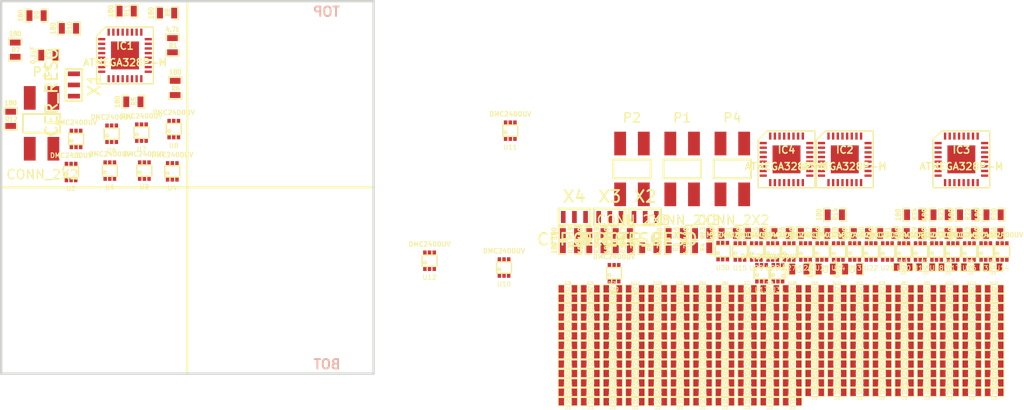
<source format=kicad_pcb>
(kicad_pcb (version 3) (host pcbnew "(2013-jul-07)-stable")
  (layers (15 F.Cu signal) (0 B.Cu signal) (18 B.Paste user) (19 F.Paste user) (20 B.SilkS user) (21 F.SilkS user) (22 B.Mask user) (23 F.Mask user) (28 Edge.Cuts user))
  (net 0 "")
  (net 1 +5V)
  (net 2 /COL0_DRV0)
  (net 3 /COL0_DRV1)
  (net 4 /COL0_DRV2)
  (net 5 /COL0_DRV3)
  (net 6 /COL1_DRV0)
  (net 7 /COL1_DRV1)
  (net 8 /COL1_DRV2)
  (net 9 /COL1_DRV3)
  (net 10 /COL2_DRV0)
  (net 11 /COL2_DRV1)
  (net 12 /COL2_DRV2)
  (net 13 /COL2_DRV3)
  (net 14 /COL3_DRV0)
  (net 15 /COL3_DRV1)
  (net 16 /COL3_DRV2)
  (net 17 /COL3_DRV3)
  (net 18 /COL4_DRV0)
  (net 19 /COL4_DRV1)
  (net 20 /COL4_DRV2)
  (net 21 /COL4_DRV3)
  (net 22 /COL5_DRV0)
  (net 23 /COL5_DRV1)
  (net 24 /COL5_DRV2)
  (net 25 /COL5_DRV3)
  (net 26 /COL6_DRV0)
  (net 27 /COL6_DRV1)
  (net 28 /COL6_DRV2)
  (net 29 /COL6_DRV3)
  (net 30 /COL7_DRV0)
  (net 31 /COL7_DRV1)
  (net 32 /COL7_DRV2)
  (net 33 /COL7_DRV3)
  (net 34 /CS0)
  (net 35 /CS1)
  (net 36 /CS2)
  (net 37 /CS3)
  (net 38 /MISO)
  (net 39 /MOSI)
  (net 40 /RESET_DRV0)
  (net 41 /RESET_DRV1)
  (net 42 /RESET_DRV3)
  (net 43 /ROW0_DRV0)
  (net 44 /ROW0_DRV1)
  (net 45 /ROW0_DRV2)
  (net 46 /ROW0_DRV3)
  (net 47 /ROW0_INV0)
  (net 48 /ROW0_INV1)
  (net 49 /ROW0_INV2)
  (net 50 /ROW0_INV3)
  (net 51 /ROW1_DRV0)
  (net 52 /ROW1_DRV1)
  (net 53 /ROW1_DRV2)
  (net 54 /ROW1_DRV3)
  (net 55 /ROW1_INV0)
  (net 56 /ROW1_INV1)
  (net 57 /ROW1_INV2)
  (net 58 /ROW1_INV3)
  (net 59 /ROW2_DRV0)
  (net 60 /ROW2_DRV1)
  (net 61 /ROW2_DRV2)
  (net 62 /ROW2_DRV3)
  (net 63 /ROW2_INV0)
  (net 64 /ROW2_INV1)
  (net 65 /ROW2_INV2)
  (net 66 /ROW2_INV3)
  (net 67 /ROW3_DRV0)
  (net 68 /ROW3_DRV1)
  (net 69 /ROW3_DRV2)
  (net 70 /ROW3_DRV3)
  (net 71 /ROW3_INV0)
  (net 72 /ROW3_INV1)
  (net 73 /ROW3_INV2)
  (net 74 /ROW3_INV3)
  (net 75 /ROW4_DRV0)
  (net 76 /ROW4_DRV1)
  (net 77 /ROW4_DRV2)
  (net 78 /ROW4_DRV3)
  (net 79 /ROW4_INV0)
  (net 80 /ROW4_INV1)
  (net 81 /ROW4_INV2)
  (net 82 /ROW4_INV3)
  (net 83 /ROW5_DRV0)
  (net 84 /ROW5_DRV1)
  (net 85 /ROW5_DRV2)
  (net 86 /ROW5_DRV3)
  (net 87 /ROW5_INV0)
  (net 88 /ROW5_INV1)
  (net 89 /ROW5_INV2)
  (net 90 /ROW5_INV3)
  (net 91 /ROW6_DRV0)
  (net 92 /ROW6_DRV1)
  (net 93 /ROW6_DRV2)
  (net 94 /ROW6_DRV3)
  (net 95 /ROW6_INV0)
  (net 96 /ROW6_INV1)
  (net 97 /ROW6_INV2)
  (net 98 /ROW6_INV3)
  (net 99 /ROW7_DRV0)
  (net 100 /ROW7_DRV1)
  (net 101 /ROW7_DRV2)
  (net 102 /ROW7_DRV3)
  (net 103 /ROW7_INV0)
  (net 104 /ROW7_INV1)
  (net 105 /ROW7_INV2)
  (net 106 /ROW7_INV3)
  (net 107 /SCK)
  (net 108 /XTAL0_DRV0)
  (net 109 /XTAL0_DRV1)
  (net 110 /XTAL0_DRV2)
  (net 111 /XTAL0_DRV3)
  (net 112 /XTAL1_DRV0)
  (net 113 /XTAL1_DRV1)
  (net 114 /XTAL1_DRV2)
  (net 115 /XTAL1_DRV3)
  (net 116 GND)
  (net 117 N-0000010)
  (net 118 N-0000011)
  (net 119 N-0000012)
  (net 120 N-0000013)
  (net 121 N-00000136)
  (net 122 N-00000137)
  (net 123 N-00000138)
  (net 124 N-00000139)
  (net 125 N-0000014)
  (net 126 N-00000140)
  (net 127 N-00000141)
  (net 128 N-00000142)
  (net 129 N-00000143)
  (net 130 N-00000144)
  (net 131 N-00000145)
  (net 132 N-00000146)
  (net 133 N-00000147)
  (net 134 N-00000148)
  (net 135 N-00000149)
  (net 136 N-0000015)
  (net 137 N-00000150)
  (net 138 N-00000151)
  (net 139 N-00000152)
  (net 140 N-00000153)
  (net 141 N-00000154)
  (net 142 N-00000155)
  (net 143 N-00000156)
  (net 144 N-00000157)
  (net 145 N-00000158)
  (net 146 N-00000159)
  (net 147 N-0000016)
  (net 148 N-000009)
  (module SMD_2X2 (layer F.Cu) (at 128.53 68.02)
    (fp_text reference P4 (at 0 -5.5) (layer F.SilkS))
    (fp_text value CONN_2X2 (at 0.1 5.5) (layer F.SilkS))
    (pad 1 smd rect (at -1.27 2.73) (size 1.27 2.54) (layers F.Cu F.Paste F.Mask) (net 42 /RESET_DRV3))
    (pad 2 smd rect (at -1.27 -2.73) (size 1.27 2.54) (layers F.Cu F.Paste F.Mask) (net 116 GND))
    (pad 3 smd rect (at 1.27 2.73) (size 1.27 2.54) (layers F.Cu F.Paste F.Mask) (net 37 /CS3))
    (pad 4 smd rect (at 1.27 -2.73) (size 1.27 2.54) (layers F.Cu F.Paste F.Mask))
  )
  (module SMD_2X2 (layer F.Cu) (at 54.34 63.12)
    (fp_text reference P3 (at 0 -5.5) (layer F.SilkS))
    (fp_text value CONN_2X2 (at 0.1 5.5) (layer F.SilkS))
    (pad 1 smd rect (at -1.27 2.73) (size 1.27 2.54) (layers F.Cu F.Paste F.Mask) (net 39 /MOSI))
    (pad 2 smd rect (at -1.27 -2.73) (size 1.27 2.54) (layers F.Cu F.Paste F.Mask) (net 36 /CS2))
    (pad 3 smd rect (at 1.27 2.73) (size 1.27 2.54) (layers F.Cu F.Paste F.Mask))
    (pad 4 smd rect (at 1.27 -2.73) (size 1.27 2.54) (layers F.Cu F.Paste F.Mask) (net 40 /RESET_DRV0))
  )
  (module SMD_2X2 (layer F.Cu) (at 117.75 68.02)
    (fp_text reference P2 (at 0 -5.5) (layer F.SilkS))
    (fp_text value CONN_2X2 (at 0.1 5.5) (layer F.SilkS))
    (pad 1 smd rect (at -1.27 2.73) (size 1.27 2.54) (layers F.Cu F.Paste F.Mask) (net 38 /MISO))
    (pad 2 smd rect (at -1.27 -2.73) (size 1.27 2.54) (layers F.Cu F.Paste F.Mask))
    (pad 3 smd rect (at 1.27 2.73) (size 1.27 2.54) (layers F.Cu F.Paste F.Mask) (net 35 /CS1))
    (pad 4 smd rect (at 1.27 -2.73) (size 1.27 2.54) (layers F.Cu F.Paste F.Mask) (net 41 /RESET_DRV1))
  )
  (module SMD_2X2 (layer F.Cu) (at 123.14 68.02)
    (fp_text reference P1 (at 0 -5.5) (layer F.SilkS))
    (fp_text value CONN_2X2 (at 0.1 5.5) (layer F.SilkS))
    (pad 1 smd rect (at -1.27 2.73) (size 1.27 2.54) (layers F.Cu F.Paste F.Mask) (net 1 +5V))
    (pad 2 smd rect (at -1.27 -2.73) (size 1.27 2.54) (layers F.Cu F.Paste F.Mask) (net 107 /SCK))
    (pad 3 smd rect (at 1.27 2.73) (size 1.27 2.54) (layers F.Cu F.Paste F.Mask) (net 34 /CS0))
    (pad 4 smd rect (at 1.27 -2.73) (size 1.27 2.54) (layers F.Cu F.Paste F.Mask) (net 40 /RESET_DRV0))
  )
  (module SM0603_Resistor (layer F.Cu) (at 122.45 74.95)
    (fp_text reference R16 (at 0.0635 -0.0635 90) (layer F.SilkS) (effects (font (size 0.50038 0.4572) (thickness 0.1143))))
    (fp_text value 180 (at -1.69926 0 90) (layer F.SilkS) (effects (font (size 0.508 0.4572) (thickness 0.1143))))
    (pad 1 smd rect (at -0.762 0) (size 0.635 1.143) (layers F.Cu F.Paste F.Mask) (net 15 /COL3_DRV1))
    (pad 2 smd rect (at 0.762 0) (size 0.635 1.143) (layers F.Cu F.Paste F.Mask) (net 132 N-00000146))
  )
  (module SM0603_Resistor (layer F.Cu) (at 68.4 54.73 270)
    (fp_text reference R1 (at 0.0635 -0.0635 360) (layer F.SilkS) (effects (font (size 0.50038 0.4572) (thickness 0.1143))))
    (fp_text value 4.7k (at -1.69926 0 360) (layer F.SilkS) (effects (font (size 0.508 0.4572) (thickness 0.1143))))
    (pad 1 smd rect (at -0.762 0 270) (size 0.635 1.143) (layers F.Cu F.Paste F.Mask) (net 40 /RESET_DRV0))
    (pad 2 smd rect (at 0.762 0 270) (size 0.635 1.143) (layers F.Cu F.Paste F.Mask) (net 1 +5V))
  )
  (module SM0603_Resistor (layer F.Cu) (at 116.77 74.95)
    (fp_text reference R17 (at 0.0635 -0.0635 90) (layer F.SilkS) (effects (font (size 0.50038 0.4572) (thickness 0.1143))))
    (fp_text value 180 (at -1.69926 0 90) (layer F.SilkS) (effects (font (size 0.508 0.4572) (thickness 0.1143))))
    (pad 1 smd rect (at -0.762 0) (size 0.635 1.143) (layers F.Cu F.Paste F.Mask) (net 19 /COL4_DRV1))
    (pad 2 smd rect (at 0.762 0) (size 0.635 1.143) (layers F.Cu F.Paste F.Mask) (net 133 N-00000147))
  )
  (module SM0603_Resistor (layer F.Cu) (at 113.93 74.95)
    (fp_text reference R18 (at 0.0635 -0.0635 90) (layer F.SilkS) (effects (font (size 0.50038 0.4572) (thickness 0.1143))))
    (fp_text value 180 (at -1.69926 0 90) (layer F.SilkS) (effects (font (size 0.508 0.4572) (thickness 0.1143))))
    (pad 1 smd rect (at -0.762 0) (size 0.635 1.143) (layers F.Cu F.Paste F.Mask) (net 23 /COL5_DRV1))
    (pad 2 smd rect (at 0.762 0) (size 0.635 1.143) (layers F.Cu F.Paste F.Mask) (net 134 N-00000148))
  )
  (module SM0603_Resistor (layer F.Cu) (at 111.09 74.95)
    (fp_text reference R19 (at 0.0635 -0.0635 90) (layer F.SilkS) (effects (font (size 0.50038 0.4572) (thickness 0.1143))))
    (fp_text value 180 (at -1.69926 0 90) (layer F.SilkS) (effects (font (size 0.508 0.4572) (thickness 0.1143))))
    (pad 1 smd rect (at -0.762 0) (size 0.635 1.143) (layers F.Cu F.Paste F.Mask) (net 27 /COL6_DRV1))
    (pad 2 smd rect (at 0.762 0) (size 0.635 1.143) (layers F.Cu F.Paste F.Mask) (net 135 N-00000149))
  )
  (module SM0603_Resistor (layer F.Cu) (at 156.59 72.94)
    (fp_text reference R20 (at 0.0635 -0.0635 90) (layer F.SilkS) (effects (font (size 0.50038 0.4572) (thickness 0.1143))))
    (fp_text value 180 (at -1.69926 0 90) (layer F.SilkS) (effects (font (size 0.508 0.4572) (thickness 0.1143))))
    (pad 1 smd rect (at -0.762 0) (size 0.635 1.143) (layers F.Cu F.Paste F.Mask) (net 31 /COL7_DRV1))
    (pad 2 smd rect (at 0.762 0) (size 0.635 1.143) (layers F.Cu F.Paste F.Mask) (net 137 N-00000150))
  )
  (module SM0603_Resistor (layer F.Cu) (at 153.75 72.94)
    (fp_text reference R22 (at 0.0635 -0.0635 90) (layer F.SilkS) (effects (font (size 0.50038 0.4572) (thickness 0.1143))))
    (fp_text value 180 (at -1.69926 0 90) (layer F.SilkS) (effects (font (size 0.508 0.4572) (thickness 0.1143))))
    (pad 1 smd rect (at -0.762 0) (size 0.635 1.143) (layers F.Cu F.Paste F.Mask) (net 8 /COL1_DRV2))
    (pad 2 smd rect (at 0.762 0) (size 0.635 1.143) (layers F.Cu F.Paste F.Mask) (net 121 N-00000136))
  )
  (module SM0603_Resistor (layer F.Cu) (at 150.9 72.94)
    (fp_text reference R23 (at 0.0635 -0.0635 90) (layer F.SilkS) (effects (font (size 0.50038 0.4572) (thickness 0.1143))))
    (fp_text value 180 (at -1.69926 0 90) (layer F.SilkS) (effects (font (size 0.508 0.4572) (thickness 0.1143))))
    (pad 1 smd rect (at -0.762 0) (size 0.635 1.143) (layers F.Cu F.Paste F.Mask) (net 12 /COL2_DRV2))
    (pad 2 smd rect (at 0.762 0) (size 0.635 1.143) (layers F.Cu F.Paste F.Mask) (net 122 N-00000137))
  )
  (module SM0603_Resistor (layer F.Cu) (at 128.14 74.95)
    (fp_text reference R21 (at 0.0635 -0.0635 90) (layer F.SilkS) (effects (font (size 0.50038 0.4572) (thickness 0.1143))))
    (fp_text value 180 (at -1.69926 0 90) (layer F.SilkS) (effects (font (size 0.508 0.4572) (thickness 0.1143))))
    (pad 1 smd rect (at -0.762 0) (size 0.635 1.143) (layers F.Cu F.Paste F.Mask) (net 4 /COL0_DRV2))
    (pad 2 smd rect (at 0.762 0) (size 0.635 1.143) (layers F.Cu F.Paste F.Mask) (net 129 N-00000143))
  )
  (module SM0603_Resistor (layer F.Cu) (at 148.06 72.94)
    (fp_text reference R24 (at 0.0635 -0.0635 90) (layer F.SilkS) (effects (font (size 0.50038 0.4572) (thickness 0.1143))))
    (fp_text value 180 (at -1.69926 0 90) (layer F.SilkS) (effects (font (size 0.508 0.4572) (thickness 0.1143))))
    (pad 1 smd rect (at -0.762 0) (size 0.635 1.143) (layers F.Cu F.Paste F.Mask) (net 16 /COL3_DRV2))
    (pad 2 smd rect (at 0.762 0) (size 0.635 1.143) (layers F.Cu F.Paste F.Mask) (net 123 N-00000138))
  )
  (module SM0603_Resistor (layer F.Cu) (at 130.98 74.95)
    (fp_text reference R25 (at 0.0635 -0.0635 90) (layer F.SilkS) (effects (font (size 0.50038 0.4572) (thickness 0.1143))))
    (fp_text value 180 (at -1.69926 0 90) (layer F.SilkS) (effects (font (size 0.508 0.4572) (thickness 0.1143))))
    (pad 1 smd rect (at -0.762 0) (size 0.635 1.143) (layers F.Cu F.Paste F.Mask) (net 20 /COL4_DRV2))
    (pad 2 smd rect (at 0.762 0) (size 0.635 1.143) (layers F.Cu F.Paste F.Mask) (net 124 N-00000139))
  )
  (module SM0603_Resistor (layer F.Cu) (at 133.82 74.95)
    (fp_text reference R26 (at 0.0635 -0.0635 90) (layer F.SilkS) (effects (font (size 0.50038 0.4572) (thickness 0.1143))))
    (fp_text value 180 (at -1.69926 0 90) (layer F.SilkS) (effects (font (size 0.508 0.4572) (thickness 0.1143))))
    (pad 1 smd rect (at -0.762 0) (size 0.635 1.143) (layers F.Cu F.Paste F.Mask) (net 24 /COL5_DRV2))
    (pad 2 smd rect (at 0.762 0) (size 0.635 1.143) (layers F.Cu F.Paste F.Mask) (net 126 N-00000140))
  )
  (module SM0603_Resistor (layer F.Cu) (at 136.66 74.95)
    (fp_text reference R27 (at 0.0635 -0.0635 90) (layer F.SilkS) (effects (font (size 0.50038 0.4572) (thickness 0.1143))))
    (fp_text value 180 (at -1.69926 0 90) (layer F.SilkS) (effects (font (size 0.508 0.4572) (thickness 0.1143))))
    (pad 1 smd rect (at -0.762 0) (size 0.635 1.143) (layers F.Cu F.Paste F.Mask) (net 28 /COL6_DRV2))
    (pad 2 smd rect (at 0.762 0) (size 0.635 1.143) (layers F.Cu F.Paste F.Mask) (net 127 N-00000141))
  )
  (module SM0603_Resistor (layer F.Cu) (at 139.5 74.95)
    (fp_text reference R28 (at 0.0635 -0.0635 90) (layer F.SilkS) (effects (font (size 0.50038 0.4572) (thickness 0.1143))))
    (fp_text value 180 (at -1.69926 0 90) (layer F.SilkS) (effects (font (size 0.508 0.4572) (thickness 0.1143))))
    (pad 1 smd rect (at -0.762 0) (size 0.635 1.143) (layers F.Cu F.Paste F.Mask) (net 32 /COL7_DRV2))
    (pad 2 smd rect (at 0.762 0) (size 0.635 1.143) (layers F.Cu F.Paste F.Mask) (net 128 N-00000142))
  )
  (module SM0603_Resistor (layer F.Cu) (at 142.34 74.95)
    (fp_text reference R30 (at 0.0635 -0.0635 90) (layer F.SilkS) (effects (font (size 0.50038 0.4572) (thickness 0.1143))))
    (fp_text value 180 (at -1.69926 0 90) (layer F.SilkS) (effects (font (size 0.508 0.4572) (thickness 0.1143))))
    (pad 1 smd rect (at -0.762 0) (size 0.635 1.143) (layers F.Cu F.Paste F.Mask) (net 9 /COL1_DRV3))
    (pad 2 smd rect (at 0.762 0) (size 0.635 1.143) (layers F.Cu F.Paste F.Mask) (net 117 N-0000010))
  )
  (module SM0603_Resistor (layer F.Cu) (at 145.18 74.95)
    (fp_text reference R31 (at 0.0635 -0.0635 90) (layer F.SilkS) (effects (font (size 0.50038 0.4572) (thickness 0.1143))))
    (fp_text value 180 (at -1.69926 0 90) (layer F.SilkS) (effects (font (size 0.508 0.4572) (thickness 0.1143))))
    (pad 1 smd rect (at -0.762 0) (size 0.635 1.143) (layers F.Cu F.Paste F.Mask) (net 13 /COL2_DRV3))
    (pad 2 smd rect (at 0.762 0) (size 0.635 1.143) (layers F.Cu F.Paste F.Mask) (net 118 N-0000011))
  )
  (module SM0603_Resistor (layer F.Cu) (at 148.03 74.95)
    (fp_text reference R29 (at 0.0635 -0.0635 90) (layer F.SilkS) (effects (font (size 0.50038 0.4572) (thickness 0.1143))))
    (fp_text value 180 (at -1.69926 0 90) (layer F.SilkS) (effects (font (size 0.508 0.4572) (thickness 0.1143))))
    (pad 1 smd rect (at -0.762 0) (size 0.635 1.143) (layers F.Cu F.Paste F.Mask) (net 5 /COL0_DRV3))
    (pad 2 smd rect (at 0.762 0) (size 0.635 1.143) (layers F.Cu F.Paste F.Mask) (net 148 N-000009))
  )
  (module SM0603_Resistor (layer F.Cu) (at 150.87 74.95)
    (fp_text reference R32 (at 0.0635 -0.0635 90) (layer F.SilkS) (effects (font (size 0.50038 0.4572) (thickness 0.1143))))
    (fp_text value 180 (at -1.69926 0 90) (layer F.SilkS) (effects (font (size 0.508 0.4572) (thickness 0.1143))))
    (pad 1 smd rect (at -0.762 0) (size 0.635 1.143) (layers F.Cu F.Paste F.Mask) (net 17 /COL3_DRV3))
    (pad 2 smd rect (at 0.762 0) (size 0.635 1.143) (layers F.Cu F.Paste F.Mask) (net 119 N-0000012))
  )
  (module SM0603_Resistor (layer F.Cu) (at 116.77 76.49)
    (fp_text reference R33 (at 0.0635 -0.0635 90) (layer F.SilkS) (effects (font (size 0.50038 0.4572) (thickness 0.1143))))
    (fp_text value 180 (at -1.69926 0 90) (layer F.SilkS) (effects (font (size 0.508 0.4572) (thickness 0.1143))))
    (pad 1 smd rect (at -0.762 0) (size 0.635 1.143) (layers F.Cu F.Paste F.Mask) (net 21 /COL4_DRV3))
    (pad 2 smd rect (at 0.762 0) (size 0.635 1.143) (layers F.Cu F.Paste F.Mask) (net 120 N-0000013))
  )
  (module SM0603_Resistor (layer F.Cu) (at 113.93 76.49)
    (fp_text reference R34 (at 0.0635 -0.0635 90) (layer F.SilkS) (effects (font (size 0.50038 0.4572) (thickness 0.1143))))
    (fp_text value 180 (at -1.69926 0 90) (layer F.SilkS) (effects (font (size 0.508 0.4572) (thickness 0.1143))))
    (pad 1 smd rect (at -0.762 0) (size 0.635 1.143) (layers F.Cu F.Paste F.Mask) (net 25 /COL5_DRV3))
    (pad 2 smd rect (at 0.762 0) (size 0.635 1.143) (layers F.Cu F.Paste F.Mask) (net 125 N-0000014))
  )
  (module SM0603_Resistor (layer F.Cu) (at 111.09 76.49)
    (fp_text reference R35 (at 0.0635 -0.0635 90) (layer F.SilkS) (effects (font (size 0.50038 0.4572) (thickness 0.1143))))
    (fp_text value 180 (at -1.69926 0 90) (layer F.SilkS) (effects (font (size 0.508 0.4572) (thickness 0.1143))))
    (pad 1 smd rect (at -0.762 0) (size 0.635 1.143) (layers F.Cu F.Paste F.Mask) (net 29 /COL6_DRV3))
    (pad 2 smd rect (at 0.762 0) (size 0.635 1.143) (layers F.Cu F.Paste F.Mask) (net 136 N-0000015))
  )
  (module SM0603_Resistor (layer F.Cu) (at 156.55 74.95)
    (fp_text reference R36 (at 0.0635 -0.0635 90) (layer F.SilkS) (effects (font (size 0.50038 0.4572) (thickness 0.1143))))
    (fp_text value 180 (at -1.69926 0 90) (layer F.SilkS) (effects (font (size 0.508 0.4572) (thickness 0.1143))))
    (pad 1 smd rect (at -0.762 0) (size 0.635 1.143) (layers F.Cu F.Paste F.Mask) (net 33 /COL7_DRV3))
    (pad 2 smd rect (at 0.762 0) (size 0.635 1.143) (layers F.Cu F.Paste F.Mask) (net 147 N-0000016))
  )
  (module SM0603_Resistor (layer F.Cu) (at 153.71 74.95)
    (fp_text reference R15 (at 0.0635 -0.0635 90) (layer F.SilkS) (effects (font (size 0.50038 0.4572) (thickness 0.1143))))
    (fp_text value 180 (at -1.69926 0 90) (layer F.SilkS) (effects (font (size 0.508 0.4572) (thickness 0.1143))))
    (pad 1 smd rect (at -0.762 0) (size 0.635 1.143) (layers F.Cu F.Paste F.Mask) (net 11 /COL2_DRV1))
    (pad 2 smd rect (at 0.762 0) (size 0.635 1.143) (layers F.Cu F.Paste F.Mask) (net 131 N-00000145))
  )
  (module SM0603_Resistor (layer F.Cu) (at 119.61 76.49)
    (fp_text reference R2 (at 0.0635 -0.0635 90) (layer F.SilkS) (effects (font (size 0.50038 0.4572) (thickness 0.1143))))
    (fp_text value 4.7k (at -1.69926 0 90) (layer F.SilkS) (effects (font (size 0.508 0.4572) (thickness 0.1143))))
    (pad 1 smd rect (at -0.762 0) (size 0.635 1.143) (layers F.Cu F.Paste F.Mask) (net 41 /RESET_DRV1))
    (pad 2 smd rect (at 0.762 0) (size 0.635 1.143) (layers F.Cu F.Paste F.Mask) (net 1 +5V))
  )
  (module SM0603_Resistor (layer F.Cu) (at 122.45 76.49)
    (fp_text reference R3 (at 0.0635 -0.0635 90) (layer F.SilkS) (effects (font (size 0.50038 0.4572) (thickness 0.1143))))
    (fp_text value 4.7k (at -1.69926 0 90) (layer F.SilkS) (effects (font (size 0.508 0.4572) (thickness 0.1143))))
    (pad 1 smd rect (at -0.762 0) (size 0.635 1.143) (layers F.Cu F.Paste F.Mask) (net 40 /RESET_DRV0))
    (pad 2 smd rect (at 0.762 0) (size 0.635 1.143) (layers F.Cu F.Paste F.Mask) (net 1 +5V))
  )
  (module SM0603_Resistor (layer F.Cu) (at 125.29 74.95)
    (fp_text reference R13 (at 0.0635 -0.0635 90) (layer F.SilkS) (effects (font (size 0.50038 0.4572) (thickness 0.1143))))
    (fp_text value 180 (at -1.69926 0 90) (layer F.SilkS) (effects (font (size 0.508 0.4572) (thickness 0.1143))))
    (pad 1 smd rect (at -0.762 0) (size 0.635 1.143) (layers F.Cu F.Paste F.Mask) (net 3 /COL0_DRV1))
    (pad 2 smd rect (at 0.762 0) (size 0.635 1.143) (layers F.Cu F.Paste F.Mask) (net 146 N-00000159))
  )
  (module SM0603_Resistor (layer F.Cu) (at 125.29 76.49)
    (fp_text reference R4 (at 0.0635 -0.0635 90) (layer F.SilkS) (effects (font (size 0.50038 0.4572) (thickness 0.1143))))
    (fp_text value 4.7k (at -1.69926 0 90) (layer F.SilkS) (effects (font (size 0.508 0.4572) (thickness 0.1143))))
    (pad 1 smd rect (at -0.762 0) (size 0.635 1.143) (layers F.Cu F.Paste F.Mask) (net 42 /RESET_DRV3))
    (pad 2 smd rect (at 0.762 0) (size 0.635 1.143) (layers F.Cu F.Paste F.Mask) (net 1 +5V))
  )
  (module SM0603_Resistor (layer F.Cu) (at 68.69 59.32 270)
    (fp_text reference R6 (at 0.0635 -0.0635 360) (layer F.SilkS) (effects (font (size 0.50038 0.4572) (thickness 0.1143))))
    (fp_text value 180 (at -1.69926 0 360) (layer F.SilkS) (effects (font (size 0.508 0.4572) (thickness 0.1143))))
    (pad 1 smd rect (at -0.762 0 270) (size 0.635 1.143) (layers F.Cu F.Paste F.Mask) (net 6 /COL1_DRV0))
    (pad 2 smd rect (at 0.762 0 270) (size 0.635 1.143) (layers F.Cu F.Paste F.Mask) (net 139 N-00000152))
  )
  (module SM0603_Resistor (layer F.Cu) (at 51.51 55.21 270)
    (fp_text reference R7 (at 0.0635 -0.0635 360) (layer F.SilkS) (effects (font (size 0.50038 0.4572) (thickness 0.1143))))
    (fp_text value 180 (at -1.69926 0 360) (layer F.SilkS) (effects (font (size 0.508 0.4572) (thickness 0.1143))))
    (pad 1 smd rect (at -0.762 0 270) (size 0.635 1.143) (layers F.Cu F.Paste F.Mask) (net 10 /COL2_DRV0))
    (pad 2 smd rect (at 0.762 0 270) (size 0.635 1.143) (layers F.Cu F.Paste F.Mask) (net 140 N-00000153))
  )
  (module SM0603_Resistor (layer F.Cu) (at 64.2 60.81)
    (fp_text reference R5 (at 0.0635 -0.0635 90) (layer F.SilkS) (effects (font (size 0.50038 0.4572) (thickness 0.1143))))
    (fp_text value 180 (at -1.69926 0 90) (layer F.SilkS) (effects (font (size 0.508 0.4572) (thickness 0.1143))))
    (pad 1 smd rect (at -0.762 0) (size 0.635 1.143) (layers F.Cu F.Paste F.Mask) (net 2 /COL0_DRV0))
    (pad 2 smd rect (at 0.762 0) (size 0.635 1.143) (layers F.Cu F.Paste F.Mask) (net 138 N-00000151))
  )
  (module SM0603_Resistor (layer F.Cu) (at 53.8 51.55)
    (fp_text reference R9 (at 0.0635 -0.0635 90) (layer F.SilkS) (effects (font (size 0.50038 0.4572) (thickness 0.1143))))
    (fp_text value 180 (at -1.69926 0 90) (layer F.SilkS) (effects (font (size 0.508 0.4572) (thickness 0.1143))))
    (pad 1 smd rect (at -0.762 0) (size 0.635 1.143) (layers F.Cu F.Paste F.Mask) (net 18 /COL4_DRV0))
    (pad 2 smd rect (at 0.762 0) (size 0.635 1.143) (layers F.Cu F.Paste F.Mask) (net 142 N-00000155))
  )
  (module SM0603_Resistor (layer F.Cu) (at 67.82 51.28)
    (fp_text reference R8 (at 0.0635 -0.0635 90) (layer F.SilkS) (effects (font (size 0.50038 0.4572) (thickness 0.1143))))
    (fp_text value 180 (at -1.69926 0 90) (layer F.SilkS) (effects (font (size 0.508 0.4572) (thickness 0.1143))))
    (pad 1 smd rect (at -0.762 0) (size 0.635 1.143) (layers F.Cu F.Paste F.Mask) (net 14 /COL3_DRV0))
    (pad 2 smd rect (at 0.762 0) (size 0.635 1.143) (layers F.Cu F.Paste F.Mask) (net 141 N-00000154))
  )
  (module SM0603_Resistor (layer F.Cu) (at 139.54 72.94)
    (fp_text reference R14 (at 0.0635 -0.0635 90) (layer F.SilkS) (effects (font (size 0.50038 0.4572) (thickness 0.1143))))
    (fp_text value 180 (at -1.69926 0 90) (layer F.SilkS) (effects (font (size 0.508 0.4572) (thickness 0.1143))))
    (pad 1 smd rect (at -0.762 0) (size 0.635 1.143) (layers F.Cu F.Paste F.Mask) (net 7 /COL1_DRV1))
    (pad 2 smd rect (at 0.762 0) (size 0.635 1.143) (layers F.Cu F.Paste F.Mask) (net 130 N-00000144))
  )
  (module SM0603_Resistor (layer F.Cu) (at 51.02 62.64 270)
    (fp_text reference R12 (at 0.0635 -0.0635 360) (layer F.SilkS) (effects (font (size 0.50038 0.4572) (thickness 0.1143))))
    (fp_text value 180 (at -1.69926 0 360) (layer F.SilkS) (effects (font (size 0.508 0.4572) (thickness 0.1143))))
    (pad 1 smd rect (at -0.762 0 270) (size 0.635 1.143) (layers F.Cu F.Paste F.Mask) (net 30 /COL7_DRV0))
    (pad 2 smd rect (at 0.762 0 270) (size 0.635 1.143) (layers F.Cu F.Paste F.Mask) (net 145 N-00000158))
  )
  (module SM0603_Resistor (layer F.Cu) (at 63.48 51.07)
    (fp_text reference R11 (at 0.0635 -0.0635 90) (layer F.SilkS) (effects (font (size 0.50038 0.4572) (thickness 0.1143))))
    (fp_text value 180 (at -1.69926 0 90) (layer F.SilkS) (effects (font (size 0.508 0.4572) (thickness 0.1143))))
    (pad 1 smd rect (at -0.762 0) (size 0.635 1.143) (layers F.Cu F.Paste F.Mask) (net 26 /COL6_DRV0))
    (pad 2 smd rect (at 0.762 0) (size 0.635 1.143) (layers F.Cu F.Paste F.Mask) (net 144 N-00000157))
  )
  (module SM0603_Resistor (layer F.Cu) (at 57.28 52.92)
    (fp_text reference R10 (at 0.0635 -0.0635 90) (layer F.SilkS) (effects (font (size 0.50038 0.4572) (thickness 0.1143))))
    (fp_text value 180 (at -1.69926 0 90) (layer F.SilkS) (effects (font (size 0.508 0.4572) (thickness 0.1143))))
    (pad 1 smd rect (at -0.762 0) (size 0.635 1.143) (layers F.Cu F.Paste F.Mask) (net 22 /COL5_DRV0))
    (pad 2 smd rect (at 0.762 0) (size 0.635 1.143) (layers F.Cu F.Paste F.Mask) (net 143 N-00000156))
  )
  (module SM0603_Capa (layer F.Cu) (at 135.73 78.77)
    (fp_text reference C4 (at 0 0 90) (layer F.SilkS) (effects (font (size 0.508 0.4572) (thickness 0.1143))))
    (fp_text value 0.1uF (at -1.651 0 90) (layer F.SilkS) (effects (font (size 0.508 0.4572) (thickness 0.1143))))
    (pad 1 smd rect (at -0.762 0) (size 0.635 1.143) (layers F.Cu F.Paste F.Mask) (net 1 +5V))
    (pad 2 smd rect (at 0.762 0) (size 0.635 1.143) (layers F.Cu F.Paste F.Mask) (net 116 GND))
  )
  (module SM0603_Capa (layer F.Cu) (at 138.57 78.77)
    (fp_text reference C3 (at 0 0 90) (layer F.SilkS) (effects (font (size 0.508 0.4572) (thickness 0.1143))))
    (fp_text value 0.1uF (at -1.651 0 90) (layer F.SilkS) (effects (font (size 0.508 0.4572) (thickness 0.1143))))
    (pad 1 smd rect (at -0.762 0) (size 0.635 1.143) (layers F.Cu F.Paste F.Mask) (net 1 +5V))
    (pad 2 smd rect (at 0.762 0) (size 0.635 1.143) (layers F.Cu F.Paste F.Mask) (net 116 GND))
  )
  (module SM0603_Capa (layer F.Cu) (at 141.41 78.77)
    (fp_text reference C2 (at 0 0 90) (layer F.SilkS) (effects (font (size 0.508 0.4572) (thickness 0.1143))))
    (fp_text value 0.1uF (at -1.651 0 90) (layer F.SilkS) (effects (font (size 0.508 0.4572) (thickness 0.1143))))
    (pad 1 smd rect (at -0.762 0) (size 0.635 1.143) (layers F.Cu F.Paste F.Mask) (net 1 +5V))
    (pad 2 smd rect (at 0.762 0) (size 0.635 1.143) (layers F.Cu F.Paste F.Mask) (net 116 GND))
  )
  (module SM0603_Capa (layer F.Cu) (at 55.07 55.8)
    (fp_text reference C1 (at 0 0 90) (layer F.SilkS) (effects (font (size 0.508 0.4572) (thickness 0.1143))))
    (fp_text value 0.1uF (at -1.651 0 90) (layer F.SilkS) (effects (font (size 0.508 0.4572) (thickness 0.1143))))
    (pad 1 smd rect (at -0.762 0) (size 0.635 1.143) (layers F.Cu F.Paste F.Mask) (net 1 +5V))
    (pad 2 smd rect (at 0.762 0) (size 0.635 1.143) (layers F.Cu F.Paste F.Mask) (net 116 GND))
  )
  (module QFN32 (layer F.Cu) (at 153.13 66.99)
    (fp_text reference IC3 (at 0 -1.016) (layer F.SilkS) (effects (font (size 0.762 0.762) (thickness 0.1524))))
    (fp_text value ATMEGA328P-M (at 0 0.762) (layer F.SilkS) (effects (font (size 0.762 0.762) (thickness 0.1524))))
    (pad 31 smd rect (at -1.24968 -2.49936) (size 0.254 0.762) (layers F.Cu F.Paste F.Mask) (net 8 /COL1_DRV2))
    (pad 30 smd rect (at -0.7493 -2.49936) (size 0.254 0.762) (layers F.Cu F.Paste F.Mask) (net 4 /COL0_DRV2))
    (pad 29 smd rect (at -0.24892 -2.49936) (size 0.254 0.762) (layers F.Cu F.Paste F.Mask) (net 40 /RESET_DRV0))
    (pad 32 smd rect (at -1.75006 -2.49936) (size 0.254 0.762) (layers F.Cu F.Paste F.Mask) (net 12 /COL2_DRV2))
    (pad 1 smd rect (at -2.49936 -1.75006 90) (size 0.254 0.762) (layers F.Cu F.Paste F.Mask) (net 16 /COL3_DRV2))
    (pad 2 smd rect (at -2.49936 -1.24968 90) (size 0.254 0.762) (layers F.Cu F.Paste F.Mask) (net 20 /COL4_DRV2))
    (pad 3 smd rect (at -2.49936 -0.7493 90) (size 0.254 0.762) (layers F.Cu F.Paste F.Mask) (net 116 GND))
    (pad 4 smd rect (at -2.49936 -0.24892 90) (size 0.254 0.762) (layers F.Cu F.Paste F.Mask) (net 1 +5V))
    (pad 5 smd rect (at -2.49936 0.24892 90) (size 0.254 0.762) (layers F.Cu F.Paste F.Mask) (net 116 GND))
    (pad 6 smd rect (at -2.49936 0.7493 90) (size 0.254 0.762) (layers F.Cu F.Paste F.Mask) (net 1 +5V))
    (pad 7 smd rect (at -2.49936 1.24968 90) (size 0.254 0.762) (layers F.Cu F.Paste F.Mask) (net 110 /XTAL0_DRV2))
    (pad 8 smd rect (at -2.49936 1.75006 90) (size 0.254 0.762) (layers F.Cu F.Paste F.Mask) (net 114 /XTAL1_DRV2))
    (pad 16 smd rect (at 1.75006 2.49936) (size 0.254 0.762) (layers F.Cu F.Paste F.Mask) (net 38 /MISO))
    (pad 9 smd rect (at -1.75006 2.49936) (size 0.254 0.762) (layers F.Cu F.Paste F.Mask) (net 24 /COL5_DRV2))
    (pad 10 smd rect (at -1.24968 2.49936) (size 0.254 0.762) (layers F.Cu F.Paste F.Mask) (net 28 /COL6_DRV2))
    (pad 11 smd rect (at -0.7493 2.49936) (size 0.254 0.762) (layers F.Cu F.Paste F.Mask) (net 32 /COL7_DRV2))
    (pad 12 smd rect (at -0.24892 2.49936) (size 0.254 0.762) (layers F.Cu F.Paste F.Mask) (net 93 /ROW6_DRV2))
    (pad 13 smd rect (at 0.24892 2.49936) (size 0.254 0.762) (layers F.Cu F.Paste F.Mask) (net 101 /ROW7_DRV2))
    (pad 14 smd rect (at 0.7493 2.49936) (size 0.254 0.762) (layers F.Cu F.Paste F.Mask) (net 36 /CS2))
    (pad 15 smd rect (at 1.24968 2.49936) (size 0.254 0.762) (layers F.Cu F.Paste F.Mask) (net 39 /MOSI))
    (pad 17 smd rect (at 2.49936 1.75006 90) (size 0.254 0.762) (layers F.Cu F.Paste F.Mask) (net 107 /SCK))
    (pad 18 smd rect (at 2.49936 1.24968 90) (size 0.254 0.762) (layers F.Cu F.Paste F.Mask) (net 1 +5V))
    (pad 19 smd rect (at 2.49936 0.7493 90) (size 0.254 0.762) (layers F.Cu F.Paste F.Mask))
    (pad 20 smd rect (at 2.49936 0.24892 90) (size 0.254 0.762) (layers F.Cu F.Paste F.Mask) (net 1 +5V))
    (pad 21 smd rect (at 2.49936 -0.24892 90) (size 0.254 0.762) (layers F.Cu F.Paste F.Mask) (net 116 GND))
    (pad 22 smd rect (at 2.49936 -0.7493 90) (size 0.254 0.762) (layers F.Cu F.Paste F.Mask))
    (pad 23 smd rect (at 2.49936 -1.24968 90) (size 0.254 0.762) (layers F.Cu F.Paste F.Mask) (net 45 /ROW0_DRV2))
    (pad 24 smd rect (at 2.49936 -1.75006 90) (size 0.254 0.762) (layers F.Cu F.Paste F.Mask) (net 53 /ROW1_DRV2))
    (pad 25 smd rect (at 1.75006 -2.49936) (size 0.254 0.762) (layers F.Cu F.Paste F.Mask) (net 61 /ROW2_DRV2))
    (pad 26 smd rect (at 1.24968 -2.49936) (size 0.254 0.762) (layers F.Cu F.Paste F.Mask) (net 69 /ROW3_DRV2))
    (pad 27 smd rect (at 0.7493 -2.49936) (size 0.254 0.762) (layers F.Cu F.Paste F.Mask) (net 77 /ROW4_DRV2))
    (pad 28 smd rect (at 0.24892 -2.49936) (size 0.254 0.762) (layers F.Cu F.Paste F.Mask) (net 85 /ROW5_DRV2))
    (pad 33 smd rect (at 0 0) (size 2.99974 2.99974) (layers F.Cu F.Paste F.Mask) (net 116 GND))
  )
  (module QFN32 (layer F.Cu) (at 63.3 55.83)
    (fp_text reference IC1 (at 0 -1.016) (layer F.SilkS) (effects (font (size 0.762 0.762) (thickness 0.1524))))
    (fp_text value ATMEGA328P-M (at 0 0.762) (layer F.SilkS) (effects (font (size 0.762 0.762) (thickness 0.1524))))
    (pad 31 smd rect (at -1.24968 -2.49936) (size 0.254 0.762) (layers F.Cu F.Paste F.Mask) (net 6 /COL1_DRV0))
    (pad 30 smd rect (at -0.7493 -2.49936) (size 0.254 0.762) (layers F.Cu F.Paste F.Mask) (net 2 /COL0_DRV0))
    (pad 29 smd rect (at -0.24892 -2.49936) (size 0.254 0.762) (layers F.Cu F.Paste F.Mask) (net 40 /RESET_DRV0))
    (pad 32 smd rect (at -1.75006 -2.49936) (size 0.254 0.762) (layers F.Cu F.Paste F.Mask) (net 10 /COL2_DRV0))
    (pad 1 smd rect (at -2.49936 -1.75006 90) (size 0.254 0.762) (layers F.Cu F.Paste F.Mask) (net 14 /COL3_DRV0))
    (pad 2 smd rect (at -2.49936 -1.24968 90) (size 0.254 0.762) (layers F.Cu F.Paste F.Mask) (net 18 /COL4_DRV0))
    (pad 3 smd rect (at -2.49936 -0.7493 90) (size 0.254 0.762) (layers F.Cu F.Paste F.Mask) (net 116 GND))
    (pad 4 smd rect (at -2.49936 -0.24892 90) (size 0.254 0.762) (layers F.Cu F.Paste F.Mask) (net 1 +5V))
    (pad 5 smd rect (at -2.49936 0.24892 90) (size 0.254 0.762) (layers F.Cu F.Paste F.Mask) (net 116 GND))
    (pad 6 smd rect (at -2.49936 0.7493 90) (size 0.254 0.762) (layers F.Cu F.Paste F.Mask) (net 1 +5V))
    (pad 7 smd rect (at -2.49936 1.24968 90) (size 0.254 0.762) (layers F.Cu F.Paste F.Mask) (net 108 /XTAL0_DRV0))
    (pad 8 smd rect (at -2.49936 1.75006 90) (size 0.254 0.762) (layers F.Cu F.Paste F.Mask) (net 112 /XTAL1_DRV0))
    (pad 16 smd rect (at 1.75006 2.49936) (size 0.254 0.762) (layers F.Cu F.Paste F.Mask) (net 38 /MISO))
    (pad 9 smd rect (at -1.75006 2.49936) (size 0.254 0.762) (layers F.Cu F.Paste F.Mask) (net 22 /COL5_DRV0))
    (pad 10 smd rect (at -1.24968 2.49936) (size 0.254 0.762) (layers F.Cu F.Paste F.Mask) (net 26 /COL6_DRV0))
    (pad 11 smd rect (at -0.7493 2.49936) (size 0.254 0.762) (layers F.Cu F.Paste F.Mask) (net 30 /COL7_DRV0))
    (pad 12 smd rect (at -0.24892 2.49936) (size 0.254 0.762) (layers F.Cu F.Paste F.Mask) (net 91 /ROW6_DRV0))
    (pad 13 smd rect (at 0.24892 2.49936) (size 0.254 0.762) (layers F.Cu F.Paste F.Mask) (net 99 /ROW7_DRV0))
    (pad 14 smd rect (at 0.7493 2.49936) (size 0.254 0.762) (layers F.Cu F.Paste F.Mask) (net 34 /CS0))
    (pad 15 smd rect (at 1.24968 2.49936) (size 0.254 0.762) (layers F.Cu F.Paste F.Mask) (net 39 /MOSI))
    (pad 17 smd rect (at 2.49936 1.75006 90) (size 0.254 0.762) (layers F.Cu F.Paste F.Mask) (net 107 /SCK))
    (pad 18 smd rect (at 2.49936 1.24968 90) (size 0.254 0.762) (layers F.Cu F.Paste F.Mask) (net 1 +5V))
    (pad 19 smd rect (at 2.49936 0.7493 90) (size 0.254 0.762) (layers F.Cu F.Paste F.Mask))
    (pad 20 smd rect (at 2.49936 0.24892 90) (size 0.254 0.762) (layers F.Cu F.Paste F.Mask) (net 1 +5V))
    (pad 21 smd rect (at 2.49936 -0.24892 90) (size 0.254 0.762) (layers F.Cu F.Paste F.Mask) (net 116 GND))
    (pad 22 smd rect (at 2.49936 -0.7493 90) (size 0.254 0.762) (layers F.Cu F.Paste F.Mask))
    (pad 23 smd rect (at 2.49936 -1.24968 90) (size 0.254 0.762) (layers F.Cu F.Paste F.Mask) (net 43 /ROW0_DRV0))
    (pad 24 smd rect (at 2.49936 -1.75006 90) (size 0.254 0.762) (layers F.Cu F.Paste F.Mask) (net 51 /ROW1_DRV0))
    (pad 25 smd rect (at 1.75006 -2.49936) (size 0.254 0.762) (layers F.Cu F.Paste F.Mask) (net 59 /ROW2_DRV0))
    (pad 26 smd rect (at 1.24968 -2.49936) (size 0.254 0.762) (layers F.Cu F.Paste F.Mask) (net 67 /ROW3_DRV0))
    (pad 27 smd rect (at 0.7493 -2.49936) (size 0.254 0.762) (layers F.Cu F.Paste F.Mask) (net 75 /ROW4_DRV0))
    (pad 28 smd rect (at 0.24892 -2.49936) (size 0.254 0.762) (layers F.Cu F.Paste F.Mask) (net 83 /ROW5_DRV0))
    (pad 33 smd rect (at 0 0) (size 2.99974 2.99974) (layers F.Cu F.Paste F.Mask) (net 116 GND))
  )
  (module QFN32 (layer F.Cu) (at 140.61 66.99)
    (fp_text reference IC2 (at 0 -1.016) (layer F.SilkS) (effects (font (size 0.762 0.762) (thickness 0.1524))))
    (fp_text value ATMEGA328P-M (at 0 0.762) (layer F.SilkS) (effects (font (size 0.762 0.762) (thickness 0.1524))))
    (pad 31 smd rect (at -1.24968 -2.49936) (size 0.254 0.762) (layers F.Cu F.Paste F.Mask) (net 7 /COL1_DRV1))
    (pad 30 smd rect (at -0.7493 -2.49936) (size 0.254 0.762) (layers F.Cu F.Paste F.Mask) (net 3 /COL0_DRV1))
    (pad 29 smd rect (at -0.24892 -2.49936) (size 0.254 0.762) (layers F.Cu F.Paste F.Mask) (net 41 /RESET_DRV1))
    (pad 32 smd rect (at -1.75006 -2.49936) (size 0.254 0.762) (layers F.Cu F.Paste F.Mask) (net 11 /COL2_DRV1))
    (pad 1 smd rect (at -2.49936 -1.75006 90) (size 0.254 0.762) (layers F.Cu F.Paste F.Mask) (net 15 /COL3_DRV1))
    (pad 2 smd rect (at -2.49936 -1.24968 90) (size 0.254 0.762) (layers F.Cu F.Paste F.Mask) (net 19 /COL4_DRV1))
    (pad 3 smd rect (at -2.49936 -0.7493 90) (size 0.254 0.762) (layers F.Cu F.Paste F.Mask) (net 116 GND))
    (pad 4 smd rect (at -2.49936 -0.24892 90) (size 0.254 0.762) (layers F.Cu F.Paste F.Mask) (net 1 +5V))
    (pad 5 smd rect (at -2.49936 0.24892 90) (size 0.254 0.762) (layers F.Cu F.Paste F.Mask) (net 116 GND))
    (pad 6 smd rect (at -2.49936 0.7493 90) (size 0.254 0.762) (layers F.Cu F.Paste F.Mask) (net 1 +5V))
    (pad 7 smd rect (at -2.49936 1.24968 90) (size 0.254 0.762) (layers F.Cu F.Paste F.Mask) (net 109 /XTAL0_DRV1))
    (pad 8 smd rect (at -2.49936 1.75006 90) (size 0.254 0.762) (layers F.Cu F.Paste F.Mask) (net 113 /XTAL1_DRV1))
    (pad 16 smd rect (at 1.75006 2.49936) (size 0.254 0.762) (layers F.Cu F.Paste F.Mask) (net 38 /MISO))
    (pad 9 smd rect (at -1.75006 2.49936) (size 0.254 0.762) (layers F.Cu F.Paste F.Mask) (net 23 /COL5_DRV1))
    (pad 10 smd rect (at -1.24968 2.49936) (size 0.254 0.762) (layers F.Cu F.Paste F.Mask) (net 27 /COL6_DRV1))
    (pad 11 smd rect (at -0.7493 2.49936) (size 0.254 0.762) (layers F.Cu F.Paste F.Mask) (net 31 /COL7_DRV1))
    (pad 12 smd rect (at -0.24892 2.49936) (size 0.254 0.762) (layers F.Cu F.Paste F.Mask) (net 92 /ROW6_DRV1))
    (pad 13 smd rect (at 0.24892 2.49936) (size 0.254 0.762) (layers F.Cu F.Paste F.Mask) (net 100 /ROW7_DRV1))
    (pad 14 smd rect (at 0.7493 2.49936) (size 0.254 0.762) (layers F.Cu F.Paste F.Mask) (net 35 /CS1))
    (pad 15 smd rect (at 1.24968 2.49936) (size 0.254 0.762) (layers F.Cu F.Paste F.Mask) (net 39 /MOSI))
    (pad 17 smd rect (at 2.49936 1.75006 90) (size 0.254 0.762) (layers F.Cu F.Paste F.Mask) (net 107 /SCK))
    (pad 18 smd rect (at 2.49936 1.24968 90) (size 0.254 0.762) (layers F.Cu F.Paste F.Mask) (net 1 +5V))
    (pad 19 smd rect (at 2.49936 0.7493 90) (size 0.254 0.762) (layers F.Cu F.Paste F.Mask))
    (pad 20 smd rect (at 2.49936 0.24892 90) (size 0.254 0.762) (layers F.Cu F.Paste F.Mask) (net 1 +5V))
    (pad 21 smd rect (at 2.49936 -0.24892 90) (size 0.254 0.762) (layers F.Cu F.Paste F.Mask) (net 116 GND))
    (pad 22 smd rect (at 2.49936 -0.7493 90) (size 0.254 0.762) (layers F.Cu F.Paste F.Mask))
    (pad 23 smd rect (at 2.49936 -1.24968 90) (size 0.254 0.762) (layers F.Cu F.Paste F.Mask) (net 44 /ROW0_DRV1))
    (pad 24 smd rect (at 2.49936 -1.75006 90) (size 0.254 0.762) (layers F.Cu F.Paste F.Mask) (net 52 /ROW1_DRV1))
    (pad 25 smd rect (at 1.75006 -2.49936) (size 0.254 0.762) (layers F.Cu F.Paste F.Mask) (net 60 /ROW2_DRV1))
    (pad 26 smd rect (at 1.24968 -2.49936) (size 0.254 0.762) (layers F.Cu F.Paste F.Mask) (net 68 /ROW3_DRV1))
    (pad 27 smd rect (at 0.7493 -2.49936) (size 0.254 0.762) (layers F.Cu F.Paste F.Mask) (net 76 /ROW4_DRV1))
    (pad 28 smd rect (at 0.24892 -2.49936) (size 0.254 0.762) (layers F.Cu F.Paste F.Mask) (net 84 /ROW5_DRV1))
    (pad 33 smd rect (at 0 0) (size 2.99974 2.99974) (layers F.Cu F.Paste F.Mask) (net 116 GND))
  )
  (module QFN32 (layer F.Cu) (at 134.35 66.99)
    (fp_text reference IC4 (at 0 -1.016) (layer F.SilkS) (effects (font (size 0.762 0.762) (thickness 0.1524))))
    (fp_text value ATMEGA328P-M (at 0 0.762) (layer F.SilkS) (effects (font (size 0.762 0.762) (thickness 0.1524))))
    (pad 31 smd rect (at -1.24968 -2.49936) (size 0.254 0.762) (layers F.Cu F.Paste F.Mask) (net 9 /COL1_DRV3))
    (pad 30 smd rect (at -0.7493 -2.49936) (size 0.254 0.762) (layers F.Cu F.Paste F.Mask) (net 5 /COL0_DRV3))
    (pad 29 smd rect (at -0.24892 -2.49936) (size 0.254 0.762) (layers F.Cu F.Paste F.Mask) (net 42 /RESET_DRV3))
    (pad 32 smd rect (at -1.75006 -2.49936) (size 0.254 0.762) (layers F.Cu F.Paste F.Mask) (net 13 /COL2_DRV3))
    (pad 1 smd rect (at -2.49936 -1.75006 90) (size 0.254 0.762) (layers F.Cu F.Paste F.Mask) (net 17 /COL3_DRV3))
    (pad 2 smd rect (at -2.49936 -1.24968 90) (size 0.254 0.762) (layers F.Cu F.Paste F.Mask) (net 21 /COL4_DRV3))
    (pad 3 smd rect (at -2.49936 -0.7493 90) (size 0.254 0.762) (layers F.Cu F.Paste F.Mask) (net 116 GND))
    (pad 4 smd rect (at -2.49936 -0.24892 90) (size 0.254 0.762) (layers F.Cu F.Paste F.Mask) (net 1 +5V))
    (pad 5 smd rect (at -2.49936 0.24892 90) (size 0.254 0.762) (layers F.Cu F.Paste F.Mask) (net 116 GND))
    (pad 6 smd rect (at -2.49936 0.7493 90) (size 0.254 0.762) (layers F.Cu F.Paste F.Mask) (net 1 +5V))
    (pad 7 smd rect (at -2.49936 1.24968 90) (size 0.254 0.762) (layers F.Cu F.Paste F.Mask) (net 111 /XTAL0_DRV3))
    (pad 8 smd rect (at -2.49936 1.75006 90) (size 0.254 0.762) (layers F.Cu F.Paste F.Mask) (net 115 /XTAL1_DRV3))
    (pad 16 smd rect (at 1.75006 2.49936) (size 0.254 0.762) (layers F.Cu F.Paste F.Mask) (net 38 /MISO))
    (pad 9 smd rect (at -1.75006 2.49936) (size 0.254 0.762) (layers F.Cu F.Paste F.Mask) (net 25 /COL5_DRV3))
    (pad 10 smd rect (at -1.24968 2.49936) (size 0.254 0.762) (layers F.Cu F.Paste F.Mask) (net 29 /COL6_DRV3))
    (pad 11 smd rect (at -0.7493 2.49936) (size 0.254 0.762) (layers F.Cu F.Paste F.Mask) (net 33 /COL7_DRV3))
    (pad 12 smd rect (at -0.24892 2.49936) (size 0.254 0.762) (layers F.Cu F.Paste F.Mask) (net 94 /ROW6_DRV3))
    (pad 13 smd rect (at 0.24892 2.49936) (size 0.254 0.762) (layers F.Cu F.Paste F.Mask) (net 102 /ROW7_DRV3))
    (pad 14 smd rect (at 0.7493 2.49936) (size 0.254 0.762) (layers F.Cu F.Paste F.Mask) (net 37 /CS3))
    (pad 15 smd rect (at 1.24968 2.49936) (size 0.254 0.762) (layers F.Cu F.Paste F.Mask) (net 39 /MOSI))
    (pad 17 smd rect (at 2.49936 1.75006 90) (size 0.254 0.762) (layers F.Cu F.Paste F.Mask) (net 107 /SCK))
    (pad 18 smd rect (at 2.49936 1.24968 90) (size 0.254 0.762) (layers F.Cu F.Paste F.Mask) (net 1 +5V))
    (pad 19 smd rect (at 2.49936 0.7493 90) (size 0.254 0.762) (layers F.Cu F.Paste F.Mask))
    (pad 20 smd rect (at 2.49936 0.24892 90) (size 0.254 0.762) (layers F.Cu F.Paste F.Mask) (net 1 +5V))
    (pad 21 smd rect (at 2.49936 -0.24892 90) (size 0.254 0.762) (layers F.Cu F.Paste F.Mask) (net 116 GND))
    (pad 22 smd rect (at 2.49936 -0.7493 90) (size 0.254 0.762) (layers F.Cu F.Paste F.Mask))
    (pad 23 smd rect (at 2.49936 -1.24968 90) (size 0.254 0.762) (layers F.Cu F.Paste F.Mask) (net 46 /ROW0_DRV3))
    (pad 24 smd rect (at 2.49936 -1.75006 90) (size 0.254 0.762) (layers F.Cu F.Paste F.Mask) (net 54 /ROW1_DRV3))
    (pad 25 smd rect (at 1.75006 -2.49936) (size 0.254 0.762) (layers F.Cu F.Paste F.Mask) (net 62 /ROW2_DRV3))
    (pad 26 smd rect (at 1.24968 -2.49936) (size 0.254 0.762) (layers F.Cu F.Paste F.Mask) (net 70 /ROW3_DRV3))
    (pad 27 smd rect (at 0.7493 -2.49936) (size 0.254 0.762) (layers F.Cu F.Paste F.Mask) (net 78 /ROW4_DRV3))
    (pad 28 smd rect (at 0.24892 -2.49936) (size 0.254 0.762) (layers F.Cu F.Paste F.Mask) (net 86 /ROW5_DRV3))
    (pad 33 smd rect (at 0 0) (size 2.99974 2.99974) (layers F.Cu F.Paste F.Mask) (net 116 GND))
  )
  (module LED0603 (layer F.Cu) (at 134.97 84.94)
    (fp_text reference D182 (at 0 -0.65) (layer F.SilkS) (effects (font (size 0.25 0.25) (thickness 0.05))))
    (fp_text value LED (at 0 0.675) (layer F.SilkS) (effects (font (size 0.25 0.25) (thickness 0.05))))
    (pad 1 smd rect (at -0.7 0) (size 0.6 0.8) (layers F.Cu F.Paste F.Mask) (net 127 N-00000141))
    (pad 2 smd rect (at 0.7 0) (size 0.6 0.8) (layers F.Cu F.Paste F.Mask) (net 89 /ROW5_INV2))
  )
  (module LED0603 (layer F.Cu) (at 132.56 84.94)
    (fp_text reference D174 (at 0 -0.65) (layer F.SilkS) (effects (font (size 0.25 0.25) (thickness 0.05))))
    (fp_text value LED (at 0 0.675) (layer F.SilkS) (effects (font (size 0.25 0.25) (thickness 0.05))))
    (pad 1 smd rect (at -0.7 0) (size 0.6 0.8) (layers F.Cu F.Paste F.Mask) (net 126 N-00000140))
    (pad 2 smd rect (at 0.7 0) (size 0.6 0.8) (layers F.Cu F.Paste F.Mask) (net 89 /ROW5_INV2))
  )
  (module LED0603 (layer F.Cu) (at 130.15 84.94)
    (fp_text reference D166 (at 0 -0.65) (layer F.SilkS) (effects (font (size 0.25 0.25) (thickness 0.05))))
    (fp_text value LED (at 0 0.675) (layer F.SilkS) (effects (font (size 0.25 0.25) (thickness 0.05))))
    (pad 1 smd rect (at -0.7 0) (size 0.6 0.8) (layers F.Cu F.Paste F.Mask) (net 124 N-00000139))
    (pad 2 smd rect (at 0.7 0) (size 0.6 0.8) (layers F.Cu F.Paste F.Mask) (net 89 /ROW5_INV2))
  )
  (module LED0603 (layer F.Cu) (at 127.74 84.94)
    (fp_text reference D158 (at 0 -0.65) (layer F.SilkS) (effects (font (size 0.25 0.25) (thickness 0.05))))
    (fp_text value LED (at 0 0.675) (layer F.SilkS) (effects (font (size 0.25 0.25) (thickness 0.05))))
    (pad 1 smd rect (at -0.7 0) (size 0.6 0.8) (layers F.Cu F.Paste F.Mask) (net 123 N-00000138))
    (pad 2 smd rect (at 0.7 0) (size 0.6 0.8) (layers F.Cu F.Paste F.Mask) (net 89 /ROW5_INV2))
  )
  (module LED0603 (layer F.Cu) (at 125.33 84.94)
    (fp_text reference D150 (at 0 -0.65) (layer F.SilkS) (effects (font (size 0.25 0.25) (thickness 0.05))))
    (fp_text value LED (at 0 0.675) (layer F.SilkS) (effects (font (size 0.25 0.25) (thickness 0.05))))
    (pad 1 smd rect (at -0.7 0) (size 0.6 0.8) (layers F.Cu F.Paste F.Mask) (net 122 N-00000137))
    (pad 2 smd rect (at 0.7 0) (size 0.6 0.8) (layers F.Cu F.Paste F.Mask) (net 89 /ROW5_INV2))
  )
  (module LED0603 (layer F.Cu) (at 122.92 84.94)
    (fp_text reference D142 (at 0 -0.65) (layer F.SilkS) (effects (font (size 0.25 0.25) (thickness 0.05))))
    (fp_text value LED (at 0 0.675) (layer F.SilkS) (effects (font (size 0.25 0.25) (thickness 0.05))))
    (pad 1 smd rect (at -0.7 0) (size 0.6 0.8) (layers F.Cu F.Paste F.Mask) (net 121 N-00000136))
    (pad 2 smd rect (at 0.7 0) (size 0.6 0.8) (layers F.Cu F.Paste F.Mask) (net 89 /ROW5_INV2))
  )
  (module LED0603 (layer F.Cu) (at 120.51 84.94)
    (fp_text reference D134 (at 0 -0.65) (layer F.SilkS) (effects (font (size 0.25 0.25) (thickness 0.05))))
    (fp_text value LED (at 0 0.675) (layer F.SilkS) (effects (font (size 0.25 0.25) (thickness 0.05))))
    (pad 1 smd rect (at -0.7 0) (size 0.6 0.8) (layers F.Cu F.Paste F.Mask) (net 129 N-00000143))
    (pad 2 smd rect (at 0.7 0) (size 0.6 0.8) (layers F.Cu F.Paste F.Mask) (net 89 /ROW5_INV2))
  )
  (module LED0603 (layer F.Cu) (at 118.1 84.94)
    (fp_text reference D189 (at 0 -0.65) (layer F.SilkS) (effects (font (size 0.25 0.25) (thickness 0.05))))
    (fp_text value LED (at 0 0.675) (layer F.SilkS) (effects (font (size 0.25 0.25) (thickness 0.05))))
    (pad 1 smd rect (at -0.7 0) (size 0.6 0.8) (layers F.Cu F.Paste F.Mask) (net 128 N-00000142))
    (pad 2 smd rect (at 0.7 0) (size 0.6 0.8) (layers F.Cu F.Paste F.Mask) (net 81 /ROW4_INV2))
  )
  (module LED0603 (layer F.Cu) (at 115.69 84.94)
    (fp_text reference D181 (at 0 -0.65) (layer F.SilkS) (effects (font (size 0.25 0.25) (thickness 0.05))))
    (fp_text value LED (at 0 0.675) (layer F.SilkS) (effects (font (size 0.25 0.25) (thickness 0.05))))
    (pad 1 smd rect (at -0.7 0) (size 0.6 0.8) (layers F.Cu F.Paste F.Mask) (net 127 N-00000141))
    (pad 2 smd rect (at 0.7 0) (size 0.6 0.8) (layers F.Cu F.Paste F.Mask) (net 81 /ROW4_INV2))
  )
  (module LED0603 (layer F.Cu) (at 113.28 84.94)
    (fp_text reference D173 (at 0 -0.65) (layer F.SilkS) (effects (font (size 0.25 0.25) (thickness 0.05))))
    (fp_text value LED (at 0 0.675) (layer F.SilkS) (effects (font (size 0.25 0.25) (thickness 0.05))))
    (pad 1 smd rect (at -0.7 0) (size 0.6 0.8) (layers F.Cu F.Paste F.Mask) (net 126 N-00000140))
    (pad 2 smd rect (at 0.7 0) (size 0.6 0.8) (layers F.Cu F.Paste F.Mask) (net 81 /ROW4_INV2))
  )
  (module LED0603 (layer F.Cu) (at 110.87 84.94)
    (fp_text reference D165 (at 0 -0.65) (layer F.SilkS) (effects (font (size 0.25 0.25) (thickness 0.05))))
    (fp_text value LED (at 0 0.675) (layer F.SilkS) (effects (font (size 0.25 0.25) (thickness 0.05))))
    (pad 1 smd rect (at -0.7 0) (size 0.6 0.8) (layers F.Cu F.Paste F.Mask) (net 124 N-00000139))
    (pad 2 smd rect (at 0.7 0) (size 0.6 0.8) (layers F.Cu F.Paste F.Mask) (net 81 /ROW4_INV2))
  )
  (module LED0603 (layer F.Cu) (at 156.66 83.93)
    (fp_text reference D157 (at 0 -0.65) (layer F.SilkS) (effects (font (size 0.25 0.25) (thickness 0.05))))
    (fp_text value LED (at 0 0.675) (layer F.SilkS) (effects (font (size 0.25 0.25) (thickness 0.05))))
    (pad 1 smd rect (at -0.7 0) (size 0.6 0.8) (layers F.Cu F.Paste F.Mask) (net 123 N-00000138))
    (pad 2 smd rect (at 0.7 0) (size 0.6 0.8) (layers F.Cu F.Paste F.Mask) (net 81 /ROW4_INV2))
  )
  (module LED0603 (layer F.Cu) (at 154.25 83.93)
    (fp_text reference D149 (at 0 -0.65) (layer F.SilkS) (effects (font (size 0.25 0.25) (thickness 0.05))))
    (fp_text value LED (at 0 0.675) (layer F.SilkS) (effects (font (size 0.25 0.25) (thickness 0.05))))
    (pad 1 smd rect (at -0.7 0) (size 0.6 0.8) (layers F.Cu F.Paste F.Mask) (net 122 N-00000137))
    (pad 2 smd rect (at 0.7 0) (size 0.6 0.8) (layers F.Cu F.Paste F.Mask) (net 81 /ROW4_INV2))
  )
  (module LED0603 (layer F.Cu) (at 151.84 83.93)
    (fp_text reference D141 (at 0 -0.65) (layer F.SilkS) (effects (font (size 0.25 0.25) (thickness 0.05))))
    (fp_text value LED (at 0 0.675) (layer F.SilkS) (effects (font (size 0.25 0.25) (thickness 0.05))))
    (pad 1 smd rect (at -0.7 0) (size 0.6 0.8) (layers F.Cu F.Paste F.Mask) (net 121 N-00000136))
    (pad 2 smd rect (at 0.7 0) (size 0.6 0.8) (layers F.Cu F.Paste F.Mask) (net 81 /ROW4_INV2))
  )
  (module LED0603 (layer F.Cu) (at 149.43 83.93)
    (fp_text reference D188 (at 0 -0.65) (layer F.SilkS) (effects (font (size 0.25 0.25) (thickness 0.05))))
    (fp_text value LED (at 0 0.675) (layer F.SilkS) (effects (font (size 0.25 0.25) (thickness 0.05))))
    (pad 1 smd rect (at -0.7 0) (size 0.6 0.8) (layers F.Cu F.Paste F.Mask) (net 128 N-00000142))
    (pad 2 smd rect (at 0.7 0) (size 0.6 0.8) (layers F.Cu F.Paste F.Mask) (net 73 /ROW3_INV2))
  )
  (module LED0603 (layer F.Cu) (at 156.66 82.92)
    (fp_text reference D133 (at 0 -0.65) (layer F.SilkS) (effects (font (size 0.25 0.25) (thickness 0.05))))
    (fp_text value LED (at 0 0.675) (layer F.SilkS) (effects (font (size 0.25 0.25) (thickness 0.05))))
    (pad 1 smd rect (at -0.7 0) (size 0.6 0.8) (layers F.Cu F.Paste F.Mask) (net 129 N-00000143))
    (pad 2 smd rect (at 0.7 0) (size 0.6 0.8) (layers F.Cu F.Paste F.Mask) (net 81 /ROW4_INV2))
  )
  (module LED0603 (layer F.Cu) (at 144.61 83.93)
    (fp_text reference D191 (at 0 -0.65) (layer F.SilkS) (effects (font (size 0.25 0.25) (thickness 0.05))))
    (fp_text value LED (at 0 0.675) (layer F.SilkS) (effects (font (size 0.25 0.25) (thickness 0.05))))
    (pad 1 smd rect (at -0.7 0) (size 0.6 0.8) (layers F.Cu F.Paste F.Mask) (net 128 N-00000142))
    (pad 2 smd rect (at 0.7 0) (size 0.6 0.8) (layers F.Cu F.Paste F.Mask) (net 97 /ROW6_INV2))
  )
  (module LED0603 (layer F.Cu) (at 142.2 83.93)
    (fp_text reference D168 (at 0 -0.65) (layer F.SilkS) (effects (font (size 0.25 0.25) (thickness 0.05))))
    (fp_text value LED (at 0 0.675) (layer F.SilkS) (effects (font (size 0.25 0.25) (thickness 0.05))))
    (pad 1 smd rect (at -0.7 0) (size 0.6 0.8) (layers F.Cu F.Paste F.Mask) (net 124 N-00000139))
    (pad 2 smd rect (at 0.7 0) (size 0.6 0.8) (layers F.Cu F.Paste F.Mask) (net 105 /ROW7_INV2))
  )
  (module LED0603 (layer F.Cu) (at 139.79 83.93)
    (fp_text reference D176 (at 0 -0.65) (layer F.SilkS) (effects (font (size 0.25 0.25) (thickness 0.05))))
    (fp_text value LED (at 0 0.675) (layer F.SilkS) (effects (font (size 0.25 0.25) (thickness 0.05))))
    (pad 1 smd rect (at -0.7 0) (size 0.6 0.8) (layers F.Cu F.Paste F.Mask) (net 126 N-00000140))
    (pad 2 smd rect (at 0.7 0) (size 0.6 0.8) (layers F.Cu F.Paste F.Mask) (net 105 /ROW7_INV2))
  )
  (module LED0603 (layer F.Cu) (at 137.38 83.93)
    (fp_text reference D128 (at 0 -0.65) (layer F.SilkS) (effects (font (size 0.25 0.25) (thickness 0.05))))
    (fp_text value LED (at 0 0.675) (layer F.SilkS) (effects (font (size 0.25 0.25) (thickness 0.05))))
    (pad 1 smd rect (at -0.7 0) (size 0.6 0.8) (layers F.Cu F.Paste F.Mask) (net 137 N-00000150))
    (pad 2 smd rect (at 0.7 0) (size 0.6 0.8) (layers F.Cu F.Paste F.Mask) (net 104 /ROW7_INV1))
  )
  (module LED0603 (layer F.Cu) (at 134.97 83.93)
    (fp_text reference D184 (at 0 -0.65) (layer F.SilkS) (effects (font (size 0.25 0.25) (thickness 0.05))))
    (fp_text value LED (at 0 0.675) (layer F.SilkS) (effects (font (size 0.25 0.25) (thickness 0.05))))
    (pad 1 smd rect (at -0.7 0) (size 0.6 0.8) (layers F.Cu F.Paste F.Mask) (net 127 N-00000141))
    (pad 2 smd rect (at 0.7 0) (size 0.6 0.8) (layers F.Cu F.Paste F.Mask) (net 105 /ROW7_INV2))
  )
  (module LED0603 (layer F.Cu) (at 132.56 83.93)
    (fp_text reference D160 (at 0 -0.65) (layer F.SilkS) (effects (font (size 0.25 0.25) (thickness 0.05))))
    (fp_text value LED (at 0 0.675) (layer F.SilkS) (effects (font (size 0.25 0.25) (thickness 0.05))))
    (pad 1 smd rect (at -0.7 0) (size 0.6 0.8) (layers F.Cu F.Paste F.Mask) (net 123 N-00000138))
    (pad 2 smd rect (at 0.7 0) (size 0.6 0.8) (layers F.Cu F.Paste F.Mask) (net 105 /ROW7_INV2))
  )
  (module LED0603 (layer F.Cu) (at 130.15 83.93)
    (fp_text reference D152 (at 0 -0.65) (layer F.SilkS) (effects (font (size 0.25 0.25) (thickness 0.05))))
    (fp_text value LED (at 0 0.675) (layer F.SilkS) (effects (font (size 0.25 0.25) (thickness 0.05))))
    (pad 1 smd rect (at -0.7 0) (size 0.6 0.8) (layers F.Cu F.Paste F.Mask) (net 122 N-00000137))
    (pad 2 smd rect (at 0.7 0) (size 0.6 0.8) (layers F.Cu F.Paste F.Mask) (net 105 /ROW7_INV2))
  )
  (module LED0603 (layer F.Cu) (at 127.74 83.93)
    (fp_text reference D144 (at 0 -0.65) (layer F.SilkS) (effects (font (size 0.25 0.25) (thickness 0.05))))
    (fp_text value LED (at 0 0.675) (layer F.SilkS) (effects (font (size 0.25 0.25) (thickness 0.05))))
    (pad 1 smd rect (at -0.7 0) (size 0.6 0.8) (layers F.Cu F.Paste F.Mask) (net 121 N-00000136))
    (pad 2 smd rect (at 0.7 0) (size 0.6 0.8) (layers F.Cu F.Paste F.Mask) (net 105 /ROW7_INV2))
  )
  (module LED0603 (layer F.Cu) (at 125.33 83.93)
    (fp_text reference D136 (at 0 -0.65) (layer F.SilkS) (effects (font (size 0.25 0.25) (thickness 0.05))))
    (fp_text value LED (at 0 0.675) (layer F.SilkS) (effects (font (size 0.25 0.25) (thickness 0.05))))
    (pad 1 smd rect (at -0.7 0) (size 0.6 0.8) (layers F.Cu F.Paste F.Mask) (net 129 N-00000143))
    (pad 2 smd rect (at 0.7 0) (size 0.6 0.8) (layers F.Cu F.Paste F.Mask) (net 105 /ROW7_INV2))
  )
  (module LED0603 (layer F.Cu) (at 122.92 83.93)
    (fp_text reference D190 (at 0 -0.65) (layer F.SilkS) (effects (font (size 0.25 0.25) (thickness 0.05))))
    (fp_text value LED (at 0 0.675) (layer F.SilkS) (effects (font (size 0.25 0.25) (thickness 0.05))))
    (pad 1 smd rect (at -0.7 0) (size 0.6 0.8) (layers F.Cu F.Paste F.Mask) (net 128 N-00000142))
    (pad 2 smd rect (at 0.7 0) (size 0.6 0.8) (layers F.Cu F.Paste F.Mask) (net 89 /ROW5_INV2))
  )
  (module LED0603 (layer F.Cu) (at 120.51 83.93)
    (fp_text reference D183 (at 0 -0.65) (layer F.SilkS) (effects (font (size 0.25 0.25) (thickness 0.05))))
    (fp_text value LED (at 0 0.675) (layer F.SilkS) (effects (font (size 0.25 0.25) (thickness 0.05))))
    (pad 1 smd rect (at -0.7 0) (size 0.6 0.8) (layers F.Cu F.Paste F.Mask) (net 127 N-00000141))
    (pad 2 smd rect (at 0.7 0) (size 0.6 0.8) (layers F.Cu F.Paste F.Mask) (net 97 /ROW6_INV2))
  )
  (module LED0603 (layer F.Cu) (at 118.1 83.93)
    (fp_text reference D175 (at 0 -0.65) (layer F.SilkS) (effects (font (size 0.25 0.25) (thickness 0.05))))
    (fp_text value LED (at 0 0.675) (layer F.SilkS) (effects (font (size 0.25 0.25) (thickness 0.05))))
    (pad 1 smd rect (at -0.7 0) (size 0.6 0.8) (layers F.Cu F.Paste F.Mask) (net 126 N-00000140))
    (pad 2 smd rect (at 0.7 0) (size 0.6 0.8) (layers F.Cu F.Paste F.Mask) (net 97 /ROW6_INV2))
  )
  (module LED0603 (layer F.Cu) (at 115.69 83.93)
    (fp_text reference D167 (at 0 -0.65) (layer F.SilkS) (effects (font (size 0.25 0.25) (thickness 0.05))))
    (fp_text value LED (at 0 0.675) (layer F.SilkS) (effects (font (size 0.25 0.25) (thickness 0.05))))
    (pad 1 smd rect (at -0.7 0) (size 0.6 0.8) (layers F.Cu F.Paste F.Mask) (net 124 N-00000139))
    (pad 2 smd rect (at 0.7 0) (size 0.6 0.8) (layers F.Cu F.Paste F.Mask) (net 97 /ROW6_INV2))
  )
  (module LED0603 (layer F.Cu) (at 113.28 83.93)
    (fp_text reference D159 (at 0 -0.65) (layer F.SilkS) (effects (font (size 0.25 0.25) (thickness 0.05))))
    (fp_text value LED (at 0 0.675) (layer F.SilkS) (effects (font (size 0.25 0.25) (thickness 0.05))))
    (pad 1 smd rect (at -0.7 0) (size 0.6 0.8) (layers F.Cu F.Paste F.Mask) (net 123 N-00000138))
    (pad 2 smd rect (at 0.7 0) (size 0.6 0.8) (layers F.Cu F.Paste F.Mask) (net 97 /ROW6_INV2))
  )
  (module LED0603 (layer F.Cu) (at 110.87 83.93)
    (fp_text reference D151 (at 0 -0.65) (layer F.SilkS) (effects (font (size 0.25 0.25) (thickness 0.05))))
    (fp_text value LED (at 0 0.675) (layer F.SilkS) (effects (font (size 0.25 0.25) (thickness 0.05))))
    (pad 1 smd rect (at -0.7 0) (size 0.6 0.8) (layers F.Cu F.Paste F.Mask) (net 122 N-00000137))
    (pad 2 smd rect (at 0.7 0) (size 0.6 0.8) (layers F.Cu F.Paste F.Mask) (net 97 /ROW6_INV2))
  )
  (module LED0603 (layer F.Cu) (at 147.02 83.93)
    (fp_text reference D143 (at 0 -0.65) (layer F.SilkS) (effects (font (size 0.25 0.25) (thickness 0.05))))
    (fp_text value LED (at 0 0.675) (layer F.SilkS) (effects (font (size 0.25 0.25) (thickness 0.05))))
    (pad 1 smd rect (at -0.7 0) (size 0.6 0.8) (layers F.Cu F.Paste F.Mask) (net 121 N-00000136))
    (pad 2 smd rect (at 0.7 0) (size 0.6 0.8) (layers F.Cu F.Paste F.Mask) (net 97 /ROW6_INV2))
  )
  (module LED0603 (layer F.Cu) (at 113.28 86.96)
    (fp_text reference D135 (at 0 -0.65) (layer F.SilkS) (effects (font (size 0.25 0.25) (thickness 0.05))))
    (fp_text value LED (at 0 0.675) (layer F.SilkS) (effects (font (size 0.25 0.25) (thickness 0.05))))
    (pad 1 smd rect (at -0.7 0) (size 0.6 0.8) (layers F.Cu F.Paste F.Mask) (net 129 N-00000143))
    (pad 2 smd rect (at 0.7 0) (size 0.6 0.8) (layers F.Cu F.Paste F.Mask) (net 97 /ROW6_INV2))
  )
  (module LED0603 (layer F.Cu) (at 147.02 92.01)
    (fp_text reference D178 (at 0 -0.65) (layer F.SilkS) (effects (font (size 0.25 0.25) (thickness 0.05))))
    (fp_text value LED (at 0 0.675) (layer F.SilkS) (effects (font (size 0.25 0.25) (thickness 0.05))))
    (pad 1 smd rect (at -0.7 0) (size 0.6 0.8) (layers F.Cu F.Paste F.Mask) (net 127 N-00000141))
    (pad 2 smd rect (at 0.7 0) (size 0.6 0.8) (layers F.Cu F.Paste F.Mask) (net 57 /ROW1_INV2))
  )
  (module LED0603 (layer F.Cu) (at 149.43 87.97)
    (fp_text reference D119 (at 0 -0.65) (layer F.SilkS) (effects (font (size 0.25 0.25) (thickness 0.05))))
    (fp_text value LED (at 0 0.675) (layer F.SilkS) (effects (font (size 0.25 0.25) (thickness 0.05))))
    (pad 1 smd rect (at -0.7 0) (size 0.6 0.8) (layers F.Cu F.Paste F.Mask) (net 135 N-00000149))
    (pad 2 smd rect (at 0.7 0) (size 0.6 0.8) (layers F.Cu F.Paste F.Mask) (net 96 /ROW6_INV1))
  )
  (module LED0603 (layer F.Cu) (at 151.84 87.97)
    (fp_text reference D129 (at 0 -0.65) (layer F.SilkS) (effects (font (size 0.25 0.25) (thickness 0.05))))
    (fp_text value LED (at 0 0.675) (layer F.SilkS) (effects (font (size 0.25 0.25) (thickness 0.05))))
    (pad 1 smd rect (at -0.7 0) (size 0.6 0.8) (layers F.Cu F.Paste F.Mask) (net 129 N-00000143))
    (pad 2 smd rect (at 0.7 0) (size 0.6 0.8) (layers F.Cu F.Paste F.Mask) (net 49 /ROW0_INV2))
  )
  (module LED0603 (layer F.Cu) (at 154.25 87.97)
    (fp_text reference D137 (at 0 -0.65) (layer F.SilkS) (effects (font (size 0.25 0.25) (thickness 0.05))))
    (fp_text value LED (at 0 0.675) (layer F.SilkS) (effects (font (size 0.25 0.25) (thickness 0.05))))
    (pad 1 smd rect (at -0.7 0) (size 0.6 0.8) (layers F.Cu F.Paste F.Mask) (net 121 N-00000136))
    (pad 2 smd rect (at 0.7 0) (size 0.6 0.8) (layers F.Cu F.Paste F.Mask) (net 49 /ROW0_INV2))
  )
  (module LED0603 (layer F.Cu) (at 156.66 87.97)
    (fp_text reference D145 (at 0 -0.65) (layer F.SilkS) (effects (font (size 0.25 0.25) (thickness 0.05))))
    (fp_text value LED (at 0 0.675) (layer F.SilkS) (effects (font (size 0.25 0.25) (thickness 0.05))))
    (pad 1 smd rect (at -0.7 0) (size 0.6 0.8) (layers F.Cu F.Paste F.Mask) (net 122 N-00000137))
    (pad 2 smd rect (at 0.7 0) (size 0.6 0.8) (layers F.Cu F.Paste F.Mask) (net 49 /ROW0_INV2))
  )
  (module LED0603 (layer F.Cu) (at 110.87 88.98)
    (fp_text reference D153 (at 0 -0.65) (layer F.SilkS) (effects (font (size 0.25 0.25) (thickness 0.05))))
    (fp_text value LED (at 0 0.675) (layer F.SilkS) (effects (font (size 0.25 0.25) (thickness 0.05))))
    (pad 1 smd rect (at -0.7 0) (size 0.6 0.8) (layers F.Cu F.Paste F.Mask) (net 123 N-00000138))
    (pad 2 smd rect (at 0.7 0) (size 0.6 0.8) (layers F.Cu F.Paste F.Mask) (net 49 /ROW0_INV2))
  )
  (module LED0603 (layer F.Cu) (at 113.28 88.98)
    (fp_text reference D161 (at 0 -0.65) (layer F.SilkS) (effects (font (size 0.25 0.25) (thickness 0.05))))
    (fp_text value LED (at 0 0.675) (layer F.SilkS) (effects (font (size 0.25 0.25) (thickness 0.05))))
    (pad 1 smd rect (at -0.7 0) (size 0.6 0.8) (layers F.Cu F.Paste F.Mask) (net 124 N-00000139))
    (pad 2 smd rect (at 0.7 0) (size 0.6 0.8) (layers F.Cu F.Paste F.Mask) (net 49 /ROW0_INV2))
  )
  (module LED0603 (layer F.Cu) (at 115.69 88.98)
    (fp_text reference D169 (at 0 -0.65) (layer F.SilkS) (effects (font (size 0.25 0.25) (thickness 0.05))))
    (fp_text value LED (at 0 0.675) (layer F.SilkS) (effects (font (size 0.25 0.25) (thickness 0.05))))
    (pad 1 smd rect (at -0.7 0) (size 0.6 0.8) (layers F.Cu F.Paste F.Mask) (net 126 N-00000140))
    (pad 2 smd rect (at 0.7 0) (size 0.6 0.8) (layers F.Cu F.Paste F.Mask) (net 49 /ROW0_INV2))
  )
  (module LED0603 (layer F.Cu) (at 118.1 88.98)
    (fp_text reference D177 (at 0 -0.65) (layer F.SilkS) (effects (font (size 0.25 0.25) (thickness 0.05))))
    (fp_text value LED (at 0 0.675) (layer F.SilkS) (effects (font (size 0.25 0.25) (thickness 0.05))))
    (pad 1 smd rect (at -0.7 0) (size 0.6 0.8) (layers F.Cu F.Paste F.Mask) (net 127 N-00000141))
    (pad 2 smd rect (at 0.7 0) (size 0.6 0.8) (layers F.Cu F.Paste F.Mask) (net 49 /ROW0_INV2))
  )
  (module LED0603 (layer F.Cu) (at 120.51 88.98)
    (fp_text reference D185 (at 0 -0.65) (layer F.SilkS) (effects (font (size 0.25 0.25) (thickness 0.05))))
    (fp_text value LED (at 0 0.675) (layer F.SilkS) (effects (font (size 0.25 0.25) (thickness 0.05))))
    (pad 1 smd rect (at -0.7 0) (size 0.6 0.8) (layers F.Cu F.Paste F.Mask) (net 128 N-00000142))
    (pad 2 smd rect (at 0.7 0) (size 0.6 0.8) (layers F.Cu F.Paste F.Mask) (net 49 /ROW0_INV2))
  )
  (module LED0603 (layer F.Cu) (at 122.92 88.98)
    (fp_text reference D130 (at 0 -0.65) (layer F.SilkS) (effects (font (size 0.25 0.25) (thickness 0.05))))
    (fp_text value LED (at 0 0.675) (layer F.SilkS) (effects (font (size 0.25 0.25) (thickness 0.05))))
    (pad 1 smd rect (at -0.7 0) (size 0.6 0.8) (layers F.Cu F.Paste F.Mask) (net 129 N-00000143))
    (pad 2 smd rect (at 0.7 0) (size 0.6 0.8) (layers F.Cu F.Paste F.Mask) (net 57 /ROW1_INV2))
  )
  (module LED0603 (layer F.Cu) (at 125.33 88.98)
    (fp_text reference D138 (at 0 -0.65) (layer F.SilkS) (effects (font (size 0.25 0.25) (thickness 0.05))))
    (fp_text value LED (at 0 0.675) (layer F.SilkS) (effects (font (size 0.25 0.25) (thickness 0.05))))
    (pad 1 smd rect (at -0.7 0) (size 0.6 0.8) (layers F.Cu F.Paste F.Mask) (net 121 N-00000136))
    (pad 2 smd rect (at 0.7 0) (size 0.6 0.8) (layers F.Cu F.Paste F.Mask) (net 57 /ROW1_INV2))
  )
  (module LED0603 (layer F.Cu) (at 127.74 88.98)
    (fp_text reference D146 (at 0 -0.65) (layer F.SilkS) (effects (font (size 0.25 0.25) (thickness 0.05))))
    (fp_text value LED (at 0 0.675) (layer F.SilkS) (effects (font (size 0.25 0.25) (thickness 0.05))))
    (pad 1 smd rect (at -0.7 0) (size 0.6 0.8) (layers F.Cu F.Paste F.Mask) (net 122 N-00000137))
    (pad 2 smd rect (at 0.7 0) (size 0.6 0.8) (layers F.Cu F.Paste F.Mask) (net 57 /ROW1_INV2))
  )
  (module LED0603 (layer F.Cu) (at 130.15 88.98)
    (fp_text reference D154 (at 0 -0.65) (layer F.SilkS) (effects (font (size 0.25 0.25) (thickness 0.05))))
    (fp_text value LED (at 0 0.675) (layer F.SilkS) (effects (font (size 0.25 0.25) (thickness 0.05))))
    (pad 1 smd rect (at -0.7 0) (size 0.6 0.8) (layers F.Cu F.Paste F.Mask) (net 123 N-00000138))
    (pad 2 smd rect (at 0.7 0) (size 0.6 0.8) (layers F.Cu F.Paste F.Mask) (net 57 /ROW1_INV2))
  )
  (module LED0603 (layer F.Cu) (at 132.56 88.98)
    (fp_text reference D162 (at 0 -0.65) (layer F.SilkS) (effects (font (size 0.25 0.25) (thickness 0.05))))
    (fp_text value LED (at 0 0.675) (layer F.SilkS) (effects (font (size 0.25 0.25) (thickness 0.05))))
    (pad 1 smd rect (at -0.7 0) (size 0.6 0.8) (layers F.Cu F.Paste F.Mask) (net 124 N-00000139))
    (pad 2 smd rect (at 0.7 0) (size 0.6 0.8) (layers F.Cu F.Paste F.Mask) (net 57 /ROW1_INV2))
  )
  (module LED0603 (layer F.Cu) (at 134.97 88.98)
    (fp_text reference D170 (at 0 -0.65) (layer F.SilkS) (effects (font (size 0.25 0.25) (thickness 0.05))))
    (fp_text value LED (at 0 0.675) (layer F.SilkS) (effects (font (size 0.25 0.25) (thickness 0.05))))
    (pad 1 smd rect (at -0.7 0) (size 0.6 0.8) (layers F.Cu F.Paste F.Mask) (net 126 N-00000140))
    (pad 2 smd rect (at 0.7 0) (size 0.6 0.8) (layers F.Cu F.Paste F.Mask) (net 57 /ROW1_INV2))
  )
  (module LED0603 (layer F.Cu) (at 147.02 87.97)
    (fp_text reference D180 (at 0 -0.65) (layer F.SilkS) (effects (font (size 0.25 0.25) (thickness 0.05))))
    (fp_text value LED (at 0 0.675) (layer F.SilkS) (effects (font (size 0.25 0.25) (thickness 0.05))))
    (pad 1 smd rect (at -0.7 0) (size 0.6 0.8) (layers F.Cu F.Paste F.Mask) (net 127 N-00000141))
    (pad 2 smd rect (at 0.7 0) (size 0.6 0.8) (layers F.Cu F.Paste F.Mask) (net 73 /ROW3_INV2))
  )
  (module LED0603 (layer F.Cu) (at 139.79 88.98)
    (fp_text reference D186 (at 0 -0.65) (layer F.SilkS) (effects (font (size 0.25 0.25) (thickness 0.05))))
    (fp_text value LED (at 0 0.675) (layer F.SilkS) (effects (font (size 0.25 0.25) (thickness 0.05))))
    (pad 1 smd rect (at -0.7 0) (size 0.6 0.8) (layers F.Cu F.Paste F.Mask) (net 128 N-00000142))
    (pad 2 smd rect (at 0.7 0) (size 0.6 0.8) (layers F.Cu F.Paste F.Mask) (net 57 /ROW1_INV2))
  )
  (module LED0603 (layer F.Cu) (at 142.2 88.98)
    (fp_text reference D131 (at 0 -0.65) (layer F.SilkS) (effects (font (size 0.25 0.25) (thickness 0.05))))
    (fp_text value LED (at 0 0.675) (layer F.SilkS) (effects (font (size 0.25 0.25) (thickness 0.05))))
    (pad 1 smd rect (at -0.7 0) (size 0.6 0.8) (layers F.Cu F.Paste F.Mask) (net 129 N-00000143))
    (pad 2 smd rect (at 0.7 0) (size 0.6 0.8) (layers F.Cu F.Paste F.Mask) (net 65 /ROW2_INV2))
  )
  (module LED0603 (layer F.Cu) (at 144.61 88.98)
    (fp_text reference D139 (at 0 -0.65) (layer F.SilkS) (effects (font (size 0.25 0.25) (thickness 0.05))))
    (fp_text value LED (at 0 0.675) (layer F.SilkS) (effects (font (size 0.25 0.25) (thickness 0.05))))
    (pad 1 smd rect (at -0.7 0) (size 0.6 0.8) (layers F.Cu F.Paste F.Mask) (net 121 N-00000136))
    (pad 2 smd rect (at 0.7 0) (size 0.6 0.8) (layers F.Cu F.Paste F.Mask) (net 65 /ROW2_INV2))
  )
  (module LED0603 (layer F.Cu) (at 147.02 88.98)
    (fp_text reference D147 (at 0 -0.65) (layer F.SilkS) (effects (font (size 0.25 0.25) (thickness 0.05))))
    (fp_text value LED (at 0 0.675) (layer F.SilkS) (effects (font (size 0.25 0.25) (thickness 0.05))))
    (pad 1 smd rect (at -0.7 0) (size 0.6 0.8) (layers F.Cu F.Paste F.Mask) (net 122 N-00000137))
    (pad 2 smd rect (at 0.7 0) (size 0.6 0.8) (layers F.Cu F.Paste F.Mask) (net 65 /ROW2_INV2))
  )
  (module LED0603 (layer F.Cu) (at 149.43 88.98)
    (fp_text reference D155 (at 0 -0.65) (layer F.SilkS) (effects (font (size 0.25 0.25) (thickness 0.05))))
    (fp_text value LED (at 0 0.675) (layer F.SilkS) (effects (font (size 0.25 0.25) (thickness 0.05))))
    (pad 1 smd rect (at -0.7 0) (size 0.6 0.8) (layers F.Cu F.Paste F.Mask) (net 123 N-00000138))
    (pad 2 smd rect (at 0.7 0) (size 0.6 0.8) (layers F.Cu F.Paste F.Mask) (net 65 /ROW2_INV2))
  )
  (module LED0603 (layer F.Cu) (at 151.84 88.98)
    (fp_text reference D163 (at 0 -0.65) (layer F.SilkS) (effects (font (size 0.25 0.25) (thickness 0.05))))
    (fp_text value LED (at 0 0.675) (layer F.SilkS) (effects (font (size 0.25 0.25) (thickness 0.05))))
    (pad 1 smd rect (at -0.7 0) (size 0.6 0.8) (layers F.Cu F.Paste F.Mask) (net 124 N-00000139))
    (pad 2 smd rect (at 0.7 0) (size 0.6 0.8) (layers F.Cu F.Paste F.Mask) (net 65 /ROW2_INV2))
  )
  (module LED0603 (layer F.Cu) (at 154.25 88.98)
    (fp_text reference D171 (at 0 -0.65) (layer F.SilkS) (effects (font (size 0.25 0.25) (thickness 0.05))))
    (fp_text value LED (at 0 0.675) (layer F.SilkS) (effects (font (size 0.25 0.25) (thickness 0.05))))
    (pad 1 smd rect (at -0.7 0) (size 0.6 0.8) (layers F.Cu F.Paste F.Mask) (net 126 N-00000140))
    (pad 2 smd rect (at 0.7 0) (size 0.6 0.8) (layers F.Cu F.Paste F.Mask) (net 65 /ROW2_INV2))
  )
  (module LED0603 (layer F.Cu) (at 156.66 88.98)
    (fp_text reference D179 (at 0 -0.65) (layer F.SilkS) (effects (font (size 0.25 0.25) (thickness 0.05))))
    (fp_text value LED (at 0 0.675) (layer F.SilkS) (effects (font (size 0.25 0.25) (thickness 0.05))))
    (pad 1 smd rect (at -0.7 0) (size 0.6 0.8) (layers F.Cu F.Paste F.Mask) (net 127 N-00000141))
    (pad 2 smd rect (at 0.7 0) (size 0.6 0.8) (layers F.Cu F.Paste F.Mask) (net 65 /ROW2_INV2))
  )
  (module LED0603 (layer F.Cu) (at 110.87 89.99)
    (fp_text reference D187 (at 0 -0.65) (layer F.SilkS) (effects (font (size 0.25 0.25) (thickness 0.05))))
    (fp_text value LED (at 0 0.675) (layer F.SilkS) (effects (font (size 0.25 0.25) (thickness 0.05))))
    (pad 1 smd rect (at -0.7 0) (size 0.6 0.8) (layers F.Cu F.Paste F.Mask) (net 128 N-00000142))
    (pad 2 smd rect (at 0.7 0) (size 0.6 0.8) (layers F.Cu F.Paste F.Mask) (net 65 /ROW2_INV2))
  )
  (module LED0603 (layer F.Cu) (at 113.28 89.99)
    (fp_text reference D132 (at 0 -0.65) (layer F.SilkS) (effects (font (size 0.25 0.25) (thickness 0.05))))
    (fp_text value LED (at 0 0.675) (layer F.SilkS) (effects (font (size 0.25 0.25) (thickness 0.05))))
    (pad 1 smd rect (at -0.7 0) (size 0.6 0.8) (layers F.Cu F.Paste F.Mask) (net 129 N-00000143))
    (pad 2 smd rect (at 0.7 0) (size 0.6 0.8) (layers F.Cu F.Paste F.Mask) (net 73 /ROW3_INV2))
  )
  (module LED0603 (layer F.Cu) (at 115.69 89.99)
    (fp_text reference D140 (at 0 -0.65) (layer F.SilkS) (effects (font (size 0.25 0.25) (thickness 0.05))))
    (fp_text value LED (at 0 0.675) (layer F.SilkS) (effects (font (size 0.25 0.25) (thickness 0.05))))
    (pad 1 smd rect (at -0.7 0) (size 0.6 0.8) (layers F.Cu F.Paste F.Mask) (net 121 N-00000136))
    (pad 2 smd rect (at 0.7 0) (size 0.6 0.8) (layers F.Cu F.Paste F.Mask) (net 73 /ROW3_INV2))
  )
  (module LED0603 (layer F.Cu) (at 118.1 89.99)
    (fp_text reference D148 (at 0 -0.65) (layer F.SilkS) (effects (font (size 0.25 0.25) (thickness 0.05))))
    (fp_text value LED (at 0 0.675) (layer F.SilkS) (effects (font (size 0.25 0.25) (thickness 0.05))))
    (pad 1 smd rect (at -0.7 0) (size 0.6 0.8) (layers F.Cu F.Paste F.Mask) (net 122 N-00000137))
    (pad 2 smd rect (at 0.7 0) (size 0.6 0.8) (layers F.Cu F.Paste F.Mask) (net 73 /ROW3_INV2))
  )
  (module LED0603 (layer F.Cu) (at 120.51 89.99)
    (fp_text reference D156 (at 0 -0.65) (layer F.SilkS) (effects (font (size 0.25 0.25) (thickness 0.05))))
    (fp_text value LED (at 0 0.675) (layer F.SilkS) (effects (font (size 0.25 0.25) (thickness 0.05))))
    (pad 1 smd rect (at -0.7 0) (size 0.6 0.8) (layers F.Cu F.Paste F.Mask) (net 123 N-00000138))
    (pad 2 smd rect (at 0.7 0) (size 0.6 0.8) (layers F.Cu F.Paste F.Mask) (net 73 /ROW3_INV2))
  )
  (module LED0603 (layer F.Cu) (at 122.92 89.99)
    (fp_text reference D164 (at 0 -0.65) (layer F.SilkS) (effects (font (size 0.25 0.25) (thickness 0.05))))
    (fp_text value LED (at 0 0.675) (layer F.SilkS) (effects (font (size 0.25 0.25) (thickness 0.05))))
    (pad 1 smd rect (at -0.7 0) (size 0.6 0.8) (layers F.Cu F.Paste F.Mask) (net 124 N-00000139))
    (pad 2 smd rect (at 0.7 0) (size 0.6 0.8) (layers F.Cu F.Paste F.Mask) (net 73 /ROW3_INV2))
  )
  (module LED0603 (layer F.Cu) (at 125.33 89.99)
    (fp_text reference D172 (at 0 -0.65) (layer F.SilkS) (effects (font (size 0.25 0.25) (thickness 0.05))))
    (fp_text value LED (at 0 0.675) (layer F.SilkS) (effects (font (size 0.25 0.25) (thickness 0.05))))
    (pad 1 smd rect (at -0.7 0) (size 0.6 0.8) (layers F.Cu F.Paste F.Mask) (net 126 N-00000140))
    (pad 2 smd rect (at 0.7 0) (size 0.6 0.8) (layers F.Cu F.Paste F.Mask) (net 73 /ROW3_INV2))
  )
  (module LED0603 (layer F.Cu) (at 156.66 86.96)
    (fp_text reference D253 (at 0 -0.65) (layer F.SilkS) (effects (font (size 0.25 0.25) (thickness 0.05))))
    (fp_text value LED (at 0 0.675) (layer F.SilkS) (effects (font (size 0.25 0.25) (thickness 0.05))))
    (pad 1 smd rect (at -0.7 0) (size 0.6 0.8) (layers F.Cu F.Paste F.Mask) (net 147 N-0000016))
    (pad 2 smd rect (at 0.7 0) (size 0.6 0.8) (layers F.Cu F.Paste F.Mask) (net 82 /ROW4_INV3))
  )
  (module LED0603 (layer F.Cu) (at 154.25 86.96)
    (fp_text reference D254 (at 0 -0.65) (layer F.SilkS) (effects (font (size 0.25 0.25) (thickness 0.05))))
    (fp_text value LED (at 0 0.675) (layer F.SilkS) (effects (font (size 0.25 0.25) (thickness 0.05))))
    (pad 1 smd rect (at -0.7 0) (size 0.6 0.8) (layers F.Cu F.Paste F.Mask) (net 147 N-0000016))
    (pad 2 smd rect (at 0.7 0) (size 0.6 0.8) (layers F.Cu F.Paste F.Mask) (net 90 /ROW5_INV3))
  )
  (module LED0603 (layer F.Cu) (at 151.84 86.96)
    (fp_text reference D246 (at 0 -0.65) (layer F.SilkS) (effects (font (size 0.25 0.25) (thickness 0.05))))
    (fp_text value LED (at 0 0.675) (layer F.SilkS) (effects (font (size 0.25 0.25) (thickness 0.05))))
    (pad 1 smd rect (at -0.7 0) (size 0.6 0.8) (layers F.Cu F.Paste F.Mask) (net 136 N-0000015))
    (pad 2 smd rect (at 0.7 0) (size 0.6 0.8) (layers F.Cu F.Paste F.Mask) (net 90 /ROW5_INV3))
  )
  (module LED0603 (layer F.Cu) (at 149.43 86.96)
    (fp_text reference D238 (at 0 -0.65) (layer F.SilkS) (effects (font (size 0.25 0.25) (thickness 0.05))))
    (fp_text value LED (at 0 0.675) (layer F.SilkS) (effects (font (size 0.25 0.25) (thickness 0.05))))
    (pad 1 smd rect (at -0.7 0) (size 0.6 0.8) (layers F.Cu F.Paste F.Mask) (net 125 N-0000014))
    (pad 2 smd rect (at 0.7 0) (size 0.6 0.8) (layers F.Cu F.Paste F.Mask) (net 90 /ROW5_INV3))
  )
  (module LED0603 (layer F.Cu) (at 147.02 86.96)
    (fp_text reference D230 (at 0 -0.65) (layer F.SilkS) (effects (font (size 0.25 0.25) (thickness 0.05))))
    (fp_text value LED (at 0 0.675) (layer F.SilkS) (effects (font (size 0.25 0.25) (thickness 0.05))))
    (pad 1 smd rect (at -0.7 0) (size 0.6 0.8) (layers F.Cu F.Paste F.Mask) (net 120 N-0000013))
    (pad 2 smd rect (at 0.7 0) (size 0.6 0.8) (layers F.Cu F.Paste F.Mask) (net 90 /ROW5_INV3))
  )
  (module LED0603 (layer F.Cu) (at 144.61 86.96)
    (fp_text reference D222 (at 0 -0.65) (layer F.SilkS) (effects (font (size 0.25 0.25) (thickness 0.05))))
    (fp_text value LED (at 0 0.675) (layer F.SilkS) (effects (font (size 0.25 0.25) (thickness 0.05))))
    (pad 1 smd rect (at -0.7 0) (size 0.6 0.8) (layers F.Cu F.Paste F.Mask) (net 119 N-0000012))
    (pad 2 smd rect (at 0.7 0) (size 0.6 0.8) (layers F.Cu F.Paste F.Mask) (net 90 /ROW5_INV3))
  )
  (module LED0603 (layer F.Cu) (at 142.2 86.96)
    (fp_text reference D214 (at 0 -0.65) (layer F.SilkS) (effects (font (size 0.25 0.25) (thickness 0.05))))
    (fp_text value LED (at 0 0.675) (layer F.SilkS) (effects (font (size 0.25 0.25) (thickness 0.05))))
    (pad 1 smd rect (at -0.7 0) (size 0.6 0.8) (layers F.Cu F.Paste F.Mask) (net 118 N-0000011))
    (pad 2 smd rect (at 0.7 0) (size 0.6 0.8) (layers F.Cu F.Paste F.Mask) (net 90 /ROW5_INV3))
  )
  (module LED0603 (layer F.Cu) (at 139.79 86.96)
    (fp_text reference D206 (at 0 -0.65) (layer F.SilkS) (effects (font (size 0.25 0.25) (thickness 0.05))))
    (fp_text value LED (at 0 0.675) (layer F.SilkS) (effects (font (size 0.25 0.25) (thickness 0.05))))
    (pad 1 smd rect (at -0.7 0) (size 0.6 0.8) (layers F.Cu F.Paste F.Mask) (net 117 N-0000010))
    (pad 2 smd rect (at 0.7 0) (size 0.6 0.8) (layers F.Cu F.Paste F.Mask) (net 90 /ROW5_INV3))
  )
  (module LED0603 (layer F.Cu) (at 115.69 86.96)
    (fp_text reference D198 (at 0 -0.65) (layer F.SilkS) (effects (font (size 0.25 0.25) (thickness 0.05))))
    (fp_text value LED (at 0 0.675) (layer F.SilkS) (effects (font (size 0.25 0.25) (thickness 0.05))))
    (pad 1 smd rect (at -0.7 0) (size 0.6 0.8) (layers F.Cu F.Paste F.Mask) (net 148 N-000009))
    (pad 2 smd rect (at 0.7 0) (size 0.6 0.8) (layers F.Cu F.Paste F.Mask) (net 90 /ROW5_INV3))
  )
  (module LED0603 (layer F.Cu) (at 134.97 86.96)
    (fp_text reference D199 (at 0 -0.65) (layer F.SilkS) (effects (font (size 0.25 0.25) (thickness 0.05))))
    (fp_text value LED (at 0 0.675) (layer F.SilkS) (effects (font (size 0.25 0.25) (thickness 0.05))))
    (pad 1 smd rect (at -0.7 0) (size 0.6 0.8) (layers F.Cu F.Paste F.Mask) (net 148 N-000009))
    (pad 2 smd rect (at 0.7 0) (size 0.6 0.8) (layers F.Cu F.Paste F.Mask) (net 98 /ROW6_INV3))
  )
  (module LED0603 (layer F.Cu) (at 132.56 86.96)
    (fp_text reference D245 (at 0 -0.65) (layer F.SilkS) (effects (font (size 0.25 0.25) (thickness 0.05))))
    (fp_text value LED (at 0 0.675) (layer F.SilkS) (effects (font (size 0.25 0.25) (thickness 0.05))))
    (pad 1 smd rect (at -0.7 0) (size 0.6 0.8) (layers F.Cu F.Paste F.Mask) (net 136 N-0000015))
    (pad 2 smd rect (at 0.7 0) (size 0.6 0.8) (layers F.Cu F.Paste F.Mask) (net 82 /ROW4_INV3))
  )
  (module LED0603 (layer F.Cu) (at 130.15 86.96)
    (fp_text reference D237 (at 0 -0.65) (layer F.SilkS) (effects (font (size 0.25 0.25) (thickness 0.05))))
    (fp_text value LED (at 0 0.675) (layer F.SilkS) (effects (font (size 0.25 0.25) (thickness 0.05))))
    (pad 1 smd rect (at -0.7 0) (size 0.6 0.8) (layers F.Cu F.Paste F.Mask) (net 125 N-0000014))
    (pad 2 smd rect (at 0.7 0) (size 0.6 0.8) (layers F.Cu F.Paste F.Mask) (net 82 /ROW4_INV3))
  )
  (module LED0603 (layer F.Cu) (at 127.74 86.96)
    (fp_text reference D229 (at 0 -0.65) (layer F.SilkS) (effects (font (size 0.25 0.25) (thickness 0.05))))
    (fp_text value LED (at 0 0.675) (layer F.SilkS) (effects (font (size 0.25 0.25) (thickness 0.05))))
    (pad 1 smd rect (at -0.7 0) (size 0.6 0.8) (layers F.Cu F.Paste F.Mask) (net 120 N-0000013))
    (pad 2 smd rect (at 0.7 0) (size 0.6 0.8) (layers F.Cu F.Paste F.Mask) (net 82 /ROW4_INV3))
  )
  (module LED0603 (layer F.Cu) (at 125.33 86.96)
    (fp_text reference D221 (at 0 -0.65) (layer F.SilkS) (effects (font (size 0.25 0.25) (thickness 0.05))))
    (fp_text value LED (at 0 0.675) (layer F.SilkS) (effects (font (size 0.25 0.25) (thickness 0.05))))
    (pad 1 smd rect (at -0.7 0) (size 0.6 0.8) (layers F.Cu F.Paste F.Mask) (net 119 N-0000012))
    (pad 2 smd rect (at 0.7 0) (size 0.6 0.8) (layers F.Cu F.Paste F.Mask) (net 82 /ROW4_INV3))
  )
  (module LED0603 (layer F.Cu) (at 122.92 86.96)
    (fp_text reference D213 (at 0 -0.65) (layer F.SilkS) (effects (font (size 0.25 0.25) (thickness 0.05))))
    (fp_text value LED (at 0 0.675) (layer F.SilkS) (effects (font (size 0.25 0.25) (thickness 0.05))))
    (pad 1 smd rect (at -0.7 0) (size 0.6 0.8) (layers F.Cu F.Paste F.Mask) (net 118 N-0000011))
    (pad 2 smd rect (at 0.7 0) (size 0.6 0.8) (layers F.Cu F.Paste F.Mask) (net 82 /ROW4_INV3))
  )
  (module LED0603 (layer F.Cu) (at 120.51 86.96)
    (fp_text reference D205 (at 0 -0.65) (layer F.SilkS) (effects (font (size 0.25 0.25) (thickness 0.05))))
    (fp_text value LED (at 0 0.675) (layer F.SilkS) (effects (font (size 0.25 0.25) (thickness 0.05))))
    (pad 1 smd rect (at -0.7 0) (size 0.6 0.8) (layers F.Cu F.Paste F.Mask) (net 117 N-0000010))
    (pad 2 smd rect (at 0.7 0) (size 0.6 0.8) (layers F.Cu F.Paste F.Mask) (net 82 /ROW4_INV3))
  )
  (module LED0603 (layer F.Cu) (at 118.1 86.96)
    (fp_text reference D197 (at 0 -0.65) (layer F.SilkS) (effects (font (size 0.25 0.25) (thickness 0.05))))
    (fp_text value LED (at 0 0.675) (layer F.SilkS) (effects (font (size 0.25 0.25) (thickness 0.05))))
    (pad 1 smd rect (at -0.7 0) (size 0.6 0.8) (layers F.Cu F.Paste F.Mask) (net 148 N-000009))
    (pad 2 smd rect (at 0.7 0) (size 0.6 0.8) (layers F.Cu F.Paste F.Mask) (net 82 /ROW4_INV3))
  )
  (module LED0603 (layer F.Cu) (at 137.38 86.96)
    (fp_text reference D252 (at 0 -0.65) (layer F.SilkS) (effects (font (size 0.25 0.25) (thickness 0.05))))
    (fp_text value LED (at 0 0.675) (layer F.SilkS) (effects (font (size 0.25 0.25) (thickness 0.05))))
    (pad 1 smd rect (at -0.7 0) (size 0.6 0.8) (layers F.Cu F.Paste F.Mask) (net 147 N-0000016))
    (pad 2 smd rect (at 0.7 0) (size 0.6 0.8) (layers F.Cu F.Paste F.Mask) (net 74 /ROW3_INV3))
  )
  (module LED0603 (layer F.Cu) (at 110.87 87.97)
    (fp_text reference D207 (at 0 -0.65) (layer F.SilkS) (effects (font (size 0.25 0.25) (thickness 0.05))))
    (fp_text value LED (at 0 0.675) (layer F.SilkS) (effects (font (size 0.25 0.25) (thickness 0.05))))
    (pad 1 smd rect (at -0.7 0) (size 0.6 0.8) (layers F.Cu F.Paste F.Mask) (net 117 N-0000010))
    (pad 2 smd rect (at 0.7 0) (size 0.6 0.8) (layers F.Cu F.Paste F.Mask) (net 98 /ROW6_INV3))
  )
  (module LED0603 (layer F.Cu) (at 113.28 87.97)
    (fp_text reference D215 (at 0 -0.65) (layer F.SilkS) (effects (font (size 0.25 0.25) (thickness 0.05))))
    (fp_text value LED (at 0 0.675) (layer F.SilkS) (effects (font (size 0.25 0.25) (thickness 0.05))))
    (pad 1 smd rect (at -0.7 0) (size 0.6 0.8) (layers F.Cu F.Paste F.Mask) (net 118 N-0000011))
    (pad 2 smd rect (at 0.7 0) (size 0.6 0.8) (layers F.Cu F.Paste F.Mask) (net 98 /ROW6_INV3))
  )
  (module LED0603 (layer F.Cu) (at 115.69 87.97)
    (fp_text reference D223 (at 0 -0.65) (layer F.SilkS) (effects (font (size 0.25 0.25) (thickness 0.05))))
    (fp_text value LED (at 0 0.675) (layer F.SilkS) (effects (font (size 0.25 0.25) (thickness 0.05))))
    (pad 1 smd rect (at -0.7 0) (size 0.6 0.8) (layers F.Cu F.Paste F.Mask) (net 119 N-0000012))
    (pad 2 smd rect (at 0.7 0) (size 0.6 0.8) (layers F.Cu F.Paste F.Mask) (net 98 /ROW6_INV3))
  )
  (module LED0603 (layer F.Cu) (at 118.1 87.97)
    (fp_text reference D231 (at 0 -0.65) (layer F.SilkS) (effects (font (size 0.25 0.25) (thickness 0.05))))
    (fp_text value LED (at 0 0.675) (layer F.SilkS) (effects (font (size 0.25 0.25) (thickness 0.05))))
    (pad 1 smd rect (at -0.7 0) (size 0.6 0.8) (layers F.Cu F.Paste F.Mask) (net 120 N-0000013))
    (pad 2 smd rect (at 0.7 0) (size 0.6 0.8) (layers F.Cu F.Paste F.Mask) (net 98 /ROW6_INV3))
  )
  (module LED0603 (layer F.Cu) (at 120.51 87.97)
    (fp_text reference D239 (at 0 -0.65) (layer F.SilkS) (effects (font (size 0.25 0.25) (thickness 0.05))))
    (fp_text value LED (at 0 0.675) (layer F.SilkS) (effects (font (size 0.25 0.25) (thickness 0.05))))
    (pad 1 smd rect (at -0.7 0) (size 0.6 0.8) (layers F.Cu F.Paste F.Mask) (net 125 N-0000014))
    (pad 2 smd rect (at 0.7 0) (size 0.6 0.8) (layers F.Cu F.Paste F.Mask) (net 98 /ROW6_INV3))
  )
  (module LED0603 (layer F.Cu) (at 122.92 87.97)
    (fp_text reference D247 (at 0 -0.65) (layer F.SilkS) (effects (font (size 0.25 0.25) (thickness 0.05))))
    (fp_text value LED (at 0 0.675) (layer F.SilkS) (effects (font (size 0.25 0.25) (thickness 0.05))))
    (pad 1 smd rect (at -0.7 0) (size 0.6 0.8) (layers F.Cu F.Paste F.Mask) (net 136 N-0000015))
    (pad 2 smd rect (at 0.7 0) (size 0.6 0.8) (layers F.Cu F.Paste F.Mask) (net 98 /ROW6_INV3))
  )
  (module LED0603 (layer F.Cu) (at 125.33 87.97)
    (fp_text reference D255 (at 0 -0.65) (layer F.SilkS) (effects (font (size 0.25 0.25) (thickness 0.05))))
    (fp_text value LED (at 0 0.675) (layer F.SilkS) (effects (font (size 0.25 0.25) (thickness 0.05))))
    (pad 1 smd rect (at -0.7 0) (size 0.6 0.8) (layers F.Cu F.Paste F.Mask) (net 147 N-0000016))
    (pad 2 smd rect (at 0.7 0) (size 0.6 0.8) (layers F.Cu F.Paste F.Mask) (net 98 /ROW6_INV3))
  )
  (module LED0603 (layer F.Cu) (at 127.74 87.97)
    (fp_text reference D200 (at 0 -0.65) (layer F.SilkS) (effects (font (size 0.25 0.25) (thickness 0.05))))
    (fp_text value LED (at 0 0.675) (layer F.SilkS) (effects (font (size 0.25 0.25) (thickness 0.05))))
    (pad 1 smd rect (at -0.7 0) (size 0.6 0.8) (layers F.Cu F.Paste F.Mask) (net 148 N-000009))
    (pad 2 smd rect (at 0.7 0) (size 0.6 0.8) (layers F.Cu F.Paste F.Mask) (net 106 /ROW7_INV3))
  )
  (module LED0603 (layer F.Cu) (at 130.15 87.97)
    (fp_text reference D208 (at 0 -0.65) (layer F.SilkS) (effects (font (size 0.25 0.25) (thickness 0.05))))
    (fp_text value LED (at 0 0.675) (layer F.SilkS) (effects (font (size 0.25 0.25) (thickness 0.05))))
    (pad 1 smd rect (at -0.7 0) (size 0.6 0.8) (layers F.Cu F.Paste F.Mask) (net 117 N-0000010))
    (pad 2 smd rect (at 0.7 0) (size 0.6 0.8) (layers F.Cu F.Paste F.Mask) (net 106 /ROW7_INV3))
  )
  (module LED0603 (layer F.Cu) (at 132.56 87.97)
    (fp_text reference D216 (at 0 -0.65) (layer F.SilkS) (effects (font (size 0.25 0.25) (thickness 0.05))))
    (fp_text value LED (at 0 0.675) (layer F.SilkS) (effects (font (size 0.25 0.25) (thickness 0.05))))
    (pad 1 smd rect (at -0.7 0) (size 0.6 0.8) (layers F.Cu F.Paste F.Mask) (net 118 N-0000011))
    (pad 2 smd rect (at 0.7 0) (size 0.6 0.8) (layers F.Cu F.Paste F.Mask) (net 106 /ROW7_INV3))
  )
  (module LED0603 (layer F.Cu) (at 134.97 87.97)
    (fp_text reference D224 (at 0 -0.65) (layer F.SilkS) (effects (font (size 0.25 0.25) (thickness 0.05))))
    (fp_text value LED (at 0 0.675) (layer F.SilkS) (effects (font (size 0.25 0.25) (thickness 0.05))))
    (pad 1 smd rect (at -0.7 0) (size 0.6 0.8) (layers F.Cu F.Paste F.Mask) (net 119 N-0000012))
    (pad 2 smd rect (at 0.7 0) (size 0.6 0.8) (layers F.Cu F.Paste F.Mask) (net 106 /ROW7_INV3))
  )
  (module LED0603 (layer F.Cu) (at 137.38 87.97)
    (fp_text reference D232 (at 0 -0.65) (layer F.SilkS) (effects (font (size 0.25 0.25) (thickness 0.05))))
    (fp_text value LED (at 0 0.675) (layer F.SilkS) (effects (font (size 0.25 0.25) (thickness 0.05))))
    (pad 1 smd rect (at -0.7 0) (size 0.6 0.8) (layers F.Cu F.Paste F.Mask) (net 120 N-0000013))
    (pad 2 smd rect (at 0.7 0) (size 0.6 0.8) (layers F.Cu F.Paste F.Mask) (net 106 /ROW7_INV3))
  )
  (module LED0603 (layer F.Cu) (at 139.79 87.97)
    (fp_text reference D240 (at 0 -0.65) (layer F.SilkS) (effects (font (size 0.25 0.25) (thickness 0.05))))
    (fp_text value LED (at 0 0.675) (layer F.SilkS) (effects (font (size 0.25 0.25) (thickness 0.05))))
    (pad 1 smd rect (at -0.7 0) (size 0.6 0.8) (layers F.Cu F.Paste F.Mask) (net 125 N-0000014))
    (pad 2 smd rect (at 0.7 0) (size 0.6 0.8) (layers F.Cu F.Paste F.Mask) (net 106 /ROW7_INV3))
  )
  (module LED0603 (layer F.Cu) (at 142.2 87.97)
    (fp_text reference D248 (at 0 -0.65) (layer F.SilkS) (effects (font (size 0.25 0.25) (thickness 0.05))))
    (fp_text value LED (at 0 0.675) (layer F.SilkS) (effects (font (size 0.25 0.25) (thickness 0.05))))
    (pad 1 smd rect (at -0.7 0) (size 0.6 0.8) (layers F.Cu F.Paste F.Mask) (net 136 N-0000015))
    (pad 2 smd rect (at 0.7 0) (size 0.6 0.8) (layers F.Cu F.Paste F.Mask) (net 106 /ROW7_INV3))
  )
  (module LED0603 (layer F.Cu) (at 144.61 87.97)
    (fp_text reference D256 (at 0 -0.65) (layer F.SilkS) (effects (font (size 0.25 0.25) (thickness 0.05))))
    (fp_text value LED (at 0 0.675) (layer F.SilkS) (effects (font (size 0.25 0.25) (thickness 0.05))))
    (pad 1 smd rect (at -0.7 0) (size 0.6 0.8) (layers F.Cu F.Paste F.Mask) (net 147 N-0000016))
    (pad 2 smd rect (at 0.7 0) (size 0.6 0.8) (layers F.Cu F.Paste F.Mask) (net 106 /ROW7_INV3))
  )
  (module LED0603 (layer F.Cu) (at 137.38 88.98)
    (fp_text reference D250 (at 0 -0.65) (layer F.SilkS) (effects (font (size 0.25 0.25) (thickness 0.05))))
    (fp_text value LED (at 0 0.675) (layer F.SilkS) (effects (font (size 0.25 0.25) (thickness 0.05))))
    (pad 1 smd rect (at -0.7 0) (size 0.6 0.8) (layers F.Cu F.Paste F.Mask) (net 147 N-0000016))
    (pad 2 smd rect (at 0.7 0) (size 0.6 0.8) (layers F.Cu F.Paste F.Mask) (net 58 /ROW1_INV3))
  )
  (module LED0603 (layer F.Cu) (at 110.87 92.01)
    (fp_text reference D193 (at 0 -0.65) (layer F.SilkS) (effects (font (size 0.25 0.25) (thickness 0.05))))
    (fp_text value LED (at 0 0.675) (layer F.SilkS) (effects (font (size 0.25 0.25) (thickness 0.05))))
    (pad 1 smd rect (at -0.7 0) (size 0.6 0.8) (layers F.Cu F.Paste F.Mask) (net 148 N-000009))
    (pad 2 smd rect (at 0.7 0) (size 0.6 0.8) (layers F.Cu F.Paste F.Mask) (net 50 /ROW0_INV3))
  )
  (module LED0603 (layer F.Cu) (at 113.28 92.01)
    (fp_text reference D201 (at 0 -0.65) (layer F.SilkS) (effects (font (size 0.25 0.25) (thickness 0.05))))
    (fp_text value LED (at 0 0.675) (layer F.SilkS) (effects (font (size 0.25 0.25) (thickness 0.05))))
    (pad 1 smd rect (at -0.7 0) (size 0.6 0.8) (layers F.Cu F.Paste F.Mask) (net 117 N-0000010))
    (pad 2 smd rect (at 0.7 0) (size 0.6 0.8) (layers F.Cu F.Paste F.Mask) (net 50 /ROW0_INV3))
  )
  (module LED0603 (layer F.Cu) (at 115.69 92.01)
    (fp_text reference D209 (at 0 -0.65) (layer F.SilkS) (effects (font (size 0.25 0.25) (thickness 0.05))))
    (fp_text value LED (at 0 0.675) (layer F.SilkS) (effects (font (size 0.25 0.25) (thickness 0.05))))
    (pad 1 smd rect (at -0.7 0) (size 0.6 0.8) (layers F.Cu F.Paste F.Mask) (net 118 N-0000011))
    (pad 2 smd rect (at 0.7 0) (size 0.6 0.8) (layers F.Cu F.Paste F.Mask) (net 50 /ROW0_INV3))
  )
  (module LED0603 (layer F.Cu) (at 118.1 92.01)
    (fp_text reference D217 (at 0 -0.65) (layer F.SilkS) (effects (font (size 0.25 0.25) (thickness 0.05))))
    (fp_text value LED (at 0 0.675) (layer F.SilkS) (effects (font (size 0.25 0.25) (thickness 0.05))))
    (pad 1 smd rect (at -0.7 0) (size 0.6 0.8) (layers F.Cu F.Paste F.Mask) (net 119 N-0000012))
    (pad 2 smd rect (at 0.7 0) (size 0.6 0.8) (layers F.Cu F.Paste F.Mask) (net 50 /ROW0_INV3))
  )
  (module LED0603 (layer F.Cu) (at 120.51 92.01)
    (fp_text reference D225 (at 0 -0.65) (layer F.SilkS) (effects (font (size 0.25 0.25) (thickness 0.05))))
    (fp_text value LED (at 0 0.675) (layer F.SilkS) (effects (font (size 0.25 0.25) (thickness 0.05))))
    (pad 1 smd rect (at -0.7 0) (size 0.6 0.8) (layers F.Cu F.Paste F.Mask) (net 120 N-0000013))
    (pad 2 smd rect (at 0.7 0) (size 0.6 0.8) (layers F.Cu F.Paste F.Mask) (net 50 /ROW0_INV3))
  )
  (module LED0603 (layer F.Cu) (at 122.92 92.01)
    (fp_text reference D233 (at 0 -0.65) (layer F.SilkS) (effects (font (size 0.25 0.25) (thickness 0.05))))
    (fp_text value LED (at 0 0.675) (layer F.SilkS) (effects (font (size 0.25 0.25) (thickness 0.05))))
    (pad 1 smd rect (at -0.7 0) (size 0.6 0.8) (layers F.Cu F.Paste F.Mask) (net 125 N-0000014))
    (pad 2 smd rect (at 0.7 0) (size 0.6 0.8) (layers F.Cu F.Paste F.Mask) (net 50 /ROW0_INV3))
  )
  (module LED0603 (layer F.Cu) (at 125.33 92.01)
    (fp_text reference D241 (at 0 -0.65) (layer F.SilkS) (effects (font (size 0.25 0.25) (thickness 0.05))))
    (fp_text value LED (at 0 0.675) (layer F.SilkS) (effects (font (size 0.25 0.25) (thickness 0.05))))
    (pad 1 smd rect (at -0.7 0) (size 0.6 0.8) (layers F.Cu F.Paste F.Mask) (net 136 N-0000015))
    (pad 2 smd rect (at 0.7 0) (size 0.6 0.8) (layers F.Cu F.Paste F.Mask) (net 50 /ROW0_INV3))
  )
  (module LED0603 (layer F.Cu) (at 127.74 92.01)
    (fp_text reference D249 (at 0 -0.65) (layer F.SilkS) (effects (font (size 0.25 0.25) (thickness 0.05))))
    (fp_text value LED (at 0 0.675) (layer F.SilkS) (effects (font (size 0.25 0.25) (thickness 0.05))))
    (pad 1 smd rect (at -0.7 0) (size 0.6 0.8) (layers F.Cu F.Paste F.Mask) (net 147 N-0000016))
    (pad 2 smd rect (at 0.7 0) (size 0.6 0.8) (layers F.Cu F.Paste F.Mask) (net 50 /ROW0_INV3))
  )
  (module LED0603 (layer F.Cu) (at 130.15 92.01)
    (fp_text reference D194 (at 0 -0.65) (layer F.SilkS) (effects (font (size 0.25 0.25) (thickness 0.05))))
    (fp_text value LED (at 0 0.675) (layer F.SilkS) (effects (font (size 0.25 0.25) (thickness 0.05))))
    (pad 1 smd rect (at -0.7 0) (size 0.6 0.8) (layers F.Cu F.Paste F.Mask) (net 148 N-000009))
    (pad 2 smd rect (at 0.7 0) (size 0.6 0.8) (layers F.Cu F.Paste F.Mask) (net 58 /ROW1_INV3))
  )
  (module LED0603 (layer F.Cu) (at 132.56 92.01)
    (fp_text reference D202 (at 0 -0.65) (layer F.SilkS) (effects (font (size 0.25 0.25) (thickness 0.05))))
    (fp_text value LED (at 0 0.675) (layer F.SilkS) (effects (font (size 0.25 0.25) (thickness 0.05))))
    (pad 1 smd rect (at -0.7 0) (size 0.6 0.8) (layers F.Cu F.Paste F.Mask) (net 117 N-0000010))
    (pad 2 smd rect (at 0.7 0) (size 0.6 0.8) (layers F.Cu F.Paste F.Mask) (net 58 /ROW1_INV3))
  )
  (module LED0603 (layer F.Cu) (at 134.97 92.01)
    (fp_text reference D210 (at 0 -0.65) (layer F.SilkS) (effects (font (size 0.25 0.25) (thickness 0.05))))
    (fp_text value LED (at 0 0.675) (layer F.SilkS) (effects (font (size 0.25 0.25) (thickness 0.05))))
    (pad 1 smd rect (at -0.7 0) (size 0.6 0.8) (layers F.Cu F.Paste F.Mask) (net 118 N-0000011))
    (pad 2 smd rect (at 0.7 0) (size 0.6 0.8) (layers F.Cu F.Paste F.Mask) (net 58 /ROW1_INV3))
  )
  (module LED0603 (layer F.Cu) (at 137.38 92.01)
    (fp_text reference D218 (at 0 -0.65) (layer F.SilkS) (effects (font (size 0.25 0.25) (thickness 0.05))))
    (fp_text value LED (at 0 0.675) (layer F.SilkS) (effects (font (size 0.25 0.25) (thickness 0.05))))
    (pad 1 smd rect (at -0.7 0) (size 0.6 0.8) (layers F.Cu F.Paste F.Mask) (net 119 N-0000012))
    (pad 2 smd rect (at 0.7 0) (size 0.6 0.8) (layers F.Cu F.Paste F.Mask) (net 58 /ROW1_INV3))
  )
  (module LED0603 (layer F.Cu) (at 139.79 92.01)
    (fp_text reference D226 (at 0 -0.65) (layer F.SilkS) (effects (font (size 0.25 0.25) (thickness 0.05))))
    (fp_text value LED (at 0 0.675) (layer F.SilkS) (effects (font (size 0.25 0.25) (thickness 0.05))))
    (pad 1 smd rect (at -0.7 0) (size 0.6 0.8) (layers F.Cu F.Paste F.Mask) (net 120 N-0000013))
    (pad 2 smd rect (at 0.7 0) (size 0.6 0.8) (layers F.Cu F.Paste F.Mask) (net 58 /ROW1_INV3))
  )
  (module LED0603 (layer F.Cu) (at 142.2 92.01)
    (fp_text reference D234 (at 0 -0.65) (layer F.SilkS) (effects (font (size 0.25 0.25) (thickness 0.05))))
    (fp_text value LED (at 0 0.675) (layer F.SilkS) (effects (font (size 0.25 0.25) (thickness 0.05))))
    (pad 1 smd rect (at -0.7 0) (size 0.6 0.8) (layers F.Cu F.Paste F.Mask) (net 125 N-0000014))
    (pad 2 smd rect (at 0.7 0) (size 0.6 0.8) (layers F.Cu F.Paste F.Mask) (net 58 /ROW1_INV3))
  )
  (module LED0603 (layer F.Cu) (at 144.61 92.01)
    (fp_text reference D242 (at 0 -0.65) (layer F.SilkS) (effects (font (size 0.25 0.25) (thickness 0.05))))
    (fp_text value LED (at 0 0.675) (layer F.SilkS) (effects (font (size 0.25 0.25) (thickness 0.05))))
    (pad 1 smd rect (at -0.7 0) (size 0.6 0.8) (layers F.Cu F.Paste F.Mask) (net 136 N-0000015))
    (pad 2 smd rect (at 0.7 0) (size 0.6 0.8) (layers F.Cu F.Paste F.Mask) (net 58 /ROW1_INV3))
  )
  (module LED0603 (layer F.Cu) (at 156.66 91)
    (fp_text reference D192 (at 0 -0.65) (layer F.SilkS) (effects (font (size 0.25 0.25) (thickness 0.05))))
    (fp_text value LED (at 0 0.675) (layer F.SilkS) (effects (font (size 0.25 0.25) (thickness 0.05))))
    (pad 1 smd rect (at -0.7 0) (size 0.6 0.8) (layers F.Cu F.Paste F.Mask) (net 128 N-00000142))
    (pad 2 smd rect (at 0.7 0) (size 0.6 0.8) (layers F.Cu F.Paste F.Mask) (net 105 /ROW7_INV2))
  )
  (module LED0603 (layer F.Cu) (at 149.43 92.01)
    (fp_text reference D195 (at 0 -0.65) (layer F.SilkS) (effects (font (size 0.25 0.25) (thickness 0.05))))
    (fp_text value LED (at 0 0.675) (layer F.SilkS) (effects (font (size 0.25 0.25) (thickness 0.05))))
    (pad 1 smd rect (at -0.7 0) (size 0.6 0.8) (layers F.Cu F.Paste F.Mask) (net 148 N-000009))
    (pad 2 smd rect (at 0.7 0) (size 0.6 0.8) (layers F.Cu F.Paste F.Mask) (net 66 /ROW2_INV3))
  )
  (module LED0603 (layer F.Cu) (at 151.84 92.01)
    (fp_text reference D203 (at 0 -0.65) (layer F.SilkS) (effects (font (size 0.25 0.25) (thickness 0.05))))
    (fp_text value LED (at 0 0.675) (layer F.SilkS) (effects (font (size 0.25 0.25) (thickness 0.05))))
    (pad 1 smd rect (at -0.7 0) (size 0.6 0.8) (layers F.Cu F.Paste F.Mask) (net 117 N-0000010))
    (pad 2 smd rect (at 0.7 0) (size 0.6 0.8) (layers F.Cu F.Paste F.Mask) (net 66 /ROW2_INV3))
  )
  (module LED0603 (layer F.Cu) (at 154.25 92.01)
    (fp_text reference D211 (at 0 -0.65) (layer F.SilkS) (effects (font (size 0.25 0.25) (thickness 0.05))))
    (fp_text value LED (at 0 0.675) (layer F.SilkS) (effects (font (size 0.25 0.25) (thickness 0.05))))
    (pad 1 smd rect (at -0.7 0) (size 0.6 0.8) (layers F.Cu F.Paste F.Mask) (net 118 N-0000011))
    (pad 2 smd rect (at 0.7 0) (size 0.6 0.8) (layers F.Cu F.Paste F.Mask) (net 66 /ROW2_INV3))
  )
  (module LED0603 (layer F.Cu) (at 156.66 92.01)
    (fp_text reference D219 (at 0 -0.65) (layer F.SilkS) (effects (font (size 0.25 0.25) (thickness 0.05))))
    (fp_text value LED (at 0 0.675) (layer F.SilkS) (effects (font (size 0.25 0.25) (thickness 0.05))))
    (pad 1 smd rect (at -0.7 0) (size 0.6 0.8) (layers F.Cu F.Paste F.Mask) (net 119 N-0000012))
    (pad 2 smd rect (at 0.7 0) (size 0.6 0.8) (layers F.Cu F.Paste F.Mask) (net 66 /ROW2_INV3))
  )
  (module LED0603 (layer F.Cu) (at 110.87 93.02)
    (fp_text reference D227 (at 0 -0.65) (layer F.SilkS) (effects (font (size 0.25 0.25) (thickness 0.05))))
    (fp_text value LED (at 0 0.675) (layer F.SilkS) (effects (font (size 0.25 0.25) (thickness 0.05))))
    (pad 1 smd rect (at -0.7 0) (size 0.6 0.8) (layers F.Cu F.Paste F.Mask) (net 120 N-0000013))
    (pad 2 smd rect (at 0.7 0) (size 0.6 0.8) (layers F.Cu F.Paste F.Mask) (net 66 /ROW2_INV3))
  )
  (module LED0603 (layer F.Cu) (at 113.28 93.02)
    (fp_text reference D235 (at 0 -0.65) (layer F.SilkS) (effects (font (size 0.25 0.25) (thickness 0.05))))
    (fp_text value LED (at 0 0.675) (layer F.SilkS) (effects (font (size 0.25 0.25) (thickness 0.05))))
    (pad 1 smd rect (at -0.7 0) (size 0.6 0.8) (layers F.Cu F.Paste F.Mask) (net 125 N-0000014))
    (pad 2 smd rect (at 0.7 0) (size 0.6 0.8) (layers F.Cu F.Paste F.Mask) (net 66 /ROW2_INV3))
  )
  (module LED0603 (layer F.Cu) (at 115.69 93.02)
    (fp_text reference D243 (at 0 -0.65) (layer F.SilkS) (effects (font (size 0.25 0.25) (thickness 0.05))))
    (fp_text value LED (at 0 0.675) (layer F.SilkS) (effects (font (size 0.25 0.25) (thickness 0.05))))
    (pad 1 smd rect (at -0.7 0) (size 0.6 0.8) (layers F.Cu F.Paste F.Mask) (net 136 N-0000015))
    (pad 2 smd rect (at 0.7 0) (size 0.6 0.8) (layers F.Cu F.Paste F.Mask) (net 66 /ROW2_INV3))
  )
  (module LED0603 (layer F.Cu) (at 118.1 93.02)
    (fp_text reference D251 (at 0 -0.65) (layer F.SilkS) (effects (font (size 0.25 0.25) (thickness 0.05))))
    (fp_text value LED (at 0 0.675) (layer F.SilkS) (effects (font (size 0.25 0.25) (thickness 0.05))))
    (pad 1 smd rect (at -0.7 0) (size 0.6 0.8) (layers F.Cu F.Paste F.Mask) (net 147 N-0000016))
    (pad 2 smd rect (at 0.7 0) (size 0.6 0.8) (layers F.Cu F.Paste F.Mask) (net 66 /ROW2_INV3))
  )
  (module LED0603 (layer F.Cu) (at 120.51 93.02)
    (fp_text reference D196 (at 0 -0.65) (layer F.SilkS) (effects (font (size 0.25 0.25) (thickness 0.05))))
    (fp_text value LED (at 0 0.675) (layer F.SilkS) (effects (font (size 0.25 0.25) (thickness 0.05))))
    (pad 1 smd rect (at -0.7 0) (size 0.6 0.8) (layers F.Cu F.Paste F.Mask) (net 148 N-000009))
    (pad 2 smd rect (at 0.7 0) (size 0.6 0.8) (layers F.Cu F.Paste F.Mask) (net 74 /ROW3_INV3))
  )
  (module LED0603 (layer F.Cu) (at 122.92 93.02)
    (fp_text reference D204 (at 0 -0.65) (layer F.SilkS) (effects (font (size 0.25 0.25) (thickness 0.05))))
    (fp_text value LED (at 0 0.675) (layer F.SilkS) (effects (font (size 0.25 0.25) (thickness 0.05))))
    (pad 1 smd rect (at -0.7 0) (size 0.6 0.8) (layers F.Cu F.Paste F.Mask) (net 117 N-0000010))
    (pad 2 smd rect (at 0.7 0) (size 0.6 0.8) (layers F.Cu F.Paste F.Mask) (net 74 /ROW3_INV3))
  )
  (module LED0603 (layer F.Cu) (at 125.33 93.02)
    (fp_text reference D212 (at 0 -0.65) (layer F.SilkS) (effects (font (size 0.25 0.25) (thickness 0.05))))
    (fp_text value LED (at 0 0.675) (layer F.SilkS) (effects (font (size 0.25 0.25) (thickness 0.05))))
    (pad 1 smd rect (at -0.7 0) (size 0.6 0.8) (layers F.Cu F.Paste F.Mask) (net 118 N-0000011))
    (pad 2 smd rect (at 0.7 0) (size 0.6 0.8) (layers F.Cu F.Paste F.Mask) (net 74 /ROW3_INV3))
  )
  (module LED0603 (layer F.Cu) (at 127.74 93.02)
    (fp_text reference D220 (at 0 -0.65) (layer F.SilkS) (effects (font (size 0.25 0.25) (thickness 0.05))))
    (fp_text value LED (at 0 0.675) (layer F.SilkS) (effects (font (size 0.25 0.25) (thickness 0.05))))
    (pad 1 smd rect (at -0.7 0) (size 0.6 0.8) (layers F.Cu F.Paste F.Mask) (net 119 N-0000012))
    (pad 2 smd rect (at 0.7 0) (size 0.6 0.8) (layers F.Cu F.Paste F.Mask) (net 74 /ROW3_INV3))
  )
  (module LED0603 (layer F.Cu) (at 130.15 93.02)
    (fp_text reference D228 (at 0 -0.65) (layer F.SilkS) (effects (font (size 0.25 0.25) (thickness 0.05))))
    (fp_text value LED (at 0 0.675) (layer F.SilkS) (effects (font (size 0.25 0.25) (thickness 0.05))))
    (pad 1 smd rect (at -0.7 0) (size 0.6 0.8) (layers F.Cu F.Paste F.Mask) (net 120 N-0000013))
    (pad 2 smd rect (at 0.7 0) (size 0.6 0.8) (layers F.Cu F.Paste F.Mask) (net 74 /ROW3_INV3))
  )
  (module LED0603 (layer F.Cu) (at 132.56 93.02)
    (fp_text reference D236 (at 0 -0.65) (layer F.SilkS) (effects (font (size 0.25 0.25) (thickness 0.05))))
    (fp_text value LED (at 0 0.675) (layer F.SilkS) (effects (font (size 0.25 0.25) (thickness 0.05))))
    (pad 1 smd rect (at -0.7 0) (size 0.6 0.8) (layers F.Cu F.Paste F.Mask) (net 125 N-0000014))
    (pad 2 smd rect (at 0.7 0) (size 0.6 0.8) (layers F.Cu F.Paste F.Mask) (net 74 /ROW3_INV3))
  )
  (module LED0603 (layer F.Cu) (at 134.97 93.02)
    (fp_text reference D244 (at 0 -0.65) (layer F.SilkS) (effects (font (size 0.25 0.25) (thickness 0.05))))
    (fp_text value LED (at 0 0.675) (layer F.SilkS) (effects (font (size 0.25 0.25) (thickness 0.05))))
    (pad 1 smd rect (at -0.7 0) (size 0.6 0.8) (layers F.Cu F.Paste F.Mask) (net 136 N-0000015))
    (pad 2 smd rect (at 0.7 0) (size 0.6 0.8) (layers F.Cu F.Paste F.Mask) (net 74 /ROW3_INV3))
  )
  (module LED0603 (layer F.Cu) (at 118.1 91)
    (fp_text reference D62 (at 0 -0.65) (layer F.SilkS) (effects (font (size 0.25 0.25) (thickness 0.05))))
    (fp_text value LED (at 0 0.675) (layer F.SilkS) (effects (font (size 0.25 0.25) (thickness 0.05))))
    (pad 1 smd rect (at -0.7 0) (size 0.6 0.8) (layers F.Cu F.Paste F.Mask) (net 145 N-00000158))
    (pad 2 smd rect (at 0.7 0) (size 0.6 0.8) (layers F.Cu F.Paste F.Mask) (net 87 /ROW5_INV0))
  )
  (module LED0603 (layer F.Cu) (at 130.15 89.99)
    (fp_text reference D5 (at 0 -0.65) (layer F.SilkS) (effects (font (size 0.25 0.25) (thickness 0.05))))
    (fp_text value LED (at 0 0.675) (layer F.SilkS) (effects (font (size 0.25 0.25) (thickness 0.05))))
    (pad 1 smd rect (at -0.7 0) (size 0.6 0.8) (layers F.Cu F.Paste F.Mask) (net 138 N-00000151))
    (pad 2 smd rect (at 0.7 0) (size 0.6 0.8) (layers F.Cu F.Paste F.Mask) (net 79 /ROW4_INV0))
  )
  (module LED0603 (layer F.Cu) (at 132.56 89.99)
    (fp_text reference D13 (at 0 -0.65) (layer F.SilkS) (effects (font (size 0.25 0.25) (thickness 0.05))))
    (fp_text value LED (at 0 0.675) (layer F.SilkS) (effects (font (size 0.25 0.25) (thickness 0.05))))
    (pad 1 smd rect (at -0.7 0) (size 0.6 0.8) (layers F.Cu F.Paste F.Mask) (net 139 N-00000152))
    (pad 2 smd rect (at 0.7 0) (size 0.6 0.8) (layers F.Cu F.Paste F.Mask) (net 79 /ROW4_INV0))
  )
  (module LED0603 (layer F.Cu) (at 134.97 89.99)
    (fp_text reference D21 (at 0 -0.65) (layer F.SilkS) (effects (font (size 0.25 0.25) (thickness 0.05))))
    (fp_text value LED (at 0 0.675) (layer F.SilkS) (effects (font (size 0.25 0.25) (thickness 0.05))))
    (pad 1 smd rect (at -0.7 0) (size 0.6 0.8) (layers F.Cu F.Paste F.Mask) (net 140 N-00000153))
    (pad 2 smd rect (at 0.7 0) (size 0.6 0.8) (layers F.Cu F.Paste F.Mask) (net 79 /ROW4_INV0))
  )
  (module LED0603 (layer F.Cu) (at 137.38 89.99)
    (fp_text reference D29 (at 0 -0.65) (layer F.SilkS) (effects (font (size 0.25 0.25) (thickness 0.05))))
    (fp_text value LED (at 0 0.675) (layer F.SilkS) (effects (font (size 0.25 0.25) (thickness 0.05))))
    (pad 1 smd rect (at -0.7 0) (size 0.6 0.8) (layers F.Cu F.Paste F.Mask) (net 141 N-00000154))
    (pad 2 smd rect (at 0.7 0) (size 0.6 0.8) (layers F.Cu F.Paste F.Mask) (net 79 /ROW4_INV0))
  )
  (module LED0603 (layer F.Cu) (at 139.79 89.99)
    (fp_text reference D37 (at 0 -0.65) (layer F.SilkS) (effects (font (size 0.25 0.25) (thickness 0.05))))
    (fp_text value LED (at 0 0.675) (layer F.SilkS) (effects (font (size 0.25 0.25) (thickness 0.05))))
    (pad 1 smd rect (at -0.7 0) (size 0.6 0.8) (layers F.Cu F.Paste F.Mask) (net 142 N-00000155))
    (pad 2 smd rect (at 0.7 0) (size 0.6 0.8) (layers F.Cu F.Paste F.Mask) (net 79 /ROW4_INV0))
  )
  (module LED0603 (layer F.Cu) (at 142.2 89.99)
    (fp_text reference D45 (at 0 -0.65) (layer F.SilkS) (effects (font (size 0.25 0.25) (thickness 0.05))))
    (fp_text value LED (at 0 0.675) (layer F.SilkS) (effects (font (size 0.25 0.25) (thickness 0.05))))
    (pad 1 smd rect (at -0.7 0) (size 0.6 0.8) (layers F.Cu F.Paste F.Mask) (net 143 N-00000156))
    (pad 2 smd rect (at 0.7 0) (size 0.6 0.8) (layers F.Cu F.Paste F.Mask) (net 79 /ROW4_INV0))
  )
  (module LED0603 (layer F.Cu) (at 144.61 89.99)
    (fp_text reference D53 (at 0 -0.65) (layer F.SilkS) (effects (font (size 0.25 0.25) (thickness 0.05))))
    (fp_text value LED (at 0 0.675) (layer F.SilkS) (effects (font (size 0.25 0.25) (thickness 0.05))))
    (pad 1 smd rect (at -0.7 0) (size 0.6 0.8) (layers F.Cu F.Paste F.Mask) (net 144 N-00000157))
    (pad 2 smd rect (at 0.7 0) (size 0.6 0.8) (layers F.Cu F.Paste F.Mask) (net 79 /ROW4_INV0))
  )
  (module LED0603 (layer F.Cu) (at 147.02 89.99)
    (fp_text reference D61 (at 0 -0.65) (layer F.SilkS) (effects (font (size 0.25 0.25) (thickness 0.05))))
    (fp_text value LED (at 0 0.675) (layer F.SilkS) (effects (font (size 0.25 0.25) (thickness 0.05))))
    (pad 1 smd rect (at -0.7 0) (size 0.6 0.8) (layers F.Cu F.Paste F.Mask) (net 145 N-00000158))
    (pad 2 smd rect (at 0.7 0) (size 0.6 0.8) (layers F.Cu F.Paste F.Mask) (net 79 /ROW4_INV0))
  )
  (module LED0603 (layer F.Cu) (at 149.43 89.99)
    (fp_text reference D6 (at 0 -0.65) (layer F.SilkS) (effects (font (size 0.25 0.25) (thickness 0.05))))
    (fp_text value LED (at 0 0.675) (layer F.SilkS) (effects (font (size 0.25 0.25) (thickness 0.05))))
    (pad 1 smd rect (at -0.7 0) (size 0.6 0.8) (layers F.Cu F.Paste F.Mask) (net 138 N-00000151))
    (pad 2 smd rect (at 0.7 0) (size 0.6 0.8) (layers F.Cu F.Paste F.Mask) (net 87 /ROW5_INV0))
  )
  (module LED0603 (layer F.Cu) (at 151.84 89.99)
    (fp_text reference D14 (at 0 -0.65) (layer F.SilkS) (effects (font (size 0.25 0.25) (thickness 0.05))))
    (fp_text value LED (at 0 0.675) (layer F.SilkS) (effects (font (size 0.25 0.25) (thickness 0.05))))
    (pad 1 smd rect (at -0.7 0) (size 0.6 0.8) (layers F.Cu F.Paste F.Mask) (net 139 N-00000152))
    (pad 2 smd rect (at 0.7 0) (size 0.6 0.8) (layers F.Cu F.Paste F.Mask) (net 87 /ROW5_INV0))
  )
  (module LED0603 (layer F.Cu) (at 154.25 89.99)
    (fp_text reference D22 (at 0 -0.65) (layer F.SilkS) (effects (font (size 0.25 0.25) (thickness 0.05))))
    (fp_text value LED (at 0 0.675) (layer F.SilkS) (effects (font (size 0.25 0.25) (thickness 0.05))))
    (pad 1 smd rect (at -0.7 0) (size 0.6 0.8) (layers F.Cu F.Paste F.Mask) (net 140 N-00000153))
    (pad 2 smd rect (at 0.7 0) (size 0.6 0.8) (layers F.Cu F.Paste F.Mask) (net 87 /ROW5_INV0))
  )
  (module LED0603 (layer F.Cu) (at 156.66 89.99)
    (fp_text reference D30 (at 0 -0.65) (layer F.SilkS) (effects (font (size 0.25 0.25) (thickness 0.05))))
    (fp_text value LED (at 0 0.675) (layer F.SilkS) (effects (font (size 0.25 0.25) (thickness 0.05))))
    (pad 1 smd rect (at -0.7 0) (size 0.6 0.8) (layers F.Cu F.Paste F.Mask) (net 141 N-00000154))
    (pad 2 smd rect (at 0.7 0) (size 0.6 0.8) (layers F.Cu F.Paste F.Mask) (net 87 /ROW5_INV0))
  )
  (module LED0603 (layer F.Cu) (at 110.87 91)
    (fp_text reference D38 (at 0 -0.65) (layer F.SilkS) (effects (font (size 0.25 0.25) (thickness 0.05))))
    (fp_text value LED (at 0 0.675) (layer F.SilkS) (effects (font (size 0.25 0.25) (thickness 0.05))))
    (pad 1 smd rect (at -0.7 0) (size 0.6 0.8) (layers F.Cu F.Paste F.Mask) (net 142 N-00000155))
    (pad 2 smd rect (at 0.7 0) (size 0.6 0.8) (layers F.Cu F.Paste F.Mask) (net 87 /ROW5_INV0))
  )
  (module LED0603 (layer F.Cu) (at 113.28 91)
    (fp_text reference D46 (at 0 -0.65) (layer F.SilkS) (effects (font (size 0.25 0.25) (thickness 0.05))))
    (fp_text value LED (at 0 0.675) (layer F.SilkS) (effects (font (size 0.25 0.25) (thickness 0.05))))
    (pad 1 smd rect (at -0.7 0) (size 0.6 0.8) (layers F.Cu F.Paste F.Mask) (net 143 N-00000156))
    (pad 2 smd rect (at 0.7 0) (size 0.6 0.8) (layers F.Cu F.Paste F.Mask) (net 87 /ROW5_INV0))
  )
  (module LED0603 (layer F.Cu) (at 115.69 91)
    (fp_text reference D54 (at 0 -0.65) (layer F.SilkS) (effects (font (size 0.25 0.25) (thickness 0.05))))
    (fp_text value LED (at 0 0.675) (layer F.SilkS) (effects (font (size 0.25 0.25) (thickness 0.05))))
    (pad 1 smd rect (at -0.7 0) (size 0.6 0.8) (layers F.Cu F.Paste F.Mask) (net 144 N-00000157))
    (pad 2 smd rect (at 0.7 0) (size 0.6 0.8) (layers F.Cu F.Paste F.Mask) (net 87 /ROW5_INV0))
  )
  (module LED0603 (layer F.Cu) (at 127.74 89.99)
    (fp_text reference D60 (at 0 -0.65) (layer F.SilkS) (effects (font (size 0.25 0.25) (thickness 0.05))))
    (fp_text value LED (at 0 0.675) (layer F.SilkS) (effects (font (size 0.25 0.25) (thickness 0.05))))
    (pad 1 smd rect (at -0.7 0) (size 0.6 0.8) (layers F.Cu F.Paste F.Mask) (net 145 N-00000158))
    (pad 2 smd rect (at 0.7 0) (size 0.6 0.8) (layers F.Cu F.Paste F.Mask) (net 71 /ROW3_INV0))
  )
  (module LED0603 (layer F.Cu) (at 120.51 91)
    (fp_text reference D7 (at 0 -0.65) (layer F.SilkS) (effects (font (size 0.25 0.25) (thickness 0.05))))
    (fp_text value LED (at 0 0.675) (layer F.SilkS) (effects (font (size 0.25 0.25) (thickness 0.05))))
    (pad 1 smd rect (at -0.7 0) (size 0.6 0.8) (layers F.Cu F.Paste F.Mask) (net 138 N-00000151))
    (pad 2 smd rect (at 0.7 0) (size 0.6 0.8) (layers F.Cu F.Paste F.Mask) (net 95 /ROW6_INV0))
  )
  (module LED0603 (layer F.Cu) (at 122.92 91)
    (fp_text reference D15 (at 0 -0.65) (layer F.SilkS) (effects (font (size 0.25 0.25) (thickness 0.05))))
    (fp_text value LED (at 0 0.675) (layer F.SilkS) (effects (font (size 0.25 0.25) (thickness 0.05))))
    (pad 1 smd rect (at -0.7 0) (size 0.6 0.8) (layers F.Cu F.Paste F.Mask) (net 139 N-00000152))
    (pad 2 smd rect (at 0.7 0) (size 0.6 0.8) (layers F.Cu F.Paste F.Mask) (net 95 /ROW6_INV0))
  )
  (module LED0603 (layer F.Cu) (at 125.33 91)
    (fp_text reference D23 (at 0 -0.65) (layer F.SilkS) (effects (font (size 0.25 0.25) (thickness 0.05))))
    (fp_text value LED (at 0 0.675) (layer F.SilkS) (effects (font (size 0.25 0.25) (thickness 0.05))))
    (pad 1 smd rect (at -0.7 0) (size 0.6 0.8) (layers F.Cu F.Paste F.Mask) (net 140 N-00000153))
    (pad 2 smd rect (at 0.7 0) (size 0.6 0.8) (layers F.Cu F.Paste F.Mask) (net 95 /ROW6_INV0))
  )
  (module LED0603 (layer F.Cu) (at 127.74 91)
    (fp_text reference D31 (at 0 -0.65) (layer F.SilkS) (effects (font (size 0.25 0.25) (thickness 0.05))))
    (fp_text value LED (at 0 0.675) (layer F.SilkS) (effects (font (size 0.25 0.25) (thickness 0.05))))
    (pad 1 smd rect (at -0.7 0) (size 0.6 0.8) (layers F.Cu F.Paste F.Mask) (net 141 N-00000154))
    (pad 2 smd rect (at 0.7 0) (size 0.6 0.8) (layers F.Cu F.Paste F.Mask) (net 95 /ROW6_INV0))
  )
  (module LED0603 (layer F.Cu) (at 130.15 91)
    (fp_text reference D39 (at 0 -0.65) (layer F.SilkS) (effects (font (size 0.25 0.25) (thickness 0.05))))
    (fp_text value LED (at 0 0.675) (layer F.SilkS) (effects (font (size 0.25 0.25) (thickness 0.05))))
    (pad 1 smd rect (at -0.7 0) (size 0.6 0.8) (layers F.Cu F.Paste F.Mask) (net 142 N-00000155))
    (pad 2 smd rect (at 0.7 0) (size 0.6 0.8) (layers F.Cu F.Paste F.Mask) (net 95 /ROW6_INV0))
  )
  (module LED0603 (layer F.Cu) (at 132.56 91)
    (fp_text reference D47 (at 0 -0.65) (layer F.SilkS) (effects (font (size 0.25 0.25) (thickness 0.05))))
    (fp_text value LED (at 0 0.675) (layer F.SilkS) (effects (font (size 0.25 0.25) (thickness 0.05))))
    (pad 1 smd rect (at -0.7 0) (size 0.6 0.8) (layers F.Cu F.Paste F.Mask) (net 143 N-00000156))
    (pad 2 smd rect (at 0.7 0) (size 0.6 0.8) (layers F.Cu F.Paste F.Mask) (net 95 /ROW6_INV0))
  )
  (module LED0603 (layer F.Cu) (at 134.97 91)
    (fp_text reference D55 (at 0 -0.65) (layer F.SilkS) (effects (font (size 0.25 0.25) (thickness 0.05))))
    (fp_text value LED (at 0 0.675) (layer F.SilkS) (effects (font (size 0.25 0.25) (thickness 0.05))))
    (pad 1 smd rect (at -0.7 0) (size 0.6 0.8) (layers F.Cu F.Paste F.Mask) (net 144 N-00000157))
    (pad 2 smd rect (at 0.7 0) (size 0.6 0.8) (layers F.Cu F.Paste F.Mask) (net 95 /ROW6_INV0))
  )
  (module LED0603 (layer F.Cu) (at 137.38 91)
    (fp_text reference D63 (at 0 -0.65) (layer F.SilkS) (effects (font (size 0.25 0.25) (thickness 0.05))))
    (fp_text value LED (at 0 0.675) (layer F.SilkS) (effects (font (size 0.25 0.25) (thickness 0.05))))
    (pad 1 smd rect (at -0.7 0) (size 0.6 0.8) (layers F.Cu F.Paste F.Mask) (net 145 N-00000158))
    (pad 2 smd rect (at 0.7 0) (size 0.6 0.8) (layers F.Cu F.Paste F.Mask) (net 95 /ROW6_INV0))
  )
  (module LED0603 (layer F.Cu) (at 139.79 91)
    (fp_text reference D8 (at 0 -0.65) (layer F.SilkS) (effects (font (size 0.25 0.25) (thickness 0.05))))
    (fp_text value LED (at 0 0.675) (layer F.SilkS) (effects (font (size 0.25 0.25) (thickness 0.05))))
    (pad 1 smd rect (at -0.7 0) (size 0.6 0.8) (layers F.Cu F.Paste F.Mask) (net 138 N-00000151))
    (pad 2 smd rect (at 0.7 0) (size 0.6 0.8) (layers F.Cu F.Paste F.Mask) (net 103 /ROW7_INV0))
  )
  (module LED0603 (layer F.Cu) (at 142.2 91)
    (fp_text reference D16 (at 0 -0.65) (layer F.SilkS) (effects (font (size 0.25 0.25) (thickness 0.05))))
    (fp_text value LED (at 0 0.675) (layer F.SilkS) (effects (font (size 0.25 0.25) (thickness 0.05))))
    (pad 1 smd rect (at -0.7 0) (size 0.6 0.8) (layers F.Cu F.Paste F.Mask) (net 139 N-00000152))
    (pad 2 smd rect (at 0.7 0) (size 0.6 0.8) (layers F.Cu F.Paste F.Mask) (net 103 /ROW7_INV0))
  )
  (module LED0603 (layer F.Cu) (at 144.61 91)
    (fp_text reference D24 (at 0 -0.65) (layer F.SilkS) (effects (font (size 0.25 0.25) (thickness 0.05))))
    (fp_text value LED (at 0 0.675) (layer F.SilkS) (effects (font (size 0.25 0.25) (thickness 0.05))))
    (pad 1 smd rect (at -0.7 0) (size 0.6 0.8) (layers F.Cu F.Paste F.Mask) (net 140 N-00000153))
    (pad 2 smd rect (at 0.7 0) (size 0.6 0.8) (layers F.Cu F.Paste F.Mask) (net 103 /ROW7_INV0))
  )
  (module LED0603 (layer F.Cu) (at 147.02 91)
    (fp_text reference D32 (at 0 -0.65) (layer F.SilkS) (effects (font (size 0.25 0.25) (thickness 0.05))))
    (fp_text value LED (at 0 0.675) (layer F.SilkS) (effects (font (size 0.25 0.25) (thickness 0.05))))
    (pad 1 smd rect (at -0.7 0) (size 0.6 0.8) (layers F.Cu F.Paste F.Mask) (net 141 N-00000154))
    (pad 2 smd rect (at 0.7 0) (size 0.6 0.8) (layers F.Cu F.Paste F.Mask) (net 103 /ROW7_INV0))
  )
  (module LED0603 (layer F.Cu) (at 149.43 91)
    (fp_text reference D40 (at 0 -0.65) (layer F.SilkS) (effects (font (size 0.25 0.25) (thickness 0.05))))
    (fp_text value LED (at 0 0.675) (layer F.SilkS) (effects (font (size 0.25 0.25) (thickness 0.05))))
    (pad 1 smd rect (at -0.7 0) (size 0.6 0.8) (layers F.Cu F.Paste F.Mask) (net 142 N-00000155))
    (pad 2 smd rect (at 0.7 0) (size 0.6 0.8) (layers F.Cu F.Paste F.Mask) (net 103 /ROW7_INV0))
  )
  (module LED0603 (layer F.Cu) (at 151.84 91)
    (fp_text reference D48 (at 0 -0.65) (layer F.SilkS) (effects (font (size 0.25 0.25) (thickness 0.05))))
    (fp_text value LED (at 0 0.675) (layer F.SilkS) (effects (font (size 0.25 0.25) (thickness 0.05))))
    (pad 1 smd rect (at -0.7 0) (size 0.6 0.8) (layers F.Cu F.Paste F.Mask) (net 143 N-00000156))
    (pad 2 smd rect (at 0.7 0) (size 0.6 0.8) (layers F.Cu F.Paste F.Mask) (net 103 /ROW7_INV0))
  )
  (module LED0603 (layer F.Cu) (at 154.25 91)
    (fp_text reference D56 (at 0 -0.65) (layer F.SilkS) (effects (font (size 0.25 0.25) (thickness 0.05))))
    (fp_text value LED (at 0 0.675) (layer F.SilkS) (effects (font (size 0.25 0.25) (thickness 0.05))))
    (pad 1 smd rect (at -0.7 0) (size 0.6 0.8) (layers F.Cu F.Paste F.Mask) (net 144 N-00000157))
    (pad 2 smd rect (at 0.7 0) (size 0.6 0.8) (layers F.Cu F.Paste F.Mask) (net 103 /ROW7_INV0))
  )
  (module LED0603 (layer F.Cu) (at 130.15 81.91)
    (fp_text reference D58 (at 0 -0.65) (layer F.SilkS) (effects (font (size 0.25 0.25) (thickness 0.05))))
    (fp_text value LED (at 0 0.675) (layer F.SilkS) (effects (font (size 0.25 0.25) (thickness 0.05))))
    (pad 1 smd rect (at -0.7 0) (size 0.6 0.8) (layers F.Cu F.Paste F.Mask) (net 145 N-00000158))
    (pad 2 smd rect (at 0.7 0) (size 0.6 0.8) (layers F.Cu F.Paste F.Mask) (net 55 /ROW1_INV0))
  )
  (module LED0603 (layer F.Cu) (at 125.33 81.91)
    (fp_text reference D1 (at 0 -0.65) (layer F.SilkS) (effects (font (size 0.25 0.25) (thickness 0.05))))
    (fp_text value LED (at 0 0.675) (layer F.SilkS) (effects (font (size 0.25 0.25) (thickness 0.05))))
    (pad 1 smd rect (at -0.7 0) (size 0.6 0.8) (layers F.Cu F.Paste F.Mask) (net 138 N-00000151))
    (pad 2 smd rect (at 0.7 0) (size 0.6 0.8) (layers F.Cu F.Paste F.Mask) (net 47 /ROW0_INV0))
  )
  (module LED0603 (layer F.Cu) (at 132.56 81.91)
    (fp_text reference D9 (at 0 -0.65) (layer F.SilkS) (effects (font (size 0.25 0.25) (thickness 0.05))))
    (fp_text value LED (at 0 0.675) (layer F.SilkS) (effects (font (size 0.25 0.25) (thickness 0.05))))
    (pad 1 smd rect (at -0.7 0) (size 0.6 0.8) (layers F.Cu F.Paste F.Mask) (net 139 N-00000152))
    (pad 2 smd rect (at 0.7 0) (size 0.6 0.8) (layers F.Cu F.Paste F.Mask) (net 47 /ROW0_INV0))
  )
  (module LED0603 (layer F.Cu) (at 134.97 81.91)
    (fp_text reference D17 (at 0 -0.65) (layer F.SilkS) (effects (font (size 0.25 0.25) (thickness 0.05))))
    (fp_text value LED (at 0 0.675) (layer F.SilkS) (effects (font (size 0.25 0.25) (thickness 0.05))))
    (pad 1 smd rect (at -0.7 0) (size 0.6 0.8) (layers F.Cu F.Paste F.Mask) (net 140 N-00000153))
    (pad 2 smd rect (at 0.7 0) (size 0.6 0.8) (layers F.Cu F.Paste F.Mask) (net 47 /ROW0_INV0))
  )
  (module LED0603 (layer F.Cu) (at 137.38 81.91)
    (fp_text reference D25 (at 0 -0.65) (layer F.SilkS) (effects (font (size 0.25 0.25) (thickness 0.05))))
    (fp_text value LED (at 0 0.675) (layer F.SilkS) (effects (font (size 0.25 0.25) (thickness 0.05))))
    (pad 1 smd rect (at -0.7 0) (size 0.6 0.8) (layers F.Cu F.Paste F.Mask) (net 141 N-00000154))
    (pad 2 smd rect (at 0.7 0) (size 0.6 0.8) (layers F.Cu F.Paste F.Mask) (net 47 /ROW0_INV0))
  )
  (module LED0603 (layer F.Cu) (at 139.79 81.91)
    (fp_text reference D33 (at 0 -0.65) (layer F.SilkS) (effects (font (size 0.25 0.25) (thickness 0.05))))
    (fp_text value LED (at 0 0.675) (layer F.SilkS) (effects (font (size 0.25 0.25) (thickness 0.05))))
    (pad 1 smd rect (at -0.7 0) (size 0.6 0.8) (layers F.Cu F.Paste F.Mask) (net 142 N-00000155))
    (pad 2 smd rect (at 0.7 0) (size 0.6 0.8) (layers F.Cu F.Paste F.Mask) (net 47 /ROW0_INV0))
  )
  (module LED0603 (layer F.Cu) (at 142.2 81.91)
    (fp_text reference D41 (at 0 -0.65) (layer F.SilkS) (effects (font (size 0.25 0.25) (thickness 0.05))))
    (fp_text value LED (at 0 0.675) (layer F.SilkS) (effects (font (size 0.25 0.25) (thickness 0.05))))
    (pad 1 smd rect (at -0.7 0) (size 0.6 0.8) (layers F.Cu F.Paste F.Mask) (net 143 N-00000156))
    (pad 2 smd rect (at 0.7 0) (size 0.6 0.8) (layers F.Cu F.Paste F.Mask) (net 47 /ROW0_INV0))
  )
  (module LED0603 (layer F.Cu) (at 144.61 81.91)
    (fp_text reference D49 (at 0 -0.65) (layer F.SilkS) (effects (font (size 0.25 0.25) (thickness 0.05))))
    (fp_text value LED (at 0 0.675) (layer F.SilkS) (effects (font (size 0.25 0.25) (thickness 0.05))))
    (pad 1 smd rect (at -0.7 0) (size 0.6 0.8) (layers F.Cu F.Paste F.Mask) (net 144 N-00000157))
    (pad 2 smd rect (at 0.7 0) (size 0.6 0.8) (layers F.Cu F.Paste F.Mask) (net 47 /ROW0_INV0))
  )
  (module LED0603 (layer F.Cu) (at 147.02 81.91)
    (fp_text reference D57 (at 0 -0.65) (layer F.SilkS) (effects (font (size 0.25 0.25) (thickness 0.05))))
    (fp_text value LED (at 0 0.675) (layer F.SilkS) (effects (font (size 0.25 0.25) (thickness 0.05))))
    (pad 1 smd rect (at -0.7 0) (size 0.6 0.8) (layers F.Cu F.Paste F.Mask) (net 145 N-00000158))
    (pad 2 smd rect (at 0.7 0) (size 0.6 0.8) (layers F.Cu F.Paste F.Mask) (net 47 /ROW0_INV0))
  )
  (module LED0603 (layer F.Cu) (at 149.43 81.91)
    (fp_text reference D2 (at 0 -0.65) (layer F.SilkS) (effects (font (size 0.25 0.25) (thickness 0.05))))
    (fp_text value LED (at 0 0.675) (layer F.SilkS) (effects (font (size 0.25 0.25) (thickness 0.05))))
    (pad 1 smd rect (at -0.7 0) (size 0.6 0.8) (layers F.Cu F.Paste F.Mask) (net 138 N-00000151))
    (pad 2 smd rect (at 0.7 0) (size 0.6 0.8) (layers F.Cu F.Paste F.Mask) (net 55 /ROW1_INV0))
  )
  (module LED0603 (layer F.Cu) (at 151.84 81.91)
    (fp_text reference D10 (at 0 -0.65) (layer F.SilkS) (effects (font (size 0.25 0.25) (thickness 0.05))))
    (fp_text value LED (at 0 0.675) (layer F.SilkS) (effects (font (size 0.25 0.25) (thickness 0.05))))
    (pad 1 smd rect (at -0.7 0) (size 0.6 0.8) (layers F.Cu F.Paste F.Mask) (net 139 N-00000152))
    (pad 2 smd rect (at 0.7 0) (size 0.6 0.8) (layers F.Cu F.Paste F.Mask) (net 55 /ROW1_INV0))
  )
  (module LED0603 (layer F.Cu) (at 154.25 81.91)
    (fp_text reference D18 (at 0 -0.65) (layer F.SilkS) (effects (font (size 0.25 0.25) (thickness 0.05))))
    (fp_text value LED (at 0 0.675) (layer F.SilkS) (effects (font (size 0.25 0.25) (thickness 0.05))))
    (pad 1 smd rect (at -0.7 0) (size 0.6 0.8) (layers F.Cu F.Paste F.Mask) (net 140 N-00000153))
    (pad 2 smd rect (at 0.7 0) (size 0.6 0.8) (layers F.Cu F.Paste F.Mask) (net 55 /ROW1_INV0))
  )
  (module LED0603 (layer F.Cu) (at 156.66 81.91)
    (fp_text reference D26 (at 0 -0.65) (layer F.SilkS) (effects (font (size 0.25 0.25) (thickness 0.05))))
    (fp_text value LED (at 0 0.675) (layer F.SilkS) (effects (font (size 0.25 0.25) (thickness 0.05))))
    (pad 1 smd rect (at -0.7 0) (size 0.6 0.8) (layers F.Cu F.Paste F.Mask) (net 141 N-00000154))
    (pad 2 smd rect (at 0.7 0) (size 0.6 0.8) (layers F.Cu F.Paste F.Mask) (net 55 /ROW1_INV0))
  )
  (module LED0603 (layer F.Cu) (at 110.87 82.92)
    (fp_text reference D34 (at 0 -0.65) (layer F.SilkS) (effects (font (size 0.25 0.25) (thickness 0.05))))
    (fp_text value LED (at 0 0.675) (layer F.SilkS) (effects (font (size 0.25 0.25) (thickness 0.05))))
    (pad 1 smd rect (at -0.7 0) (size 0.6 0.8) (layers F.Cu F.Paste F.Mask) (net 142 N-00000155))
    (pad 2 smd rect (at 0.7 0) (size 0.6 0.8) (layers F.Cu F.Paste F.Mask) (net 55 /ROW1_INV0))
  )
  (module LED0603 (layer F.Cu) (at 113.28 82.92)
    (fp_text reference D42 (at 0 -0.65) (layer F.SilkS) (effects (font (size 0.25 0.25) (thickness 0.05))))
    (fp_text value LED (at 0 0.675) (layer F.SilkS) (effects (font (size 0.25 0.25) (thickness 0.05))))
    (pad 1 smd rect (at -0.7 0) (size 0.6 0.8) (layers F.Cu F.Paste F.Mask) (net 143 N-00000156))
    (pad 2 smd rect (at 0.7 0) (size 0.6 0.8) (layers F.Cu F.Paste F.Mask) (net 55 /ROW1_INV0))
  )
  (module LED0603 (layer F.Cu) (at 115.69 82.92)
    (fp_text reference D50 (at 0 -0.65) (layer F.SilkS) (effects (font (size 0.25 0.25) (thickness 0.05))))
    (fp_text value LED (at 0 0.675) (layer F.SilkS) (effects (font (size 0.25 0.25) (thickness 0.05))))
    (pad 1 smd rect (at -0.7 0) (size 0.6 0.8) (layers F.Cu F.Paste F.Mask) (net 144 N-00000157))
    (pad 2 smd rect (at 0.7 0) (size 0.6 0.8) (layers F.Cu F.Paste F.Mask) (net 55 /ROW1_INV0))
  )
  (module LED0603 (layer F.Cu) (at 127.74 81.91)
    (fp_text reference D112 (at 0 -0.65) (layer F.SilkS) (effects (font (size 0.25 0.25) (thickness 0.05))))
    (fp_text value LED (at 0 0.675) (layer F.SilkS) (effects (font (size 0.25 0.25) (thickness 0.05))))
    (pad 1 smd rect (at -0.7 0) (size 0.6 0.8) (layers F.Cu F.Paste F.Mask) (net 134 N-00000148))
    (pad 2 smd rect (at 0.7 0) (size 0.6 0.8) (layers F.Cu F.Paste F.Mask) (net 104 /ROW7_INV1))
  )
  (module LED0603 (layer F.Cu) (at 120.51 82.92)
    (fp_text reference D3 (at 0 -0.65) (layer F.SilkS) (effects (font (size 0.25 0.25) (thickness 0.05))))
    (fp_text value LED (at 0 0.675) (layer F.SilkS) (effects (font (size 0.25 0.25) (thickness 0.05))))
    (pad 1 smd rect (at -0.7 0) (size 0.6 0.8) (layers F.Cu F.Paste F.Mask) (net 138 N-00000151))
    (pad 2 smd rect (at 0.7 0) (size 0.6 0.8) (layers F.Cu F.Paste F.Mask) (net 63 /ROW2_INV0))
  )
  (module LED0603 (layer F.Cu) (at 122.92 82.92)
    (fp_text reference D11 (at 0 -0.65) (layer F.SilkS) (effects (font (size 0.25 0.25) (thickness 0.05))))
    (fp_text value LED (at 0 0.675) (layer F.SilkS) (effects (font (size 0.25 0.25) (thickness 0.05))))
    (pad 1 smd rect (at -0.7 0) (size 0.6 0.8) (layers F.Cu F.Paste F.Mask) (net 139 N-00000152))
    (pad 2 smd rect (at 0.7 0) (size 0.6 0.8) (layers F.Cu F.Paste F.Mask) (net 63 /ROW2_INV0))
  )
  (module LED0603 (layer F.Cu) (at 125.33 82.92)
    (fp_text reference D19 (at 0 -0.65) (layer F.SilkS) (effects (font (size 0.25 0.25) (thickness 0.05))))
    (fp_text value LED (at 0 0.675) (layer F.SilkS) (effects (font (size 0.25 0.25) (thickness 0.05))))
    (pad 1 smd rect (at -0.7 0) (size 0.6 0.8) (layers F.Cu F.Paste F.Mask) (net 140 N-00000153))
    (pad 2 smd rect (at 0.7 0) (size 0.6 0.8) (layers F.Cu F.Paste F.Mask) (net 63 /ROW2_INV0))
  )
  (module LED0603 (layer F.Cu) (at 127.74 82.92)
    (fp_text reference D27 (at 0 -0.65) (layer F.SilkS) (effects (font (size 0.25 0.25) (thickness 0.05))))
    (fp_text value LED (at 0 0.675) (layer F.SilkS) (effects (font (size 0.25 0.25) (thickness 0.05))))
    (pad 1 smd rect (at -0.7 0) (size 0.6 0.8) (layers F.Cu F.Paste F.Mask) (net 141 N-00000154))
    (pad 2 smd rect (at 0.7 0) (size 0.6 0.8) (layers F.Cu F.Paste F.Mask) (net 63 /ROW2_INV0))
  )
  (module LED0603 (layer F.Cu) (at 130.15 82.92)
    (fp_text reference D35 (at 0 -0.65) (layer F.SilkS) (effects (font (size 0.25 0.25) (thickness 0.05))))
    (fp_text value LED (at 0 0.675) (layer F.SilkS) (effects (font (size 0.25 0.25) (thickness 0.05))))
    (pad 1 smd rect (at -0.7 0) (size 0.6 0.8) (layers F.Cu F.Paste F.Mask) (net 142 N-00000155))
    (pad 2 smd rect (at 0.7 0) (size 0.6 0.8) (layers F.Cu F.Paste F.Mask) (net 63 /ROW2_INV0))
  )
  (module LED0603 (layer F.Cu) (at 132.56 82.92)
    (fp_text reference D43 (at 0 -0.65) (layer F.SilkS) (effects (font (size 0.25 0.25) (thickness 0.05))))
    (fp_text value LED (at 0 0.675) (layer F.SilkS) (effects (font (size 0.25 0.25) (thickness 0.05))))
    (pad 1 smd rect (at -0.7 0) (size 0.6 0.8) (layers F.Cu F.Paste F.Mask) (net 143 N-00000156))
    (pad 2 smd rect (at 0.7 0) (size 0.6 0.8) (layers F.Cu F.Paste F.Mask) (net 63 /ROW2_INV0))
  )
  (module LED0603 (layer F.Cu) (at 134.97 82.92)
    (fp_text reference D51 (at 0 -0.65) (layer F.SilkS) (effects (font (size 0.25 0.25) (thickness 0.05))))
    (fp_text value LED (at 0 0.675) (layer F.SilkS) (effects (font (size 0.25 0.25) (thickness 0.05))))
    (pad 1 smd rect (at -0.7 0) (size 0.6 0.8) (layers F.Cu F.Paste F.Mask) (net 144 N-00000157))
    (pad 2 smd rect (at 0.7 0) (size 0.6 0.8) (layers F.Cu F.Paste F.Mask) (net 63 /ROW2_INV0))
  )
  (module LED0603 (layer F.Cu) (at 137.38 82.92)
    (fp_text reference D59 (at 0 -0.65) (layer F.SilkS) (effects (font (size 0.25 0.25) (thickness 0.05))))
    (fp_text value LED (at 0 0.675) (layer F.SilkS) (effects (font (size 0.25 0.25) (thickness 0.05))))
    (pad 1 smd rect (at -0.7 0) (size 0.6 0.8) (layers F.Cu F.Paste F.Mask) (net 145 N-00000158))
    (pad 2 smd rect (at 0.7 0) (size 0.6 0.8) (layers F.Cu F.Paste F.Mask) (net 63 /ROW2_INV0))
  )
  (module LED0603 (layer F.Cu) (at 139.79 82.92)
    (fp_text reference D4 (at 0 -0.65) (layer F.SilkS) (effects (font (size 0.25 0.25) (thickness 0.05))))
    (fp_text value LED (at 0 0.675) (layer F.SilkS) (effects (font (size 0.25 0.25) (thickness 0.05))))
    (pad 1 smd rect (at -0.7 0) (size 0.6 0.8) (layers F.Cu F.Paste F.Mask) (net 138 N-00000151))
    (pad 2 smd rect (at 0.7 0) (size 0.6 0.8) (layers F.Cu F.Paste F.Mask) (net 71 /ROW3_INV0))
  )
  (module LED0603 (layer F.Cu) (at 142.2 82.92)
    (fp_text reference D12 (at 0 -0.65) (layer F.SilkS) (effects (font (size 0.25 0.25) (thickness 0.05))))
    (fp_text value LED (at 0 0.675) (layer F.SilkS) (effects (font (size 0.25 0.25) (thickness 0.05))))
    (pad 1 smd rect (at -0.7 0) (size 0.6 0.8) (layers F.Cu F.Paste F.Mask) (net 139 N-00000152))
    (pad 2 smd rect (at 0.7 0) (size 0.6 0.8) (layers F.Cu F.Paste F.Mask) (net 71 /ROW3_INV0))
  )
  (module LED0603 (layer F.Cu) (at 144.61 82.92)
    (fp_text reference D20 (at 0 -0.65) (layer F.SilkS) (effects (font (size 0.25 0.25) (thickness 0.05))))
    (fp_text value LED (at 0 0.675) (layer F.SilkS) (effects (font (size 0.25 0.25) (thickness 0.05))))
    (pad 1 smd rect (at -0.7 0) (size 0.6 0.8) (layers F.Cu F.Paste F.Mask) (net 140 N-00000153))
    (pad 2 smd rect (at 0.7 0) (size 0.6 0.8) (layers F.Cu F.Paste F.Mask) (net 71 /ROW3_INV0))
  )
  (module LED0603 (layer F.Cu) (at 147.02 82.92)
    (fp_text reference D28 (at 0 -0.65) (layer F.SilkS) (effects (font (size 0.25 0.25) (thickness 0.05))))
    (fp_text value LED (at 0 0.675) (layer F.SilkS) (effects (font (size 0.25 0.25) (thickness 0.05))))
    (pad 1 smd rect (at -0.7 0) (size 0.6 0.8) (layers F.Cu F.Paste F.Mask) (net 141 N-00000154))
    (pad 2 smd rect (at 0.7 0) (size 0.6 0.8) (layers F.Cu F.Paste F.Mask) (net 71 /ROW3_INV0))
  )
  (module LED0603 (layer F.Cu) (at 149.43 82.92)
    (fp_text reference D36 (at 0 -0.65) (layer F.SilkS) (effects (font (size 0.25 0.25) (thickness 0.05))))
    (fp_text value LED (at 0 0.675) (layer F.SilkS) (effects (font (size 0.25 0.25) (thickness 0.05))))
    (pad 1 smd rect (at -0.7 0) (size 0.6 0.8) (layers F.Cu F.Paste F.Mask) (net 142 N-00000155))
    (pad 2 smd rect (at 0.7 0) (size 0.6 0.8) (layers F.Cu F.Paste F.Mask) (net 71 /ROW3_INV0))
  )
  (module LED0603 (layer F.Cu) (at 151.84 82.92)
    (fp_text reference D44 (at 0 -0.65) (layer F.SilkS) (effects (font (size 0.25 0.25) (thickness 0.05))))
    (fp_text value LED (at 0 0.675) (layer F.SilkS) (effects (font (size 0.25 0.25) (thickness 0.05))))
    (pad 1 smd rect (at -0.7 0) (size 0.6 0.8) (layers F.Cu F.Paste F.Mask) (net 143 N-00000156))
    (pad 2 smd rect (at 0.7 0) (size 0.6 0.8) (layers F.Cu F.Paste F.Mask) (net 71 /ROW3_INV0))
  )
  (module LED0603 (layer F.Cu) (at 154.25 82.92)
    (fp_text reference D52 (at 0 -0.65) (layer F.SilkS) (effects (font (size 0.25 0.25) (thickness 0.05))))
    (fp_text value LED (at 0 0.675) (layer F.SilkS) (effects (font (size 0.25 0.25) (thickness 0.05))))
    (pad 1 smd rect (at -0.7 0) (size 0.6 0.8) (layers F.Cu F.Paste F.Mask) (net 144 N-00000157))
    (pad 2 smd rect (at 0.7 0) (size 0.6 0.8) (layers F.Cu F.Paste F.Mask) (net 71 /ROW3_INV0))
  )
  (module LED0603 (layer F.Cu) (at 118.1 82.92)
    (fp_text reference D118 (at 0 -0.65) (layer F.SilkS) (effects (font (size 0.25 0.25) (thickness 0.05))))
    (fp_text value LED (at 0 0.675) (layer F.SilkS) (effects (font (size 0.25 0.25) (thickness 0.05))))
    (pad 1 smd rect (at -0.7 0) (size 0.6 0.8) (layers F.Cu F.Paste F.Mask) (net 135 N-00000149))
    (pad 2 smd rect (at 0.7 0) (size 0.6 0.8) (layers F.Cu F.Paste F.Mask) (net 88 /ROW5_INV1))
  )
  (module LED0603 (layer F.Cu) (at 149.29 78.56)
    (fp_text reference D124 (at 0 -0.65) (layer F.SilkS) (effects (font (size 0.25 0.25) (thickness 0.05))))
    (fp_text value LED (at 0 0.675) (layer F.SilkS) (effects (font (size 0.25 0.25) (thickness 0.05))))
    (pad 1 smd rect (at -0.7 0) (size 0.6 0.8) (layers F.Cu F.Paste F.Mask) (net 137 N-00000150))
    (pad 2 smd rect (at 0.7 0) (size 0.6 0.8) (layers F.Cu F.Paste F.Mask) (net 72 /ROW3_INV1))
  )
  (module LED0603 (layer F.Cu) (at 132.56 80.9)
    (fp_text reference D69 (at 0 -0.65) (layer F.SilkS) (effects (font (size 0.25 0.25) (thickness 0.05))))
    (fp_text value LED (at 0 0.675) (layer F.SilkS) (effects (font (size 0.25 0.25) (thickness 0.05))))
    (pad 1 smd rect (at -0.7 0) (size 0.6 0.8) (layers F.Cu F.Paste F.Mask) (net 146 N-00000159))
    (pad 2 smd rect (at 0.7 0) (size 0.6 0.8) (layers F.Cu F.Paste F.Mask) (net 80 /ROW4_INV1))
  )
  (module LED0603 (layer F.Cu) (at 130.15 80.9)
    (fp_text reference D77 (at 0 -0.65) (layer F.SilkS) (effects (font (size 0.25 0.25) (thickness 0.05))))
    (fp_text value LED (at 0 0.675) (layer F.SilkS) (effects (font (size 0.25 0.25) (thickness 0.05))))
    (pad 1 smd rect (at -0.7 0) (size 0.6 0.8) (layers F.Cu F.Paste F.Mask) (net 130 N-00000144))
    (pad 2 smd rect (at 0.7 0) (size 0.6 0.8) (layers F.Cu F.Paste F.Mask) (net 80 /ROW4_INV1))
  )
  (module LED0603 (layer F.Cu) (at 127.74 80.9)
    (fp_text reference D85 (at 0 -0.65) (layer F.SilkS) (effects (font (size 0.25 0.25) (thickness 0.05))))
    (fp_text value LED (at 0 0.675) (layer F.SilkS) (effects (font (size 0.25 0.25) (thickness 0.05))))
    (pad 1 smd rect (at -0.7 0) (size 0.6 0.8) (layers F.Cu F.Paste F.Mask) (net 131 N-00000145))
    (pad 2 smd rect (at 0.7 0) (size 0.6 0.8) (layers F.Cu F.Paste F.Mask) (net 80 /ROW4_INV1))
  )
  (module LED0603 (layer F.Cu) (at 125.33 80.9)
    (fp_text reference D93 (at 0 -0.65) (layer F.SilkS) (effects (font (size 0.25 0.25) (thickness 0.05))))
    (fp_text value LED (at 0 0.675) (layer F.SilkS) (effects (font (size 0.25 0.25) (thickness 0.05))))
    (pad 1 smd rect (at -0.7 0) (size 0.6 0.8) (layers F.Cu F.Paste F.Mask) (net 132 N-00000146))
    (pad 2 smd rect (at 0.7 0) (size 0.6 0.8) (layers F.Cu F.Paste F.Mask) (net 80 /ROW4_INV1))
  )
  (module LED0603 (layer F.Cu) (at 122.92 80.9)
    (fp_text reference D101 (at 0 -0.65) (layer F.SilkS) (effects (font (size 0.25 0.25) (thickness 0.05))))
    (fp_text value LED (at 0 0.675) (layer F.SilkS) (effects (font (size 0.25 0.25) (thickness 0.05))))
    (pad 1 smd rect (at -0.7 0) (size 0.6 0.8) (layers F.Cu F.Paste F.Mask) (net 133 N-00000147))
    (pad 2 smd rect (at 0.7 0) (size 0.6 0.8) (layers F.Cu F.Paste F.Mask) (net 80 /ROW4_INV1))
  )
  (module LED0603 (layer F.Cu) (at 120.51 80.9)
    (fp_text reference D109 (at 0 -0.65) (layer F.SilkS) (effects (font (size 0.25 0.25) (thickness 0.05))))
    (fp_text value LED (at 0 0.675) (layer F.SilkS) (effects (font (size 0.25 0.25) (thickness 0.05))))
    (pad 1 smd rect (at -0.7 0) (size 0.6 0.8) (layers F.Cu F.Paste F.Mask) (net 134 N-00000148))
    (pad 2 smd rect (at 0.7 0) (size 0.6 0.8) (layers F.Cu F.Paste F.Mask) (net 80 /ROW4_INV1))
  )
  (module LED0603 (layer F.Cu) (at 118.1 80.9)
    (fp_text reference D117 (at 0 -0.65) (layer F.SilkS) (effects (font (size 0.25 0.25) (thickness 0.05))))
    (fp_text value LED (at 0 0.675) (layer F.SilkS) (effects (font (size 0.25 0.25) (thickness 0.05))))
    (pad 1 smd rect (at -0.7 0) (size 0.6 0.8) (layers F.Cu F.Paste F.Mask) (net 135 N-00000149))
    (pad 2 smd rect (at 0.7 0) (size 0.6 0.8) (layers F.Cu F.Paste F.Mask) (net 80 /ROW4_INV1))
  )
  (module LED0603 (layer F.Cu) (at 115.69 80.9)
    (fp_text reference D125 (at 0 -0.65) (layer F.SilkS) (effects (font (size 0.25 0.25) (thickness 0.05))))
    (fp_text value LED (at 0 0.675) (layer F.SilkS) (effects (font (size 0.25 0.25) (thickness 0.05))))
    (pad 1 smd rect (at -0.7 0) (size 0.6 0.8) (layers F.Cu F.Paste F.Mask) (net 137 N-00000150))
    (pad 2 smd rect (at 0.7 0) (size 0.6 0.8) (layers F.Cu F.Paste F.Mask) (net 80 /ROW4_INV1))
  )
  (module LED0603 (layer F.Cu) (at 113.28 80.9)
    (fp_text reference D70 (at 0 -0.65) (layer F.SilkS) (effects (font (size 0.25 0.25) (thickness 0.05))))
    (fp_text value LED (at 0 0.675) (layer F.SilkS) (effects (font (size 0.25 0.25) (thickness 0.05))))
    (pad 1 smd rect (at -0.7 0) (size 0.6 0.8) (layers F.Cu F.Paste F.Mask) (net 146 N-00000159))
    (pad 2 smd rect (at 0.7 0) (size 0.6 0.8) (layers F.Cu F.Paste F.Mask) (net 88 /ROW5_INV1))
  )
  (module LED0603 (layer F.Cu) (at 110.87 80.9)
    (fp_text reference D78 (at 0 -0.65) (layer F.SilkS) (effects (font (size 0.25 0.25) (thickness 0.05))))
    (fp_text value LED (at 0 0.675) (layer F.SilkS) (effects (font (size 0.25 0.25) (thickness 0.05))))
    (pad 1 smd rect (at -0.7 0) (size 0.6 0.8) (layers F.Cu F.Paste F.Mask) (net 130 N-00000144))
    (pad 2 smd rect (at 0.7 0) (size 0.6 0.8) (layers F.Cu F.Paste F.Mask) (net 88 /ROW5_INV1))
  )
  (module LED0603 (layer F.Cu) (at 156.52 78.56)
    (fp_text reference D86 (at 0 -0.65) (layer F.SilkS) (effects (font (size 0.25 0.25) (thickness 0.05))))
    (fp_text value LED (at 0 0.675) (layer F.SilkS) (effects (font (size 0.25 0.25) (thickness 0.05))))
    (pad 1 smd rect (at -0.7 0) (size 0.6 0.8) (layers F.Cu F.Paste F.Mask) (net 131 N-00000145))
    (pad 2 smd rect (at 0.7 0) (size 0.6 0.8) (layers F.Cu F.Paste F.Mask) (net 88 /ROW5_INV1))
  )
  (module LED0603 (layer F.Cu) (at 154.11 78.56)
    (fp_text reference D94 (at 0 -0.65) (layer F.SilkS) (effects (font (size 0.25 0.25) (thickness 0.05))))
    (fp_text value LED (at 0 0.675) (layer F.SilkS) (effects (font (size 0.25 0.25) (thickness 0.05))))
    (pad 1 smd rect (at -0.7 0) (size 0.6 0.8) (layers F.Cu F.Paste F.Mask) (net 132 N-00000146))
    (pad 2 smd rect (at 0.7 0) (size 0.6 0.8) (layers F.Cu F.Paste F.Mask) (net 88 /ROW5_INV1))
  )
  (module LED0603 (layer F.Cu) (at 151.7 78.56)
    (fp_text reference D102 (at 0 -0.65) (layer F.SilkS) (effects (font (size 0.25 0.25) (thickness 0.05))))
    (fp_text value LED (at 0 0.675) (layer F.SilkS) (effects (font (size 0.25 0.25) (thickness 0.05))))
    (pad 1 smd rect (at -0.7 0) (size 0.6 0.8) (layers F.Cu F.Paste F.Mask) (net 133 N-00000147))
    (pad 2 smd rect (at 0.7 0) (size 0.6 0.8) (layers F.Cu F.Paste F.Mask) (net 88 /ROW5_INV1))
  )
  (module LED0603 (layer F.Cu) (at 146.88 78.56)
    (fp_text reference D110 (at 0 -0.65) (layer F.SilkS) (effects (font (size 0.25 0.25) (thickness 0.05))))
    (fp_text value LED (at 0 0.675) (layer F.SilkS) (effects (font (size 0.25 0.25) (thickness 0.05))))
    (pad 1 smd rect (at -0.7 0) (size 0.6 0.8) (layers F.Cu F.Paste F.Mask) (net 134 N-00000148))
    (pad 2 smd rect (at 0.7 0) (size 0.6 0.8) (layers F.Cu F.Paste F.Mask) (net 88 /ROW5_INV1))
  )
  (module LED0603 (layer F.Cu) (at 137.38 80.9)
    (fp_text reference D65 (at 0 -0.65) (layer F.SilkS) (effects (font (size 0.25 0.25) (thickness 0.05))))
    (fp_text value LED (at 0 0.675) (layer F.SilkS) (effects (font (size 0.25 0.25) (thickness 0.05))))
    (pad 1 smd rect (at -0.7 0) (size 0.6 0.8) (layers F.Cu F.Paste F.Mask) (net 146 N-00000159))
    (pad 2 smd rect (at 0.7 0) (size 0.6 0.8) (layers F.Cu F.Paste F.Mask) (net 48 /ROW0_INV1))
  )
  (module LED0603 (layer F.Cu) (at 139.79 80.9)
    (fp_text reference D126 (at 0 -0.65) (layer F.SilkS) (effects (font (size 0.25 0.25) (thickness 0.05))))
    (fp_text value LED (at 0 0.675) (layer F.SilkS) (effects (font (size 0.25 0.25) (thickness 0.05))))
    (pad 1 smd rect (at -0.7 0) (size 0.6 0.8) (layers F.Cu F.Paste F.Mask) (net 137 N-00000150))
    (pad 2 smd rect (at 0.7 0) (size 0.6 0.8) (layers F.Cu F.Paste F.Mask) (net 88 /ROW5_INV1))
  )
  (module LED0603 (layer F.Cu) (at 142.2 80.9)
    (fp_text reference D71 (at 0 -0.65) (layer F.SilkS) (effects (font (size 0.25 0.25) (thickness 0.05))))
    (fp_text value LED (at 0 0.675) (layer F.SilkS) (effects (font (size 0.25 0.25) (thickness 0.05))))
    (pad 1 smd rect (at -0.7 0) (size 0.6 0.8) (layers F.Cu F.Paste F.Mask) (net 146 N-00000159))
    (pad 2 smd rect (at 0.7 0) (size 0.6 0.8) (layers F.Cu F.Paste F.Mask) (net 96 /ROW6_INV1))
  )
  (module LED0603 (layer F.Cu) (at 144.61 80.9)
    (fp_text reference D79 (at 0 -0.65) (layer F.SilkS) (effects (font (size 0.25 0.25) (thickness 0.05))))
    (fp_text value LED (at 0 0.675) (layer F.SilkS) (effects (font (size 0.25 0.25) (thickness 0.05))))
    (pad 1 smd rect (at -0.7 0) (size 0.6 0.8) (layers F.Cu F.Paste F.Mask) (net 130 N-00000144))
    (pad 2 smd rect (at 0.7 0) (size 0.6 0.8) (layers F.Cu F.Paste F.Mask) (net 96 /ROW6_INV1))
  )
  (module LED0603 (layer F.Cu) (at 147.02 80.9)
    (fp_text reference D87 (at 0 -0.65) (layer F.SilkS) (effects (font (size 0.25 0.25) (thickness 0.05))))
    (fp_text value LED (at 0 0.675) (layer F.SilkS) (effects (font (size 0.25 0.25) (thickness 0.05))))
    (pad 1 smd rect (at -0.7 0) (size 0.6 0.8) (layers F.Cu F.Paste F.Mask) (net 131 N-00000145))
    (pad 2 smd rect (at 0.7 0) (size 0.6 0.8) (layers F.Cu F.Paste F.Mask) (net 96 /ROW6_INV1))
  )
  (module LED0603 (layer F.Cu) (at 149.43 80.9)
    (fp_text reference D95 (at 0 -0.65) (layer F.SilkS) (effects (font (size 0.25 0.25) (thickness 0.05))))
    (fp_text value LED (at 0 0.675) (layer F.SilkS) (effects (font (size 0.25 0.25) (thickness 0.05))))
    (pad 1 smd rect (at -0.7 0) (size 0.6 0.8) (layers F.Cu F.Paste F.Mask) (net 132 N-00000146))
    (pad 2 smd rect (at 0.7 0) (size 0.6 0.8) (layers F.Cu F.Paste F.Mask) (net 96 /ROW6_INV1))
  )
  (module LED0603 (layer F.Cu) (at 151.84 80.9)
    (fp_text reference D103 (at 0 -0.65) (layer F.SilkS) (effects (font (size 0.25 0.25) (thickness 0.05))))
    (fp_text value LED (at 0 0.675) (layer F.SilkS) (effects (font (size 0.25 0.25) (thickness 0.05))))
    (pad 1 smd rect (at -0.7 0) (size 0.6 0.8) (layers F.Cu F.Paste F.Mask) (net 133 N-00000147))
    (pad 2 smd rect (at 0.7 0) (size 0.6 0.8) (layers F.Cu F.Paste F.Mask) (net 96 /ROW6_INV1))
  )
  (module LED0603 (layer F.Cu) (at 154.25 80.9)
    (fp_text reference D111 (at 0 -0.65) (layer F.SilkS) (effects (font (size 0.25 0.25) (thickness 0.05))))
    (fp_text value LED (at 0 0.675) (layer F.SilkS) (effects (font (size 0.25 0.25) (thickness 0.05))))
    (pad 1 smd rect (at -0.7 0) (size 0.6 0.8) (layers F.Cu F.Paste F.Mask) (net 134 N-00000148))
    (pad 2 smd rect (at 0.7 0) (size 0.6 0.8) (layers F.Cu F.Paste F.Mask) (net 96 /ROW6_INV1))
  )
  (module LED0603 (layer F.Cu) (at 156.66 80.9)
    (fp_text reference D127 (at 0 -0.65) (layer F.SilkS) (effects (font (size 0.25 0.25) (thickness 0.05))))
    (fp_text value LED (at 0 0.675) (layer F.SilkS) (effects (font (size 0.25 0.25) (thickness 0.05))))
    (pad 1 smd rect (at -0.7 0) (size 0.6 0.8) (layers F.Cu F.Paste F.Mask) (net 137 N-00000150))
    (pad 2 smd rect (at 0.7 0) (size 0.6 0.8) (layers F.Cu F.Paste F.Mask) (net 96 /ROW6_INV1))
  )
  (module LED0603 (layer F.Cu) (at 110.87 81.91)
    (fp_text reference D72 (at 0 -0.65) (layer F.SilkS) (effects (font (size 0.25 0.25) (thickness 0.05))))
    (fp_text value LED (at 0 0.675) (layer F.SilkS) (effects (font (size 0.25 0.25) (thickness 0.05))))
    (pad 1 smd rect (at -0.7 0) (size 0.6 0.8) (layers F.Cu F.Paste F.Mask) (net 146 N-00000159))
    (pad 2 smd rect (at 0.7 0) (size 0.6 0.8) (layers F.Cu F.Paste F.Mask) (net 104 /ROW7_INV1))
  )
  (module LED0603 (layer F.Cu) (at 113.28 81.91)
    (fp_text reference D80 (at 0 -0.65) (layer F.SilkS) (effects (font (size 0.25 0.25) (thickness 0.05))))
    (fp_text value LED (at 0 0.675) (layer F.SilkS) (effects (font (size 0.25 0.25) (thickness 0.05))))
    (pad 1 smd rect (at -0.7 0) (size 0.6 0.8) (layers F.Cu F.Paste F.Mask) (net 130 N-00000144))
    (pad 2 smd rect (at 0.7 0) (size 0.6 0.8) (layers F.Cu F.Paste F.Mask) (net 104 /ROW7_INV1))
  )
  (module LED0603 (layer F.Cu) (at 115.69 81.91)
    (fp_text reference D88 (at 0 -0.65) (layer F.SilkS) (effects (font (size 0.25 0.25) (thickness 0.05))))
    (fp_text value LED (at 0 0.675) (layer F.SilkS) (effects (font (size 0.25 0.25) (thickness 0.05))))
    (pad 1 smd rect (at -0.7 0) (size 0.6 0.8) (layers F.Cu F.Paste F.Mask) (net 131 N-00000145))
    (pad 2 smd rect (at 0.7 0) (size 0.6 0.8) (layers F.Cu F.Paste F.Mask) (net 104 /ROW7_INV1))
  )
  (module LED0603 (layer F.Cu) (at 118.1 81.91)
    (fp_text reference D96 (at 0 -0.65) (layer F.SilkS) (effects (font (size 0.25 0.25) (thickness 0.05))))
    (fp_text value LED (at 0 0.675) (layer F.SilkS) (effects (font (size 0.25 0.25) (thickness 0.05))))
    (pad 1 smd rect (at -0.7 0) (size 0.6 0.8) (layers F.Cu F.Paste F.Mask) (net 132 N-00000146))
    (pad 2 smd rect (at 0.7 0) (size 0.6 0.8) (layers F.Cu F.Paste F.Mask) (net 104 /ROW7_INV1))
  )
  (module LED0603 (layer F.Cu) (at 120.51 81.91)
    (fp_text reference D104 (at 0 -0.65) (layer F.SilkS) (effects (font (size 0.25 0.25) (thickness 0.05))))
    (fp_text value LED (at 0 0.675) (layer F.SilkS) (effects (font (size 0.25 0.25) (thickness 0.05))))
    (pad 1 smd rect (at -0.7 0) (size 0.6 0.8) (layers F.Cu F.Paste F.Mask) (net 133 N-00000147))
    (pad 2 smd rect (at 0.7 0) (size 0.6 0.8) (layers F.Cu F.Paste F.Mask) (net 104 /ROW7_INV1))
  )
  (module LED0603 (layer F.Cu) (at 122.92 81.91)
    (fp_text reference D120 (at 0 -0.65) (layer F.SilkS) (effects (font (size 0.25 0.25) (thickness 0.05))))
    (fp_text value LED (at 0 0.675) (layer F.SilkS) (effects (font (size 0.25 0.25) (thickness 0.05))))
    (pad 1 smd rect (at -0.7 0) (size 0.6 0.8) (layers F.Cu F.Paste F.Mask) (net 135 N-00000149))
    (pad 2 smd rect (at 0.7 0) (size 0.6 0.8) (layers F.Cu F.Paste F.Mask) (net 104 /ROW7_INV1))
  )
  (module LED0603 (layer F.Cu) (at 134.97 80.9)
    (fp_text reference D108 (at 0 -0.65) (layer F.SilkS) (effects (font (size 0.25 0.25) (thickness 0.05))))
    (fp_text value LED (at 0 0.675) (layer F.SilkS) (effects (font (size 0.25 0.25) (thickness 0.05))))
    (pad 1 smd rect (at -0.7 0) (size 0.6 0.8) (layers F.Cu F.Paste F.Mask) (net 134 N-00000148))
    (pad 2 smd rect (at 0.7 0) (size 0.6 0.8) (layers F.Cu F.Paste F.Mask) (net 72 /ROW3_INV1))
  )
  (module LED0603 (layer F.Cu) (at 127.74 85.95)
    (fp_text reference D64 (at 0 -0.65) (layer F.SilkS) (effects (font (size 0.25 0.25) (thickness 0.05))))
    (fp_text value LED (at 0 0.675) (layer F.SilkS) (effects (font (size 0.25 0.25) (thickness 0.05))))
    (pad 1 smd rect (at -0.7 0) (size 0.6 0.8) (layers F.Cu F.Paste F.Mask) (net 145 N-00000158))
    (pad 2 smd rect (at 0.7 0) (size 0.6 0.8) (layers F.Cu F.Paste F.Mask) (net 103 /ROW7_INV0))
  )
  (module LED0603 (layer F.Cu) (at 139.79 84.94)
    (fp_text reference D73 (at 0 -0.65) (layer F.SilkS) (effects (font (size 0.25 0.25) (thickness 0.05))))
    (fp_text value LED (at 0 0.675) (layer F.SilkS) (effects (font (size 0.25 0.25) (thickness 0.05))))
    (pad 1 smd rect (at -0.7 0) (size 0.6 0.8) (layers F.Cu F.Paste F.Mask) (net 130 N-00000144))
    (pad 2 smd rect (at 0.7 0) (size 0.6 0.8) (layers F.Cu F.Paste F.Mask) (net 48 /ROW0_INV1))
  )
  (module LED0603 (layer F.Cu) (at 142.2 84.94)
    (fp_text reference D81 (at 0 -0.65) (layer F.SilkS) (effects (font (size 0.25 0.25) (thickness 0.05))))
    (fp_text value LED (at 0 0.675) (layer F.SilkS) (effects (font (size 0.25 0.25) (thickness 0.05))))
    (pad 1 smd rect (at -0.7 0) (size 0.6 0.8) (layers F.Cu F.Paste F.Mask) (net 131 N-00000145))
    (pad 2 smd rect (at 0.7 0) (size 0.6 0.8) (layers F.Cu F.Paste F.Mask) (net 48 /ROW0_INV1))
  )
  (module LED0603 (layer F.Cu) (at 144.61 84.94)
    (fp_text reference D89 (at 0 -0.65) (layer F.SilkS) (effects (font (size 0.25 0.25) (thickness 0.05))))
    (fp_text value LED (at 0 0.675) (layer F.SilkS) (effects (font (size 0.25 0.25) (thickness 0.05))))
    (pad 1 smd rect (at -0.7 0) (size 0.6 0.8) (layers F.Cu F.Paste F.Mask) (net 132 N-00000146))
    (pad 2 smd rect (at 0.7 0) (size 0.6 0.8) (layers F.Cu F.Paste F.Mask) (net 48 /ROW0_INV1))
  )
  (module LED0603 (layer F.Cu) (at 147.02 84.94)
    (fp_text reference D97 (at 0 -0.65) (layer F.SilkS) (effects (font (size 0.25 0.25) (thickness 0.05))))
    (fp_text value LED (at 0 0.675) (layer F.SilkS) (effects (font (size 0.25 0.25) (thickness 0.05))))
    (pad 1 smd rect (at -0.7 0) (size 0.6 0.8) (layers F.Cu F.Paste F.Mask) (net 133 N-00000147))
    (pad 2 smd rect (at 0.7 0) (size 0.6 0.8) (layers F.Cu F.Paste F.Mask) (net 48 /ROW0_INV1))
  )
  (module LED0603 (layer F.Cu) (at 149.43 84.94)
    (fp_text reference D105 (at 0 -0.65) (layer F.SilkS) (effects (font (size 0.25 0.25) (thickness 0.05))))
    (fp_text value LED (at 0 0.675) (layer F.SilkS) (effects (font (size 0.25 0.25) (thickness 0.05))))
    (pad 1 smd rect (at -0.7 0) (size 0.6 0.8) (layers F.Cu F.Paste F.Mask) (net 134 N-00000148))
    (pad 2 smd rect (at 0.7 0) (size 0.6 0.8) (layers F.Cu F.Paste F.Mask) (net 48 /ROW0_INV1))
  )
  (module LED0603 (layer F.Cu) (at 151.84 84.94)
    (fp_text reference D113 (at 0 -0.65) (layer F.SilkS) (effects (font (size 0.25 0.25) (thickness 0.05))))
    (fp_text value LED (at 0 0.675) (layer F.SilkS) (effects (font (size 0.25 0.25) (thickness 0.05))))
    (pad 1 smd rect (at -0.7 0) (size 0.6 0.8) (layers F.Cu F.Paste F.Mask) (net 135 N-00000149))
    (pad 2 smd rect (at 0.7 0) (size 0.6 0.8) (layers F.Cu F.Paste F.Mask) (net 48 /ROW0_INV1))
  )
  (module LED0603 (layer F.Cu) (at 154.25 84.94)
    (fp_text reference D116 (at 0 -0.65) (layer F.SilkS) (effects (font (size 0.25 0.25) (thickness 0.05))))
    (fp_text value LED (at 0 0.675) (layer F.SilkS) (effects (font (size 0.25 0.25) (thickness 0.05))))
    (pad 1 smd rect (at -0.7 0) (size 0.6 0.8) (layers F.Cu F.Paste F.Mask) (net 135 N-00000149))
    (pad 2 smd rect (at 0.7 0) (size 0.6 0.8) (layers F.Cu F.Paste F.Mask) (net 72 /ROW3_INV1))
  )
  (module LED0603 (layer F.Cu) (at 156.66 84.94)
    (fp_text reference D121 (at 0 -0.65) (layer F.SilkS) (effects (font (size 0.25 0.25) (thickness 0.05))))
    (fp_text value LED (at 0 0.675) (layer F.SilkS) (effects (font (size 0.25 0.25) (thickness 0.05))))
    (pad 1 smd rect (at -0.7 0) (size 0.6 0.8) (layers F.Cu F.Paste F.Mask) (net 137 N-00000150))
    (pad 2 smd rect (at 0.7 0) (size 0.6 0.8) (layers F.Cu F.Paste F.Mask) (net 48 /ROW0_INV1))
  )
  (module LED0603 (layer F.Cu) (at 110.87 85.95)
    (fp_text reference D66 (at 0 -0.65) (layer F.SilkS) (effects (font (size 0.25 0.25) (thickness 0.05))))
    (fp_text value LED (at 0 0.675) (layer F.SilkS) (effects (font (size 0.25 0.25) (thickness 0.05))))
    (pad 1 smd rect (at -0.7 0) (size 0.6 0.8) (layers F.Cu F.Paste F.Mask) (net 146 N-00000159))
    (pad 2 smd rect (at 0.7 0) (size 0.6 0.8) (layers F.Cu F.Paste F.Mask) (net 56 /ROW1_INV1))
  )
  (module LED0603 (layer F.Cu) (at 113.28 85.95)
    (fp_text reference D74 (at 0 -0.65) (layer F.SilkS) (effects (font (size 0.25 0.25) (thickness 0.05))))
    (fp_text value LED (at 0 0.675) (layer F.SilkS) (effects (font (size 0.25 0.25) (thickness 0.05))))
    (pad 1 smd rect (at -0.7 0) (size 0.6 0.8) (layers F.Cu F.Paste F.Mask) (net 130 N-00000144))
    (pad 2 smd rect (at 0.7 0) (size 0.6 0.8) (layers F.Cu F.Paste F.Mask) (net 56 /ROW1_INV1))
  )
  (module LED0603 (layer F.Cu) (at 115.69 85.95)
    (fp_text reference D82 (at 0 -0.65) (layer F.SilkS) (effects (font (size 0.25 0.25) (thickness 0.05))))
    (fp_text value LED (at 0 0.675) (layer F.SilkS) (effects (font (size 0.25 0.25) (thickness 0.05))))
    (pad 1 smd rect (at -0.7 0) (size 0.6 0.8) (layers F.Cu F.Paste F.Mask) (net 131 N-00000145))
    (pad 2 smd rect (at 0.7 0) (size 0.6 0.8) (layers F.Cu F.Paste F.Mask) (net 56 /ROW1_INV1))
  )
  (module LED0603 (layer F.Cu) (at 118.1 85.95)
    (fp_text reference D90 (at 0 -0.65) (layer F.SilkS) (effects (font (size 0.25 0.25) (thickness 0.05))))
    (fp_text value LED (at 0 0.675) (layer F.SilkS) (effects (font (size 0.25 0.25) (thickness 0.05))))
    (pad 1 smd rect (at -0.7 0) (size 0.6 0.8) (layers F.Cu F.Paste F.Mask) (net 132 N-00000146))
    (pad 2 smd rect (at 0.7 0) (size 0.6 0.8) (layers F.Cu F.Paste F.Mask) (net 56 /ROW1_INV1))
  )
  (module LED0603 (layer F.Cu) (at 120.51 85.95)
    (fp_text reference D98 (at 0 -0.65) (layer F.SilkS) (effects (font (size 0.25 0.25) (thickness 0.05))))
    (fp_text value LED (at 0 0.675) (layer F.SilkS) (effects (font (size 0.25 0.25) (thickness 0.05))))
    (pad 1 smd rect (at -0.7 0) (size 0.6 0.8) (layers F.Cu F.Paste F.Mask) (net 133 N-00000147))
    (pad 2 smd rect (at 0.7 0) (size 0.6 0.8) (layers F.Cu F.Paste F.Mask) (net 56 /ROW1_INV1))
  )
  (module LED0603 (layer F.Cu) (at 122.92 85.95)
    (fp_text reference D106 (at 0 -0.65) (layer F.SilkS) (effects (font (size 0.25 0.25) (thickness 0.05))))
    (fp_text value LED (at 0 0.675) (layer F.SilkS) (effects (font (size 0.25 0.25) (thickness 0.05))))
    (pad 1 smd rect (at -0.7 0) (size 0.6 0.8) (layers F.Cu F.Paste F.Mask) (net 134 N-00000148))
    (pad 2 smd rect (at 0.7 0) (size 0.6 0.8) (layers F.Cu F.Paste F.Mask) (net 56 /ROW1_INV1))
  )
  (module LED0603 (layer F.Cu) (at 125.33 85.95)
    (fp_text reference D122 (at 0 -0.65) (layer F.SilkS) (effects (font (size 0.25 0.25) (thickness 0.05))))
    (fp_text value LED (at 0 0.675) (layer F.SilkS) (effects (font (size 0.25 0.25) (thickness 0.05))))
    (pad 1 smd rect (at -0.7 0) (size 0.6 0.8) (layers F.Cu F.Paste F.Mask) (net 137 N-00000150))
    (pad 2 smd rect (at 0.7 0) (size 0.6 0.8) (layers F.Cu F.Paste F.Mask) (net 56 /ROW1_INV1))
  )
  (module LED0603 (layer F.Cu) (at 137.38 84.94)
    (fp_text reference D114 (at 0 -0.65) (layer F.SilkS) (effects (font (size 0.25 0.25) (thickness 0.05))))
    (fp_text value LED (at 0 0.675) (layer F.SilkS) (effects (font (size 0.25 0.25) (thickness 0.05))))
    (pad 1 smd rect (at -0.7 0) (size 0.6 0.8) (layers F.Cu F.Paste F.Mask) (net 135 N-00000149))
    (pad 2 smd rect (at 0.7 0) (size 0.6 0.8) (layers F.Cu F.Paste F.Mask) (net 56 /ROW1_INV1))
  )
  (module LED0603 (layer F.Cu) (at 130.15 85.95)
    (fp_text reference D100 (at 0 -0.65) (layer F.SilkS) (effects (font (size 0.25 0.25) (thickness 0.05))))
    (fp_text value LED (at 0 0.675) (layer F.SilkS) (effects (font (size 0.25 0.25) (thickness 0.05))))
    (pad 1 smd rect (at -0.7 0) (size 0.6 0.8) (layers F.Cu F.Paste F.Mask) (net 133 N-00000147))
    (pad 2 smd rect (at 0.7 0) (size 0.6 0.8) (layers F.Cu F.Paste F.Mask) (net 72 /ROW3_INV1))
  )
  (module LED0603 (layer F.Cu) (at 132.56 85.95)
    (fp_text reference D92 (at 0 -0.65) (layer F.SilkS) (effects (font (size 0.25 0.25) (thickness 0.05))))
    (fp_text value LED (at 0 0.675) (layer F.SilkS) (effects (font (size 0.25 0.25) (thickness 0.05))))
    (pad 1 smd rect (at -0.7 0) (size 0.6 0.8) (layers F.Cu F.Paste F.Mask) (net 132 N-00000146))
    (pad 2 smd rect (at 0.7 0) (size 0.6 0.8) (layers F.Cu F.Paste F.Mask) (net 72 /ROW3_INV1))
  )
  (module LED0603 (layer F.Cu) (at 134.97 85.95)
    (fp_text reference D84 (at 0 -0.65) (layer F.SilkS) (effects (font (size 0.25 0.25) (thickness 0.05))))
    (fp_text value LED (at 0 0.675) (layer F.SilkS) (effects (font (size 0.25 0.25) (thickness 0.05))))
    (pad 1 smd rect (at -0.7 0) (size 0.6 0.8) (layers F.Cu F.Paste F.Mask) (net 131 N-00000145))
    (pad 2 smd rect (at 0.7 0) (size 0.6 0.8) (layers F.Cu F.Paste F.Mask) (net 72 /ROW3_INV1))
  )
  (module LED0603 (layer F.Cu) (at 137.38 85.95)
    (fp_text reference D76 (at 0 -0.65) (layer F.SilkS) (effects (font (size 0.25 0.25) (thickness 0.05))))
    (fp_text value LED (at 0 0.675) (layer F.SilkS) (effects (font (size 0.25 0.25) (thickness 0.05))))
    (pad 1 smd rect (at -0.7 0) (size 0.6 0.8) (layers F.Cu F.Paste F.Mask) (net 130 N-00000144))
    (pad 2 smd rect (at 0.7 0) (size 0.6 0.8) (layers F.Cu F.Paste F.Mask) (net 72 /ROW3_INV1))
  )
  (module LED0603 (layer F.Cu) (at 139.79 85.95)
    (fp_text reference D68 (at 0 -0.65) (layer F.SilkS) (effects (font (size 0.25 0.25) (thickness 0.05))))
    (fp_text value LED (at 0 0.675) (layer F.SilkS) (effects (font (size 0.25 0.25) (thickness 0.05))))
    (pad 1 smd rect (at -0.7 0) (size 0.6 0.8) (layers F.Cu F.Paste F.Mask) (net 146 N-00000159))
    (pad 2 smd rect (at 0.7 0) (size 0.6 0.8) (layers F.Cu F.Paste F.Mask) (net 72 /ROW3_INV1))
  )
  (module LED0603 (layer F.Cu) (at 142.2 85.95)
    (fp_text reference D123 (at 0 -0.65) (layer F.SilkS) (effects (font (size 0.25 0.25) (thickness 0.05))))
    (fp_text value LED (at 0 0.675) (layer F.SilkS) (effects (font (size 0.25 0.25) (thickness 0.05))))
    (pad 1 smd rect (at -0.7 0) (size 0.6 0.8) (layers F.Cu F.Paste F.Mask) (net 137 N-00000150))
    (pad 2 smd rect (at 0.7 0) (size 0.6 0.8) (layers F.Cu F.Paste F.Mask) (net 64 /ROW2_INV1))
  )
  (module LED0603 (layer F.Cu) (at 144.61 85.95)
    (fp_text reference D115 (at 0 -0.65) (layer F.SilkS) (effects (font (size 0.25 0.25) (thickness 0.05))))
    (fp_text value LED (at 0 0.675) (layer F.SilkS) (effects (font (size 0.25 0.25) (thickness 0.05))))
    (pad 1 smd rect (at -0.7 0) (size 0.6 0.8) (layers F.Cu F.Paste F.Mask) (net 135 N-00000149))
    (pad 2 smd rect (at 0.7 0) (size 0.6 0.8) (layers F.Cu F.Paste F.Mask) (net 64 /ROW2_INV1))
  )
  (module LED0603 (layer F.Cu) (at 147.02 85.95)
    (fp_text reference D107 (at 0 -0.65) (layer F.SilkS) (effects (font (size 0.25 0.25) (thickness 0.05))))
    (fp_text value LED (at 0 0.675) (layer F.SilkS) (effects (font (size 0.25 0.25) (thickness 0.05))))
    (pad 1 smd rect (at -0.7 0) (size 0.6 0.8) (layers F.Cu F.Paste F.Mask) (net 134 N-00000148))
    (pad 2 smd rect (at 0.7 0) (size 0.6 0.8) (layers F.Cu F.Paste F.Mask) (net 64 /ROW2_INV1))
  )
  (module LED0603 (layer F.Cu) (at 149.43 85.95)
    (fp_text reference D99 (at 0 -0.65) (layer F.SilkS) (effects (font (size 0.25 0.25) (thickness 0.05))))
    (fp_text value LED (at 0 0.675) (layer F.SilkS) (effects (font (size 0.25 0.25) (thickness 0.05))))
    (pad 1 smd rect (at -0.7 0) (size 0.6 0.8) (layers F.Cu F.Paste F.Mask) (net 133 N-00000147))
    (pad 2 smd rect (at 0.7 0) (size 0.6 0.8) (layers F.Cu F.Paste F.Mask) (net 64 /ROW2_INV1))
  )
  (module LED0603 (layer F.Cu) (at 151.84 85.95)
    (fp_text reference D91 (at 0 -0.65) (layer F.SilkS) (effects (font (size 0.25 0.25) (thickness 0.05))))
    (fp_text value LED (at 0 0.675) (layer F.SilkS) (effects (font (size 0.25 0.25) (thickness 0.05))))
    (pad 1 smd rect (at -0.7 0) (size 0.6 0.8) (layers F.Cu F.Paste F.Mask) (net 132 N-00000146))
    (pad 2 smd rect (at 0.7 0) (size 0.6 0.8) (layers F.Cu F.Paste F.Mask) (net 64 /ROW2_INV1))
  )
  (module LED0603 (layer F.Cu) (at 154.25 85.95)
    (fp_text reference D83 (at 0 -0.65) (layer F.SilkS) (effects (font (size 0.25 0.25) (thickness 0.05))))
    (fp_text value LED (at 0 0.675) (layer F.SilkS) (effects (font (size 0.25 0.25) (thickness 0.05))))
    (pad 1 smd rect (at -0.7 0) (size 0.6 0.8) (layers F.Cu F.Paste F.Mask) (net 131 N-00000145))
    (pad 2 smd rect (at 0.7 0) (size 0.6 0.8) (layers F.Cu F.Paste F.Mask) (net 64 /ROW2_INV1))
  )
  (module LED0603 (layer F.Cu) (at 156.66 85.95)
    (fp_text reference D75 (at 0 -0.65) (layer F.SilkS) (effects (font (size 0.25 0.25) (thickness 0.05))))
    (fp_text value LED (at 0 0.675) (layer F.SilkS) (effects (font (size 0.25 0.25) (thickness 0.05))))
    (pad 1 smd rect (at -0.7 0) (size 0.6 0.8) (layers F.Cu F.Paste F.Mask) (net 130 N-00000144))
    (pad 2 smd rect (at 0.7 0) (size 0.6 0.8) (layers F.Cu F.Paste F.Mask) (net 64 /ROW2_INV1))
  )
  (module LED0603 (layer F.Cu) (at 110.87 86.96)
    (fp_text reference D67 (at 0 -0.65) (layer F.SilkS) (effects (font (size 0.25 0.25) (thickness 0.05))))
    (fp_text value LED (at 0 0.675) (layer F.SilkS) (effects (font (size 0.25 0.25) (thickness 0.05))))
    (pad 1 smd rect (at -0.7 0) (size 0.6 0.8) (layers F.Cu F.Paste F.Mask) (net 146 N-00000159))
    (pad 2 smd rect (at 0.7 0) (size 0.6 0.8) (layers F.Cu F.Paste F.Mask) (net 64 /ROW2_INV1))
  )
  (module DMC2400UV (layer F.Cu) (at 129.35 76.89)
    (fp_text reference U15 (at 0 1.778) (layer F.SilkS) (effects (font (size 0.508 0.508) (thickness 0.0762))))
    (fp_text value DMC2400UV (at 0 -1.778) (layer F.SilkS) (effects (font (size 0.508 0.508) (thickness 0.1016))))
    (pad 1 smd rect (at -0.5 0.85) (size 0.375 0.5) (layers F.Cu F.Paste F.Mask) (net 116 GND))
    (pad 2 smd rect (at 0 0.85) (size 0.375 0.5) (layers F.Cu F.Paste F.Mask) (net 92 /ROW6_DRV1))
    (pad 3 smd rect (at 0.5 0.85) (size 0.375 0.5) (layers F.Cu F.Paste F.Mask) (net 96 /ROW6_INV1))
    (pad 4 smd rect (at 0.5 -0.85) (size 0.375 0.5) (layers F.Cu F.Paste F.Mask) (net 1 +5V))
    (pad 5 smd rect (at 0 -0.85) (size 0.375 0.5) (layers F.Cu F.Paste F.Mask) (net 92 /ROW6_DRV1))
    (pad 6 smd rect (at -0.5 -0.85) (size 0.375 0.5) (layers F.Cu F.Paste F.Mask) (net 96 /ROW6_INV1))
  )
  (module DMC2400UV (layer F.Cu) (at 153.99 76.89)
    (fp_text reference U16 (at 0 1.778) (layer F.SilkS) (effects (font (size 0.508 0.508) (thickness 0.0762))))
    (fp_text value DMC2400UV (at 0 -1.778) (layer F.SilkS) (effects (font (size 0.508 0.508) (thickness 0.1016))))
    (pad 1 smd rect (at -0.5 0.85) (size 0.375 0.5) (layers F.Cu F.Paste F.Mask) (net 116 GND))
    (pad 2 smd rect (at 0 0.85) (size 0.375 0.5) (layers F.Cu F.Paste F.Mask) (net 100 /ROW7_DRV1))
    (pad 3 smd rect (at 0.5 0.85) (size 0.375 0.5) (layers F.Cu F.Paste F.Mask) (net 104 /ROW7_INV1))
    (pad 4 smd rect (at 0.5 -0.85) (size 0.375 0.5) (layers F.Cu F.Paste F.Mask) (net 1 +5V))
    (pad 5 smd rect (at 0 -0.85) (size 0.375 0.5) (layers F.Cu F.Paste F.Mask) (net 100 /ROW7_DRV1))
    (pad 6 smd rect (at -0.5 -0.85) (size 0.375 0.5) (layers F.Cu F.Paste F.Mask) (net 104 /ROW7_INV1))
  )
  (module DMC2400UV (layer F.Cu) (at 152.23 76.89)
    (fp_text reference U17 (at 0 1.778) (layer F.SilkS) (effects (font (size 0.508 0.508) (thickness 0.0762))))
    (fp_text value DMC2400UV (at 0 -1.778) (layer F.SilkS) (effects (font (size 0.508 0.508) (thickness 0.1016))))
    (pad 1 smd rect (at -0.5 0.85) (size 0.375 0.5) (layers F.Cu F.Paste F.Mask) (net 116 GND))
    (pad 2 smd rect (at 0 0.85) (size 0.375 0.5) (layers F.Cu F.Paste F.Mask) (net 45 /ROW0_DRV2))
    (pad 3 smd rect (at 0.5 0.85) (size 0.375 0.5) (layers F.Cu F.Paste F.Mask) (net 49 /ROW0_INV2))
    (pad 4 smd rect (at 0.5 -0.85) (size 0.375 0.5) (layers F.Cu F.Paste F.Mask) (net 1 +5V))
    (pad 5 smd rect (at 0 -0.85) (size 0.375 0.5) (layers F.Cu F.Paste F.Mask) (net 45 /ROW0_DRV2))
    (pad 6 smd rect (at -0.5 -0.85) (size 0.375 0.5) (layers F.Cu F.Paste F.Mask) (net 49 /ROW0_INV2))
  )
  (module DMC2400UV (layer F.Cu) (at 150.47 76.89)
    (fp_text reference U18 (at 0 1.778) (layer F.SilkS) (effects (font (size 0.508 0.508) (thickness 0.0762))))
    (fp_text value DMC2400UV (at 0 -1.778) (layer F.SilkS) (effects (font (size 0.508 0.508) (thickness 0.1016))))
    (pad 1 smd rect (at -0.5 0.85) (size 0.375 0.5) (layers F.Cu F.Paste F.Mask) (net 116 GND))
    (pad 2 smd rect (at 0 0.85) (size 0.375 0.5) (layers F.Cu F.Paste F.Mask) (net 53 /ROW1_DRV2))
    (pad 3 smd rect (at 0.5 0.85) (size 0.375 0.5) (layers F.Cu F.Paste F.Mask) (net 57 /ROW1_INV2))
    (pad 4 smd rect (at 0.5 -0.85) (size 0.375 0.5) (layers F.Cu F.Paste F.Mask) (net 1 +5V))
    (pad 5 smd rect (at 0 -0.85) (size 0.375 0.5) (layers F.Cu F.Paste F.Mask) (net 53 /ROW1_DRV2))
    (pad 6 smd rect (at -0.5 -0.85) (size 0.375 0.5) (layers F.Cu F.Paste F.Mask) (net 57 /ROW1_INV2))
  )
  (module DMC2400UV (layer F.Cu) (at 148.71 76.89)
    (fp_text reference U19 (at 0 1.778) (layer F.SilkS) (effects (font (size 0.508 0.508) (thickness 0.0762))))
    (fp_text value DMC2400UV (at 0 -1.778) (layer F.SilkS) (effects (font (size 0.508 0.508) (thickness 0.1016))))
    (pad 1 smd rect (at -0.5 0.85) (size 0.375 0.5) (layers F.Cu F.Paste F.Mask) (net 116 GND))
    (pad 2 smd rect (at 0 0.85) (size 0.375 0.5) (layers F.Cu F.Paste F.Mask) (net 61 /ROW2_DRV2))
    (pad 3 smd rect (at 0.5 0.85) (size 0.375 0.5) (layers F.Cu F.Paste F.Mask) (net 65 /ROW2_INV2))
    (pad 4 smd rect (at 0.5 -0.85) (size 0.375 0.5) (layers F.Cu F.Paste F.Mask) (net 1 +5V))
    (pad 5 smd rect (at 0 -0.85) (size 0.375 0.5) (layers F.Cu F.Paste F.Mask) (net 61 /ROW2_DRV2))
    (pad 6 smd rect (at -0.5 -0.85) (size 0.375 0.5) (layers F.Cu F.Paste F.Mask) (net 65 /ROW2_INV2))
  )
  (module DMC2400UV (layer F.Cu) (at 146.95 76.89)
    (fp_text reference U20 (at 0 1.778) (layer F.SilkS) (effects (font (size 0.508 0.508) (thickness 0.0762))))
    (fp_text value DMC2400UV (at 0 -1.778) (layer F.SilkS) (effects (font (size 0.508 0.508) (thickness 0.1016))))
    (pad 1 smd rect (at -0.5 0.85) (size 0.375 0.5) (layers F.Cu F.Paste F.Mask) (net 116 GND))
    (pad 2 smd rect (at 0 0.85) (size 0.375 0.5) (layers F.Cu F.Paste F.Mask) (net 69 /ROW3_DRV2))
    (pad 3 smd rect (at 0.5 0.85) (size 0.375 0.5) (layers F.Cu F.Paste F.Mask) (net 73 /ROW3_INV2))
    (pad 4 smd rect (at 0.5 -0.85) (size 0.375 0.5) (layers F.Cu F.Paste F.Mask) (net 1 +5V))
    (pad 5 smd rect (at 0 -0.85) (size 0.375 0.5) (layers F.Cu F.Paste F.Mask) (net 69 /ROW3_DRV2))
    (pad 6 smd rect (at -0.5 -0.85) (size 0.375 0.5) (layers F.Cu F.Paste F.Mask) (net 73 /ROW3_INV2))
  )
  (module DMC2400UV (layer F.Cu) (at 145.19 76.89)
    (fp_text reference U21 (at 0 1.778) (layer F.SilkS) (effects (font (size 0.508 0.508) (thickness 0.0762))))
    (fp_text value DMC2400UV (at 0 -1.778) (layer F.SilkS) (effects (font (size 0.508 0.508) (thickness 0.1016))))
    (pad 1 smd rect (at -0.5 0.85) (size 0.375 0.5) (layers F.Cu F.Paste F.Mask) (net 116 GND))
    (pad 2 smd rect (at 0 0.85) (size 0.375 0.5) (layers F.Cu F.Paste F.Mask) (net 77 /ROW4_DRV2))
    (pad 3 smd rect (at 0.5 0.85) (size 0.375 0.5) (layers F.Cu F.Paste F.Mask) (net 81 /ROW4_INV2))
    (pad 4 smd rect (at 0.5 -0.85) (size 0.375 0.5) (layers F.Cu F.Paste F.Mask) (net 1 +5V))
    (pad 5 smd rect (at 0 -0.85) (size 0.375 0.5) (layers F.Cu F.Paste F.Mask) (net 77 /ROW4_DRV2))
    (pad 6 smd rect (at -0.5 -0.85) (size 0.375 0.5) (layers F.Cu F.Paste F.Mask) (net 81 /ROW4_INV2))
  )
  (module DMC2400UV (layer F.Cu) (at 143.43 76.89)
    (fp_text reference U22 (at 0 1.778) (layer F.SilkS) (effects (font (size 0.508 0.508) (thickness 0.0762))))
    (fp_text value DMC2400UV (at 0 -1.778) (layer F.SilkS) (effects (font (size 0.508 0.508) (thickness 0.1016))))
    (pad 1 smd rect (at -0.5 0.85) (size 0.375 0.5) (layers F.Cu F.Paste F.Mask) (net 116 GND))
    (pad 2 smd rect (at 0 0.85) (size 0.375 0.5) (layers F.Cu F.Paste F.Mask) (net 85 /ROW5_DRV2))
    (pad 3 smd rect (at 0.5 0.85) (size 0.375 0.5) (layers F.Cu F.Paste F.Mask) (net 89 /ROW5_INV2))
    (pad 4 smd rect (at 0.5 -0.85) (size 0.375 0.5) (layers F.Cu F.Paste F.Mask) (net 1 +5V))
    (pad 5 smd rect (at 0 -0.85) (size 0.375 0.5) (layers F.Cu F.Paste F.Mask) (net 85 /ROW5_DRV2))
    (pad 6 smd rect (at -0.5 -0.85) (size 0.375 0.5) (layers F.Cu F.Paste F.Mask) (net 89 /ROW5_INV2))
  )
  (module DMC2400UV (layer F.Cu) (at 141.67 76.89)
    (fp_text reference U23 (at 0 1.778) (layer F.SilkS) (effects (font (size 0.508 0.508) (thickness 0.0762))))
    (fp_text value DMC2400UV (at 0 -1.778) (layer F.SilkS) (effects (font (size 0.508 0.508) (thickness 0.1016))))
    (pad 1 smd rect (at -0.5 0.85) (size 0.375 0.5) (layers F.Cu F.Paste F.Mask) (net 116 GND))
    (pad 2 smd rect (at 0 0.85) (size 0.375 0.5) (layers F.Cu F.Paste F.Mask) (net 93 /ROW6_DRV2))
    (pad 3 smd rect (at 0.5 0.85) (size 0.375 0.5) (layers F.Cu F.Paste F.Mask) (net 97 /ROW6_INV2))
    (pad 4 smd rect (at 0.5 -0.85) (size 0.375 0.5) (layers F.Cu F.Paste F.Mask) (net 1 +5V))
    (pad 5 smd rect (at 0 -0.85) (size 0.375 0.5) (layers F.Cu F.Paste F.Mask) (net 93 /ROW6_DRV2))
    (pad 6 smd rect (at -0.5 -0.85) (size 0.375 0.5) (layers F.Cu F.Paste F.Mask) (net 97 /ROW6_INV2))
  )
  (module DMC2400UV (layer F.Cu) (at 139.91 76.89)
    (fp_text reference U24 (at 0 1.778) (layer F.SilkS) (effects (font (size 0.508 0.508) (thickness 0.0762))))
    (fp_text value DMC2400UV (at 0 -1.778) (layer F.SilkS) (effects (font (size 0.508 0.508) (thickness 0.1016))))
    (pad 1 smd rect (at -0.5 0.85) (size 0.375 0.5) (layers F.Cu F.Paste F.Mask) (net 116 GND))
    (pad 2 smd rect (at 0 0.85) (size 0.375 0.5) (layers F.Cu F.Paste F.Mask) (net 101 /ROW7_DRV2))
    (pad 3 smd rect (at 0.5 0.85) (size 0.375 0.5) (layers F.Cu F.Paste F.Mask) (net 105 /ROW7_INV2))
    (pad 4 smd rect (at 0.5 -0.85) (size 0.375 0.5) (layers F.Cu F.Paste F.Mask) (net 1 +5V))
    (pad 5 smd rect (at 0 -0.85) (size 0.375 0.5) (layers F.Cu F.Paste F.Mask) (net 101 /ROW7_DRV2))
    (pad 6 smd rect (at -0.5 -0.85) (size 0.375 0.5) (layers F.Cu F.Paste F.Mask) (net 105 /ROW7_INV2))
  )
  (module DMC2400UV (layer F.Cu) (at 138.15 76.89)
    (fp_text reference U25 (at 0 1.778) (layer F.SilkS) (effects (font (size 0.508 0.508) (thickness 0.0762))))
    (fp_text value DMC2400UV (at 0 -1.778) (layer F.SilkS) (effects (font (size 0.508 0.508) (thickness 0.1016))))
    (pad 1 smd rect (at -0.5 0.85) (size 0.375 0.5) (layers F.Cu F.Paste F.Mask) (net 116 GND))
    (pad 2 smd rect (at 0 0.85) (size 0.375 0.5) (layers F.Cu F.Paste F.Mask) (net 46 /ROW0_DRV3))
    (pad 3 smd rect (at 0.5 0.85) (size 0.375 0.5) (layers F.Cu F.Paste F.Mask) (net 50 /ROW0_INV3))
    (pad 4 smd rect (at 0.5 -0.85) (size 0.375 0.5) (layers F.Cu F.Paste F.Mask) (net 1 +5V))
    (pad 5 smd rect (at 0 -0.85) (size 0.375 0.5) (layers F.Cu F.Paste F.Mask) (net 46 /ROW0_DRV3))
    (pad 6 smd rect (at -0.5 -0.85) (size 0.375 0.5) (layers F.Cu F.Paste F.Mask) (net 50 /ROW0_INV3))
  )
  (module DMC2400UV (layer F.Cu) (at 136.39 76.89)
    (fp_text reference U26 (at 0 1.778) (layer F.SilkS) (effects (font (size 0.508 0.508) (thickness 0.0762))))
    (fp_text value DMC2400UV (at 0 -1.778) (layer F.SilkS) (effects (font (size 0.508 0.508) (thickness 0.1016))))
    (pad 1 smd rect (at -0.5 0.85) (size 0.375 0.5) (layers F.Cu F.Paste F.Mask) (net 116 GND))
    (pad 2 smd rect (at 0 0.85) (size 0.375 0.5) (layers F.Cu F.Paste F.Mask) (net 54 /ROW1_DRV3))
    (pad 3 smd rect (at 0.5 0.85) (size 0.375 0.5) (layers F.Cu F.Paste F.Mask) (net 58 /ROW1_INV3))
    (pad 4 smd rect (at 0.5 -0.85) (size 0.375 0.5) (layers F.Cu F.Paste F.Mask) (net 1 +5V))
    (pad 5 smd rect (at 0 -0.85) (size 0.375 0.5) (layers F.Cu F.Paste F.Mask) (net 54 /ROW1_DRV3))
    (pad 6 smd rect (at -0.5 -0.85) (size 0.375 0.5) (layers F.Cu F.Paste F.Mask) (net 58 /ROW1_INV3))
  )
  (module DMC2400UV (layer F.Cu) (at 134.63 76.89)
    (fp_text reference U27 (at 0 1.778) (layer F.SilkS) (effects (font (size 0.508 0.508) (thickness 0.0762))))
    (fp_text value DMC2400UV (at 0 -1.778) (layer F.SilkS) (effects (font (size 0.508 0.508) (thickness 0.1016))))
    (pad 1 smd rect (at -0.5 0.85) (size 0.375 0.5) (layers F.Cu F.Paste F.Mask) (net 116 GND))
    (pad 2 smd rect (at 0 0.85) (size 0.375 0.5) (layers F.Cu F.Paste F.Mask) (net 62 /ROW2_DRV3))
    (pad 3 smd rect (at 0.5 0.85) (size 0.375 0.5) (layers F.Cu F.Paste F.Mask) (net 66 /ROW2_INV3))
    (pad 4 smd rect (at 0.5 -0.85) (size 0.375 0.5) (layers F.Cu F.Paste F.Mask) (net 1 +5V))
    (pad 5 smd rect (at 0 -0.85) (size 0.375 0.5) (layers F.Cu F.Paste F.Mask) (net 62 /ROW2_DRV3))
    (pad 6 smd rect (at -0.5 -0.85) (size 0.375 0.5) (layers F.Cu F.Paste F.Mask) (net 66 /ROW2_INV3))
  )
  (module DMC2400UV (layer F.Cu) (at 132.87 76.89)
    (fp_text reference U28 (at 0 1.778) (layer F.SilkS) (effects (font (size 0.508 0.508) (thickness 0.0762))))
    (fp_text value DMC2400UV (at 0 -1.778) (layer F.SilkS) (effects (font (size 0.508 0.508) (thickness 0.1016))))
    (pad 1 smd rect (at -0.5 0.85) (size 0.375 0.5) (layers F.Cu F.Paste F.Mask) (net 116 GND))
    (pad 2 smd rect (at 0 0.85) (size 0.375 0.5) (layers F.Cu F.Paste F.Mask) (net 70 /ROW3_DRV3))
    (pad 3 smd rect (at 0.5 0.85) (size 0.375 0.5) (layers F.Cu F.Paste F.Mask) (net 74 /ROW3_INV3))
    (pad 4 smd rect (at 0.5 -0.85) (size 0.375 0.5) (layers F.Cu F.Paste F.Mask) (net 1 +5V))
    (pad 5 smd rect (at 0 -0.85) (size 0.375 0.5) (layers F.Cu F.Paste F.Mask) (net 70 /ROW3_DRV3))
    (pad 6 smd rect (at -0.5 -0.85) (size 0.375 0.5) (layers F.Cu F.Paste F.Mask) (net 74 /ROW3_INV3))
  )
  (module DMC2400UV (layer F.Cu) (at 131.11 76.89)
    (fp_text reference U29 (at 0 1.778) (layer F.SilkS) (effects (font (size 0.508 0.508) (thickness 0.0762))))
    (fp_text value DMC2400UV (at 0 -1.778) (layer F.SilkS) (effects (font (size 0.508 0.508) (thickness 0.1016))))
    (pad 1 smd rect (at -0.5 0.85) (size 0.375 0.5) (layers F.Cu F.Paste F.Mask) (net 116 GND))
    (pad 2 smd rect (at 0 0.85) (size 0.375 0.5) (layers F.Cu F.Paste F.Mask) (net 78 /ROW4_DRV3))
    (pad 3 smd rect (at 0.5 0.85) (size 0.375 0.5) (layers F.Cu F.Paste F.Mask) (net 82 /ROW4_INV3))
    (pad 4 smd rect (at 0.5 -0.85) (size 0.375 0.5) (layers F.Cu F.Paste F.Mask) (net 1 +5V))
    (pad 5 smd rect (at 0 -0.85) (size 0.375 0.5) (layers F.Cu F.Paste F.Mask) (net 78 /ROW4_DRV3))
    (pad 6 smd rect (at -0.5 -0.85) (size 0.375 0.5) (layers F.Cu F.Paste F.Mask) (net 82 /ROW4_INV3))
  )
  (module DMC2400UV (layer F.Cu) (at 127.5 76.85)
    (fp_text reference U30 (at 0 1.778) (layer F.SilkS) (effects (font (size 0.508 0.508) (thickness 0.0762))))
    (fp_text value DMC2400UV (at 0 -1.778) (layer F.SilkS) (effects (font (size 0.508 0.508) (thickness 0.1016))))
    (pad 1 smd rect (at -0.5 0.85) (size 0.375 0.5) (layers F.Cu F.Paste F.Mask) (net 116 GND))
    (pad 2 smd rect (at 0 0.85) (size 0.375 0.5) (layers F.Cu F.Paste F.Mask) (net 86 /ROW5_DRV3))
    (pad 3 smd rect (at 0.5 0.85) (size 0.375 0.5) (layers F.Cu F.Paste F.Mask) (net 90 /ROW5_INV3))
    (pad 4 smd rect (at 0.5 -0.85) (size 0.375 0.5) (layers F.Cu F.Paste F.Mask) (net 1 +5V))
    (pad 5 smd rect (at 0 -0.85) (size 0.375 0.5) (layers F.Cu F.Paste F.Mask) (net 86 /ROW5_DRV3))
    (pad 6 smd rect (at -0.5 -0.85) (size 0.375 0.5) (layers F.Cu F.Paste F.Mask) (net 90 /ROW5_INV3))
  )
  (module DMC2400UV (layer F.Cu) (at 133.43 79.22)
    (fp_text reference U31 (at 0 1.778) (layer F.SilkS) (effects (font (size 0.508 0.508) (thickness 0.0762))))
    (fp_text value DMC2400UV (at 0 -1.778) (layer F.SilkS) (effects (font (size 0.508 0.508) (thickness 0.1016))))
    (pad 1 smd rect (at -0.5 0.85) (size 0.375 0.5) (layers F.Cu F.Paste F.Mask) (net 116 GND))
    (pad 2 smd rect (at 0 0.85) (size 0.375 0.5) (layers F.Cu F.Paste F.Mask) (net 94 /ROW6_DRV3))
    (pad 3 smd rect (at 0.5 0.85) (size 0.375 0.5) (layers F.Cu F.Paste F.Mask) (net 98 /ROW6_INV3))
    (pad 4 smd rect (at 0.5 -0.85) (size 0.375 0.5) (layers F.Cu F.Paste F.Mask) (net 1 +5V))
    (pad 5 smd rect (at 0 -0.85) (size 0.375 0.5) (layers F.Cu F.Paste F.Mask) (net 94 /ROW6_DRV3))
    (pad 6 smd rect (at -0.5 -0.85) (size 0.375 0.5) (layers F.Cu F.Paste F.Mask) (net 98 /ROW6_INV3))
  )
  (module DMC2400UV (layer F.Cu) (at 155.75 76.89)
    (fp_text reference U32 (at 0 1.778) (layer F.SilkS) (effects (font (size 0.508 0.508) (thickness 0.0762))))
    (fp_text value DMC2400UV (at 0 -1.778) (layer F.SilkS) (effects (font (size 0.508 0.508) (thickness 0.1016))))
    (pad 1 smd rect (at -0.5 0.85) (size 0.375 0.5) (layers F.Cu F.Paste F.Mask) (net 116 GND))
    (pad 2 smd rect (at 0 0.85) (size 0.375 0.5) (layers F.Cu F.Paste F.Mask) (net 102 /ROW7_DRV3))
    (pad 3 smd rect (at 0.5 0.85) (size 0.375 0.5) (layers F.Cu F.Paste F.Mask) (net 106 /ROW7_INV3))
    (pad 4 smd rect (at 0.5 -0.85) (size 0.375 0.5) (layers F.Cu F.Paste F.Mask) (net 1 +5V))
    (pad 5 smd rect (at 0 -0.85) (size 0.375 0.5) (layers F.Cu F.Paste F.Mask) (net 102 /ROW7_DRV3))
    (pad 6 smd rect (at -0.5 -0.85) (size 0.375 0.5) (layers F.Cu F.Paste F.Mask) (net 106 /ROW7_INV3))
  )
  (module DMC2400UV (layer F.Cu) (at 131.67 79.22)
    (fp_text reference U13 (at 0 1.778) (layer F.SilkS) (effects (font (size 0.508 0.508) (thickness 0.0762))))
    (fp_text value DMC2400UV (at 0 -1.778) (layer F.SilkS) (effects (font (size 0.508 0.508) (thickness 0.1016))))
    (pad 1 smd rect (at -0.5 0.85) (size 0.375 0.5) (layers F.Cu F.Paste F.Mask) (net 116 GND))
    (pad 2 smd rect (at 0 0.85) (size 0.375 0.5) (layers F.Cu F.Paste F.Mask) (net 76 /ROW4_DRV1))
    (pad 3 smd rect (at 0.5 0.85) (size 0.375 0.5) (layers F.Cu F.Paste F.Mask) (net 80 /ROW4_INV1))
    (pad 4 smd rect (at 0.5 -0.85) (size 0.375 0.5) (layers F.Cu F.Paste F.Mask) (net 1 +5V))
    (pad 5 smd rect (at 0 -0.85) (size 0.375 0.5) (layers F.Cu F.Paste F.Mask) (net 76 /ROW4_DRV1))
    (pad 6 smd rect (at -0.5 -0.85) (size 0.375 0.5) (layers F.Cu F.Paste F.Mask) (net 80 /ROW4_INV1))
  )
  (module DMC2400UV (layer F.Cu) (at 61.67 68.2)
    (fp_text reference U1 (at 0 1.778) (layer F.SilkS) (effects (font (size 0.508 0.508) (thickness 0.0762))))
    (fp_text value DMC2400UV (at 0 -1.778) (layer F.SilkS) (effects (font (size 0.508 0.508) (thickness 0.1016))))
    (pad 1 smd rect (at -0.5 0.85) (size 0.375 0.5) (layers F.Cu F.Paste F.Mask) (net 116 GND))
    (pad 2 smd rect (at 0 0.85) (size 0.375 0.5) (layers F.Cu F.Paste F.Mask) (net 43 /ROW0_DRV0))
    (pad 3 smd rect (at 0.5 0.85) (size 0.375 0.5) (layers F.Cu F.Paste F.Mask) (net 47 /ROW0_INV0))
    (pad 4 smd rect (at 0.5 -0.85) (size 0.375 0.5) (layers F.Cu F.Paste F.Mask) (net 1 +5V))
    (pad 5 smd rect (at 0 -0.85) (size 0.375 0.5) (layers F.Cu F.Paste F.Mask) (net 43 /ROW0_DRV0))
    (pad 6 smd rect (at -0.5 -0.85) (size 0.375 0.5) (layers F.Cu F.Paste F.Mask) (net 47 /ROW0_INV0))
  )
  (module DMC2400UV (layer F.Cu) (at 57.51 68.35)
    (fp_text reference U2 (at 0 1.778) (layer F.SilkS) (effects (font (size 0.508 0.508) (thickness 0.0762))))
    (fp_text value DMC2400UV (at 0 -1.778) (layer F.SilkS) (effects (font (size 0.508 0.508) (thickness 0.1016))))
    (pad 1 smd rect (at -0.5 0.85) (size 0.375 0.5) (layers F.Cu F.Paste F.Mask) (net 116 GND))
    (pad 2 smd rect (at 0 0.85) (size 0.375 0.5) (layers F.Cu F.Paste F.Mask) (net 51 /ROW1_DRV0))
    (pad 3 smd rect (at 0.5 0.85) (size 0.375 0.5) (layers F.Cu F.Paste F.Mask) (net 55 /ROW1_INV0))
    (pad 4 smd rect (at 0.5 -0.85) (size 0.375 0.5) (layers F.Cu F.Paste F.Mask) (net 1 +5V))
    (pad 5 smd rect (at 0 -0.85) (size 0.375 0.5) (layers F.Cu F.Paste F.Mask) (net 51 /ROW1_DRV0))
    (pad 6 smd rect (at -0.5 -0.85) (size 0.375 0.5) (layers F.Cu F.Paste F.Mask) (net 55 /ROW1_INV0))
  )
  (module DMC2400UV (layer F.Cu) (at 65.38 68.2)
    (fp_text reference U3 (at 0 1.778) (layer F.SilkS) (effects (font (size 0.508 0.508) (thickness 0.0762))))
    (fp_text value DMC2400UV (at 0 -1.778) (layer F.SilkS) (effects (font (size 0.508 0.508) (thickness 0.1016))))
    (pad 1 smd rect (at -0.5 0.85) (size 0.375 0.5) (layers F.Cu F.Paste F.Mask) (net 116 GND))
    (pad 2 smd rect (at 0 0.85) (size 0.375 0.5) (layers F.Cu F.Paste F.Mask) (net 59 /ROW2_DRV0))
    (pad 3 smd rect (at 0.5 0.85) (size 0.375 0.5) (layers F.Cu F.Paste F.Mask) (net 63 /ROW2_INV0))
    (pad 4 smd rect (at 0.5 -0.85) (size 0.375 0.5) (layers F.Cu F.Paste F.Mask) (net 1 +5V))
    (pad 5 smd rect (at 0 -0.85) (size 0.375 0.5) (layers F.Cu F.Paste F.Mask) (net 59 /ROW2_DRV0))
    (pad 6 smd rect (at -0.5 -0.85) (size 0.375 0.5) (layers F.Cu F.Paste F.Mask) (net 63 /ROW2_INV0))
  )
  (module DMC2400UV (layer F.Cu) (at 68.38 68.28)
    (fp_text reference U4 (at 0 1.778) (layer F.SilkS) (effects (font (size 0.508 0.508) (thickness 0.0762))))
    (fp_text value DMC2400UV (at 0 -1.778) (layer F.SilkS) (effects (font (size 0.508 0.508) (thickness 0.1016))))
    (pad 1 smd rect (at -0.5 0.85) (size 0.375 0.5) (layers F.Cu F.Paste F.Mask) (net 116 GND))
    (pad 2 smd rect (at 0 0.85) (size 0.375 0.5) (layers F.Cu F.Paste F.Mask) (net 67 /ROW3_DRV0))
    (pad 3 smd rect (at 0.5 0.85) (size 0.375 0.5) (layers F.Cu F.Paste F.Mask) (net 71 /ROW3_INV0))
    (pad 4 smd rect (at 0.5 -0.85) (size 0.375 0.5) (layers F.Cu F.Paste F.Mask) (net 1 +5V))
    (pad 5 smd rect (at 0 -0.85) (size 0.375 0.5) (layers F.Cu F.Paste F.Mask) (net 67 /ROW3_DRV0))
    (pad 6 smd rect (at -0.5 -0.85) (size 0.375 0.5) (layers F.Cu F.Paste F.Mask) (net 71 /ROW3_INV0))
  )
  (module DMC2400UV (layer F.Cu) (at 58.04 64.8)
    (fp_text reference U5 (at 0 1.778) (layer F.SilkS) (effects (font (size 0.508 0.508) (thickness 0.0762))))
    (fp_text value DMC2400UV (at 0 -1.778) (layer F.SilkS) (effects (font (size 0.508 0.508) (thickness 0.1016))))
    (pad 1 smd rect (at -0.5 0.85) (size 0.375 0.5) (layers F.Cu F.Paste F.Mask) (net 116 GND))
    (pad 2 smd rect (at 0 0.85) (size 0.375 0.5) (layers F.Cu F.Paste F.Mask) (net 75 /ROW4_DRV0))
    (pad 3 smd rect (at 0.5 0.85) (size 0.375 0.5) (layers F.Cu F.Paste F.Mask) (net 79 /ROW4_INV0))
    (pad 4 smd rect (at 0.5 -0.85) (size 0.375 0.5) (layers F.Cu F.Paste F.Mask) (net 1 +5V))
    (pad 5 smd rect (at 0 -0.85) (size 0.375 0.5) (layers F.Cu F.Paste F.Mask) (net 75 /ROW4_DRV0))
    (pad 6 smd rect (at -0.5 -0.85) (size 0.375 0.5) (layers F.Cu F.Paste F.Mask) (net 79 /ROW4_INV0))
  )
  (module DMC2400UV (layer F.Cu) (at 61.87 64.24)
    (fp_text reference U6 (at 0 1.778) (layer F.SilkS) (effects (font (size 0.508 0.508) (thickness 0.0762))))
    (fp_text value DMC2400UV (at 0 -1.778) (layer F.SilkS) (effects (font (size 0.508 0.508) (thickness 0.1016))))
    (pad 1 smd rect (at -0.5 0.85) (size 0.375 0.5) (layers F.Cu F.Paste F.Mask) (net 116 GND))
    (pad 2 smd rect (at 0 0.85) (size 0.375 0.5) (layers F.Cu F.Paste F.Mask) (net 83 /ROW5_DRV0))
    (pad 3 smd rect (at 0.5 0.85) (size 0.375 0.5) (layers F.Cu F.Paste F.Mask) (net 87 /ROW5_INV0))
    (pad 4 smd rect (at 0.5 -0.85) (size 0.375 0.5) (layers F.Cu F.Paste F.Mask) (net 1 +5V))
    (pad 5 smd rect (at 0 -0.85) (size 0.375 0.5) (layers F.Cu F.Paste F.Mask) (net 83 /ROW5_DRV0))
    (pad 6 smd rect (at -0.5 -0.85) (size 0.375 0.5) (layers F.Cu F.Paste F.Mask) (net 87 /ROW5_INV0))
  )
  (module DMC2400UV (layer F.Cu) (at 65.07 64.12)
    (fp_text reference U7 (at 0 1.778) (layer F.SilkS) (effects (font (size 0.508 0.508) (thickness 0.0762))))
    (fp_text value DMC2400UV (at 0 -1.778) (layer F.SilkS) (effects (font (size 0.508 0.508) (thickness 0.1016))))
    (pad 1 smd rect (at -0.5 0.85) (size 0.375 0.5) (layers F.Cu F.Paste F.Mask) (net 116 GND))
    (pad 2 smd rect (at 0 0.85) (size 0.375 0.5) (layers F.Cu F.Paste F.Mask) (net 91 /ROW6_DRV0))
    (pad 3 smd rect (at 0.5 0.85) (size 0.375 0.5) (layers F.Cu F.Paste F.Mask) (net 95 /ROW6_INV0))
    (pad 4 smd rect (at 0.5 -0.85) (size 0.375 0.5) (layers F.Cu F.Paste F.Mask) (net 1 +5V))
    (pad 5 smd rect (at 0 -0.85) (size 0.375 0.5) (layers F.Cu F.Paste F.Mask) (net 91 /ROW6_DRV0))
    (pad 6 smd rect (at -0.5 -0.85) (size 0.375 0.5) (layers F.Cu F.Paste F.Mask) (net 95 /ROW6_INV0))
  )
  (module DMC2400UV (layer F.Cu) (at 68.54 63.74)
    (fp_text reference U8 (at 0 1.778) (layer F.SilkS) (effects (font (size 0.508 0.508) (thickness 0.0762))))
    (fp_text value DMC2400UV (at 0 -1.778) (layer F.SilkS) (effects (font (size 0.508 0.508) (thickness 0.1016))))
    (pad 1 smd rect (at -0.5 0.85) (size 0.375 0.5) (layers F.Cu F.Paste F.Mask) (net 116 GND))
    (pad 2 smd rect (at 0 0.85) (size 0.375 0.5) (layers F.Cu F.Paste F.Mask) (net 99 /ROW7_DRV0))
    (pad 3 smd rect (at 0.5 0.85) (size 0.375 0.5) (layers F.Cu F.Paste F.Mask) (net 103 /ROW7_INV0))
    (pad 4 smd rect (at 0.5 -0.85) (size 0.375 0.5) (layers F.Cu F.Paste F.Mask) (net 1 +5V))
    (pad 5 smd rect (at 0 -0.85) (size 0.375 0.5) (layers F.Cu F.Paste F.Mask) (net 99 /ROW7_DRV0))
    (pad 6 smd rect (at -0.5 -0.85) (size 0.375 0.5) (layers F.Cu F.Paste F.Mask) (net 103 /ROW7_INV0))
  )
  (module DMC2400UV (layer F.Cu) (at 115.83 79.22)
    (fp_text reference U9 (at 0 1.778) (layer F.SilkS) (effects (font (size 0.508 0.508) (thickness 0.0762))))
    (fp_text value DMC2400UV (at 0 -1.778) (layer F.SilkS) (effects (font (size 0.508 0.508) (thickness 0.1016))))
    (pad 1 smd rect (at -0.5 0.85) (size 0.375 0.5) (layers F.Cu F.Paste F.Mask) (net 116 GND))
    (pad 2 smd rect (at 0 0.85) (size 0.375 0.5) (layers F.Cu F.Paste F.Mask) (net 44 /ROW0_DRV1))
    (pad 3 smd rect (at 0.5 0.85) (size 0.375 0.5) (layers F.Cu F.Paste F.Mask) (net 48 /ROW0_INV1))
    (pad 4 smd rect (at 0.5 -0.85) (size 0.375 0.5) (layers F.Cu F.Paste F.Mask) (net 1 +5V))
    (pad 5 smd rect (at 0 -0.85) (size 0.375 0.5) (layers F.Cu F.Paste F.Mask) (net 44 /ROW0_DRV1))
    (pad 6 smd rect (at -0.5 -0.85) (size 0.375 0.5) (layers F.Cu F.Paste F.Mask) (net 48 /ROW0_INV1))
  )
  (module DMC2400UV (layer F.Cu) (at 104.01 78.61)
    (fp_text reference U10 (at 0 1.778) (layer F.SilkS) (effects (font (size 0.508 0.508) (thickness 0.0762))))
    (fp_text value DMC2400UV (at 0 -1.778) (layer F.SilkS) (effects (font (size 0.508 0.508) (thickness 0.1016))))
    (pad 1 smd rect (at -0.5 0.85) (size 0.375 0.5) (layers F.Cu F.Paste F.Mask) (net 116 GND))
    (pad 2 smd rect (at 0 0.85) (size 0.375 0.5) (layers F.Cu F.Paste F.Mask) (net 52 /ROW1_DRV1))
    (pad 3 smd rect (at 0.5 0.85) (size 0.375 0.5) (layers F.Cu F.Paste F.Mask) (net 56 /ROW1_INV1))
    (pad 4 smd rect (at 0.5 -0.85) (size 0.375 0.5) (layers F.Cu F.Paste F.Mask) (net 1 +5V))
    (pad 5 smd rect (at 0 -0.85) (size 0.375 0.5) (layers F.Cu F.Paste F.Mask) (net 52 /ROW1_DRV1))
    (pad 6 smd rect (at -0.5 -0.85) (size 0.375 0.5) (layers F.Cu F.Paste F.Mask) (net 56 /ROW1_INV1))
  )
  (module DMC2400UV (layer F.Cu) (at 104.68 63.91)
    (fp_text reference U11 (at 0 1.778) (layer F.SilkS) (effects (font (size 0.508 0.508) (thickness 0.0762))))
    (fp_text value DMC2400UV (at 0 -1.778) (layer F.SilkS) (effects (font (size 0.508 0.508) (thickness 0.1016))))
    (pad 1 smd rect (at -0.5 0.85) (size 0.375 0.5) (layers F.Cu F.Paste F.Mask) (net 116 GND))
    (pad 2 smd rect (at 0 0.85) (size 0.375 0.5) (layers F.Cu F.Paste F.Mask) (net 60 /ROW2_DRV1))
    (pad 3 smd rect (at 0.5 0.85) (size 0.375 0.5) (layers F.Cu F.Paste F.Mask) (net 64 /ROW2_INV1))
    (pad 4 smd rect (at 0.5 -0.85) (size 0.375 0.5) (layers F.Cu F.Paste F.Mask) (net 1 +5V))
    (pad 5 smd rect (at 0 -0.85) (size 0.375 0.5) (layers F.Cu F.Paste F.Mask) (net 60 /ROW2_DRV1))
    (pad 6 smd rect (at -0.5 -0.85) (size 0.375 0.5) (layers F.Cu F.Paste F.Mask) (net 64 /ROW2_INV1))
  )
  (module DMC2400UV (layer F.Cu) (at 96.01 77.88)
    (fp_text reference U12 (at 0 1.778) (layer F.SilkS) (effects (font (size 0.508 0.508) (thickness 0.0762))))
    (fp_text value DMC2400UV (at 0 -1.778) (layer F.SilkS) (effects (font (size 0.508 0.508) (thickness 0.1016))))
    (pad 1 smd rect (at -0.5 0.85) (size 0.375 0.5) (layers F.Cu F.Paste F.Mask) (net 116 GND))
    (pad 2 smd rect (at 0 0.85) (size 0.375 0.5) (layers F.Cu F.Paste F.Mask) (net 68 /ROW3_DRV1))
    (pad 3 smd rect (at 0.5 0.85) (size 0.375 0.5) (layers F.Cu F.Paste F.Mask) (net 72 /ROW3_INV1))
    (pad 4 smd rect (at 0.5 -0.85) (size 0.375 0.5) (layers F.Cu F.Paste F.Mask) (net 1 +5V))
    (pad 5 smd rect (at 0 -0.85) (size 0.375 0.5) (layers F.Cu F.Paste F.Mask) (net 68 /ROW3_DRV1))
    (pad 6 smd rect (at -0.5 -0.85) (size 0.375 0.5) (layers F.Cu F.Paste F.Mask) (net 72 /ROW3_INV1))
  )
  (module DMC2400UV (layer F.Cu) (at 157.51 76.89)
    (fp_text reference U14 (at 0 1.778) (layer F.SilkS) (effects (font (size 0.508 0.508) (thickness 0.0762))))
    (fp_text value DMC2400UV (at 0 -1.778) (layer F.SilkS) (effects (font (size 0.508 0.508) (thickness 0.1016))))
    (pad 1 smd rect (at -0.5 0.85) (size 0.375 0.5) (layers F.Cu F.Paste F.Mask) (net 116 GND))
    (pad 2 smd rect (at 0 0.85) (size 0.375 0.5) (layers F.Cu F.Paste F.Mask) (net 84 /ROW5_DRV1))
    (pad 3 smd rect (at 0.5 0.85) (size 0.375 0.5) (layers F.Cu F.Paste F.Mask) (net 88 /ROW5_INV1))
    (pad 4 smd rect (at 0.5 -0.85) (size 0.375 0.5) (layers F.Cu F.Paste F.Mask) (net 1 +5V))
    (pad 5 smd rect (at 0 -0.85) (size 0.375 0.5) (layers F.Cu F.Paste F.Mask) (net 84 /ROW5_DRV1))
    (pad 6 smd rect (at -0.5 -0.85) (size 0.375 0.5) (layers F.Cu F.Paste F.Mask) (net 88 /ROW5_INV1))
  )
  (module CER_RESO (layer F.Cu) (at 119.17 73.18)
    (fp_text reference X2 (at 0 -2.19964) (layer F.SilkS) (effects (font (size 1.27 1.27) (thickness 0.2032))))
    (fp_text value CER_RESO (at 0.8001 2.4003) (layer F.SilkS) (effects (font (size 1.27 1.27) (thickness 0.2032))))
    (pad 2 smd rect (at 0 0) (size 0.50038 1.30048) (layers F.Cu F.Paste F.Mask) (net 116 GND))
    (pad 3 smd rect (at 1.19888 0) (size 0.50038 1.30048) (layers F.Cu F.Paste F.Mask) (net 113 /XTAL1_DRV1))
    (pad 1 smd rect (at -1.19888 0) (size 0.50038 1.30048) (layers F.Cu F.Paste F.Mask) (net 109 /XTAL0_DRV1))
  )
  (module CER_RESO (layer F.Cu) (at 115.37 73.18)
    (fp_text reference X3 (at 0 -2.19964) (layer F.SilkS) (effects (font (size 1.27 1.27) (thickness 0.2032))))
    (fp_text value CER_RESO (at 0.8001 2.4003) (layer F.SilkS) (effects (font (size 1.27 1.27) (thickness 0.2032))))
    (pad 2 smd rect (at 0 0) (size 0.50038 1.30048) (layers F.Cu F.Paste F.Mask) (net 116 GND))
    (pad 3 smd rect (at 1.19888 0) (size 0.50038 1.30048) (layers F.Cu F.Paste F.Mask) (net 114 /XTAL1_DRV2))
    (pad 1 smd rect (at -1.19888 0) (size 0.50038 1.30048) (layers F.Cu F.Paste F.Mask) (net 110 /XTAL0_DRV2))
  )
  (module CER_RESO (layer F.Cu) (at 111.57 73.18)
    (fp_text reference X4 (at 0 -2.19964) (layer F.SilkS) (effects (font (size 1.27 1.27) (thickness 0.2032))))
    (fp_text value CER_RESO (at 0.8001 2.4003) (layer F.SilkS) (effects (font (size 1.27 1.27) (thickness 0.2032))))
    (pad 2 smd rect (at 0 0) (size 0.50038 1.30048) (layers F.Cu F.Paste F.Mask) (net 116 GND))
    (pad 3 smd rect (at 1.19888 0) (size 0.50038 1.30048) (layers F.Cu F.Paste F.Mask) (net 115 /XTAL1_DRV3))
    (pad 1 smd rect (at -1.19888 0) (size 0.50038 1.30048) (layers F.Cu F.Paste F.Mask) (net 111 /XTAL0_DRV3))
  )
  (module CER_RESO (layer F.Cu) (at 57.81 59 270)
    (fp_text reference X1 (at 0 -2.19964 270) (layer F.SilkS) (effects (font (size 1.27 1.27) (thickness 0.2032))))
    (fp_text value CER_RESO (at 0.8001 2.4003 270) (layer F.SilkS) (effects (font (size 1.27 1.27) (thickness 0.2032))))
    (pad 2 smd rect (at 0 0 270) (size 0.50038 1.30048) (layers F.Cu F.Paste F.Mask) (net 116 GND))
    (pad 3 smd rect (at 1.19888 0 270) (size 0.50038 1.30048) (layers F.Cu F.Paste F.Mask) (net 112 /XTAL1_DRV0))
    (pad 1 smd rect (at -1.19888 0 270) (size 0.50038 1.30048) (layers F.Cu F.Paste F.Mask) (net 108 /XTAL0_DRV0))
  )
  (gr_text BOT (at 85 89) (layer B.SilkS) (effects (font (size 1.016 1.016) (thickness 0.2032)) (justify mirror)))
  (gr_line (start 50 70) (end 90 70) (angle 90) (layer F.SilkS) (width 0.2))
  (gr_line (start 70 50) (end 70 90) (angle 90) (layer F.SilkS) (width 0.2))
  (gr_text TOP (at 84.9249 51.1302) (layer B.SilkS) (effects (font (size 1.016 1.016) (thickness 0.2032)) (justify mirror)))
  (gr_line (start 90 90) (end 90 50) (angle 90) (layer Edge.Cuts) (width 0.25))
  (gr_line (start 50 90) (end 90 90) (angle 90) (layer Edge.Cuts) (width 0.25))
  (gr_line (start 50 50) (end 50 90) (angle 90) (layer Edge.Cuts) (width 0.25))
  (gr_line (start 90 50) (end 50 50) (angle 90) (layer Edge.Cuts) (width 0.25))
)
</source>
